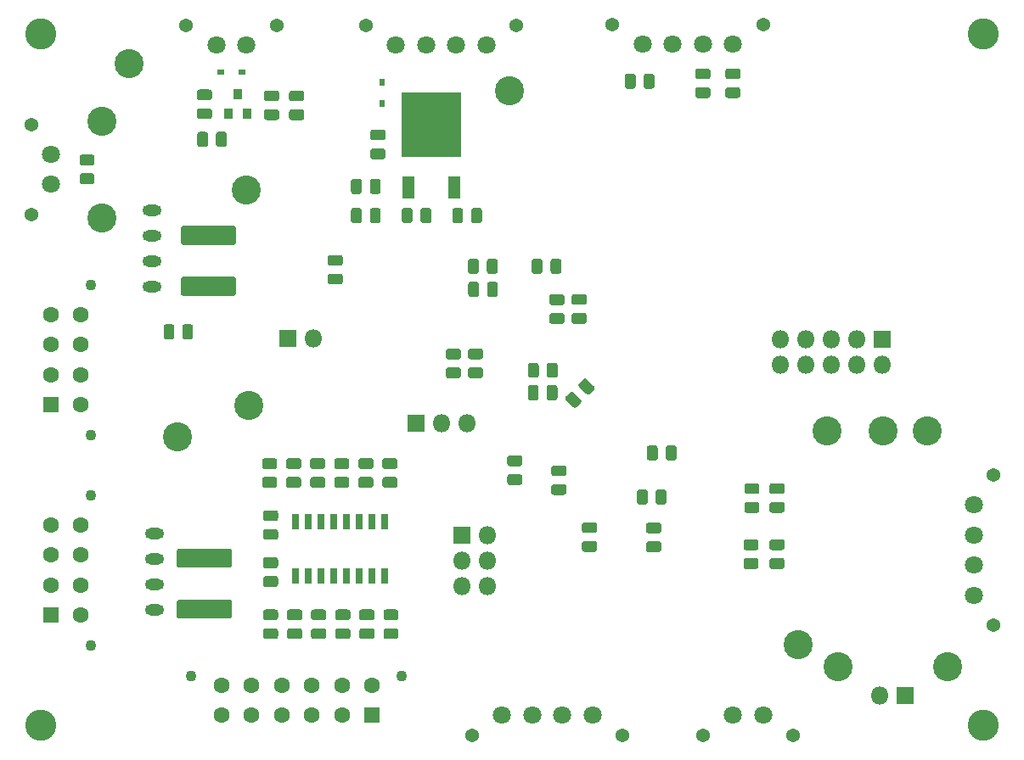
<source format=gbr>
%TF.GenerationSoftware,KiCad,Pcbnew,(5.0.0)*%
%TF.CreationDate,2019-02-02T21:10:16-06:00*%
%TF.ProjectId,BPSMaster,4250534D61737465722E6B696361645F,rev?*%
%TF.SameCoordinates,Original*%
%TF.FileFunction,Soldermask,Bot*%
%TF.FilePolarity,Negative*%
%FSLAX46Y46*%
G04 Gerber Fmt 4.6, Leading zero omitted, Abs format (unit mm)*
G04 Created by KiCad (PCBNEW (5.0.0)) date 02/02/19 21:10:16*
%MOMM*%
%LPD*%
G01*
G04 APERTURE LIST*
%ADD10R,1.801600X1.801600*%
%ADD11O,1.801600X1.801600*%
%ADD12C,0.100000*%
%ADD13C,1.076600*%
%ADD14C,2.901600*%
%ADD15C,1.901600*%
%ADD16R,0.551600X0.701600*%
%ADD17R,0.701600X0.551600*%
%ADD18C,1.371600*%
%ADD19C,1.801600*%
%ADD20C,1.601600*%
%ADD21R,1.601600X1.601600*%
%ADD22C,1.101600*%
%ADD23C,3.101600*%
%ADD24R,1.301600X2.301600*%
%ADD25R,5.901600X6.501600*%
%ADD26R,0.901600X1.001600*%
%ADD27O,1.901600X1.101600*%
%ADD28R,0.701600X1.601600*%
G04 APERTURE END LIST*
D10*
X186918600Y-108452920D03*
D11*
X186918600Y-110992920D03*
X184378600Y-108452920D03*
X184378600Y-110992920D03*
X181838600Y-108452920D03*
X181838600Y-110992920D03*
X179298600Y-108452920D03*
X179298600Y-110992920D03*
X176758600Y-108452920D03*
X176758600Y-110992920D03*
D10*
X127629920Y-108402120D03*
D11*
X130169920Y-108402120D03*
D12*
G36*
X169508031Y-83300496D02*
X169534159Y-83304372D01*
X169559780Y-83310790D01*
X169584649Y-83319688D01*
X169608526Y-83330981D01*
X169631182Y-83344560D01*
X169652397Y-83360294D01*
X169671968Y-83378032D01*
X169689706Y-83397603D01*
X169705440Y-83418818D01*
X169719019Y-83441474D01*
X169730312Y-83465351D01*
X169739210Y-83490220D01*
X169745628Y-83515841D01*
X169749504Y-83541969D01*
X169750800Y-83568350D01*
X169750800Y-84106650D01*
X169749504Y-84133031D01*
X169745628Y-84159159D01*
X169739210Y-84184780D01*
X169730312Y-84209649D01*
X169719019Y-84233526D01*
X169705440Y-84256182D01*
X169689706Y-84277397D01*
X169671968Y-84296968D01*
X169652397Y-84314706D01*
X169631182Y-84330440D01*
X169608526Y-84344019D01*
X169584649Y-84355312D01*
X169559780Y-84364210D01*
X169534159Y-84370628D01*
X169508031Y-84374504D01*
X169481650Y-84375800D01*
X168518350Y-84375800D01*
X168491969Y-84374504D01*
X168465841Y-84370628D01*
X168440220Y-84364210D01*
X168415351Y-84355312D01*
X168391474Y-84344019D01*
X168368818Y-84330440D01*
X168347603Y-84314706D01*
X168328032Y-84296968D01*
X168310294Y-84277397D01*
X168294560Y-84256182D01*
X168280981Y-84233526D01*
X168269688Y-84209649D01*
X168260790Y-84184780D01*
X168254372Y-84159159D01*
X168250496Y-84133031D01*
X168249200Y-84106650D01*
X168249200Y-83568350D01*
X168250496Y-83541969D01*
X168254372Y-83515841D01*
X168260790Y-83490220D01*
X168269688Y-83465351D01*
X168280981Y-83441474D01*
X168294560Y-83418818D01*
X168310294Y-83397603D01*
X168328032Y-83378032D01*
X168347603Y-83360294D01*
X168368818Y-83344560D01*
X168391474Y-83330981D01*
X168415351Y-83319688D01*
X168440220Y-83310790D01*
X168465841Y-83304372D01*
X168491969Y-83300496D01*
X168518350Y-83299200D01*
X169481650Y-83299200D01*
X169508031Y-83300496D01*
X169508031Y-83300496D01*
G37*
D13*
X169000000Y-83837500D03*
D12*
G36*
X169508031Y-81425496D02*
X169534159Y-81429372D01*
X169559780Y-81435790D01*
X169584649Y-81444688D01*
X169608526Y-81455981D01*
X169631182Y-81469560D01*
X169652397Y-81485294D01*
X169671968Y-81503032D01*
X169689706Y-81522603D01*
X169705440Y-81543818D01*
X169719019Y-81566474D01*
X169730312Y-81590351D01*
X169739210Y-81615220D01*
X169745628Y-81640841D01*
X169749504Y-81666969D01*
X169750800Y-81693350D01*
X169750800Y-82231650D01*
X169749504Y-82258031D01*
X169745628Y-82284159D01*
X169739210Y-82309780D01*
X169730312Y-82334649D01*
X169719019Y-82358526D01*
X169705440Y-82381182D01*
X169689706Y-82402397D01*
X169671968Y-82421968D01*
X169652397Y-82439706D01*
X169631182Y-82455440D01*
X169608526Y-82469019D01*
X169584649Y-82480312D01*
X169559780Y-82489210D01*
X169534159Y-82495628D01*
X169508031Y-82499504D01*
X169481650Y-82500800D01*
X168518350Y-82500800D01*
X168491969Y-82499504D01*
X168465841Y-82495628D01*
X168440220Y-82489210D01*
X168415351Y-82480312D01*
X168391474Y-82469019D01*
X168368818Y-82455440D01*
X168347603Y-82439706D01*
X168328032Y-82421968D01*
X168310294Y-82402397D01*
X168294560Y-82381182D01*
X168280981Y-82358526D01*
X168269688Y-82334649D01*
X168260790Y-82309780D01*
X168254372Y-82284159D01*
X168250496Y-82258031D01*
X168249200Y-82231650D01*
X168249200Y-81693350D01*
X168250496Y-81666969D01*
X168254372Y-81640841D01*
X168260790Y-81615220D01*
X168269688Y-81590351D01*
X168280981Y-81566474D01*
X168294560Y-81543818D01*
X168310294Y-81522603D01*
X168328032Y-81503032D01*
X168347603Y-81485294D01*
X168368818Y-81469560D01*
X168391474Y-81455981D01*
X168415351Y-81444688D01*
X168440220Y-81435790D01*
X168465841Y-81429372D01*
X168491969Y-81425496D01*
X168518350Y-81424200D01*
X169481650Y-81424200D01*
X169508031Y-81425496D01*
X169508031Y-81425496D01*
G37*
D13*
X169000000Y-81962500D03*
D12*
G36*
X172508031Y-81425496D02*
X172534159Y-81429372D01*
X172559780Y-81435790D01*
X172584649Y-81444688D01*
X172608526Y-81455981D01*
X172631182Y-81469560D01*
X172652397Y-81485294D01*
X172671968Y-81503032D01*
X172689706Y-81522603D01*
X172705440Y-81543818D01*
X172719019Y-81566474D01*
X172730312Y-81590351D01*
X172739210Y-81615220D01*
X172745628Y-81640841D01*
X172749504Y-81666969D01*
X172750800Y-81693350D01*
X172750800Y-82231650D01*
X172749504Y-82258031D01*
X172745628Y-82284159D01*
X172739210Y-82309780D01*
X172730312Y-82334649D01*
X172719019Y-82358526D01*
X172705440Y-82381182D01*
X172689706Y-82402397D01*
X172671968Y-82421968D01*
X172652397Y-82439706D01*
X172631182Y-82455440D01*
X172608526Y-82469019D01*
X172584649Y-82480312D01*
X172559780Y-82489210D01*
X172534159Y-82495628D01*
X172508031Y-82499504D01*
X172481650Y-82500800D01*
X171518350Y-82500800D01*
X171491969Y-82499504D01*
X171465841Y-82495628D01*
X171440220Y-82489210D01*
X171415351Y-82480312D01*
X171391474Y-82469019D01*
X171368818Y-82455440D01*
X171347603Y-82439706D01*
X171328032Y-82421968D01*
X171310294Y-82402397D01*
X171294560Y-82381182D01*
X171280981Y-82358526D01*
X171269688Y-82334649D01*
X171260790Y-82309780D01*
X171254372Y-82284159D01*
X171250496Y-82258031D01*
X171249200Y-82231650D01*
X171249200Y-81693350D01*
X171250496Y-81666969D01*
X171254372Y-81640841D01*
X171260790Y-81615220D01*
X171269688Y-81590351D01*
X171280981Y-81566474D01*
X171294560Y-81543818D01*
X171310294Y-81522603D01*
X171328032Y-81503032D01*
X171347603Y-81485294D01*
X171368818Y-81469560D01*
X171391474Y-81455981D01*
X171415351Y-81444688D01*
X171440220Y-81435790D01*
X171465841Y-81429372D01*
X171491969Y-81425496D01*
X171518350Y-81424200D01*
X172481650Y-81424200D01*
X172508031Y-81425496D01*
X172508031Y-81425496D01*
G37*
D13*
X172000000Y-81962500D03*
D12*
G36*
X172508031Y-83300496D02*
X172534159Y-83304372D01*
X172559780Y-83310790D01*
X172584649Y-83319688D01*
X172608526Y-83330981D01*
X172631182Y-83344560D01*
X172652397Y-83360294D01*
X172671968Y-83378032D01*
X172689706Y-83397603D01*
X172705440Y-83418818D01*
X172719019Y-83441474D01*
X172730312Y-83465351D01*
X172739210Y-83490220D01*
X172745628Y-83515841D01*
X172749504Y-83541969D01*
X172750800Y-83568350D01*
X172750800Y-84106650D01*
X172749504Y-84133031D01*
X172745628Y-84159159D01*
X172739210Y-84184780D01*
X172730312Y-84209649D01*
X172719019Y-84233526D01*
X172705440Y-84256182D01*
X172689706Y-84277397D01*
X172671968Y-84296968D01*
X172652397Y-84314706D01*
X172631182Y-84330440D01*
X172608526Y-84344019D01*
X172584649Y-84355312D01*
X172559780Y-84364210D01*
X172534159Y-84370628D01*
X172508031Y-84374504D01*
X172481650Y-84375800D01*
X171518350Y-84375800D01*
X171491969Y-84374504D01*
X171465841Y-84370628D01*
X171440220Y-84364210D01*
X171415351Y-84355312D01*
X171391474Y-84344019D01*
X171368818Y-84330440D01*
X171347603Y-84314706D01*
X171328032Y-84296968D01*
X171310294Y-84277397D01*
X171294560Y-84256182D01*
X171280981Y-84233526D01*
X171269688Y-84209649D01*
X171260790Y-84184780D01*
X171254372Y-84159159D01*
X171250496Y-84133031D01*
X171249200Y-84106650D01*
X171249200Y-83568350D01*
X171250496Y-83541969D01*
X171254372Y-83515841D01*
X171260790Y-83490220D01*
X171269688Y-83465351D01*
X171280981Y-83441474D01*
X171294560Y-83418818D01*
X171310294Y-83397603D01*
X171328032Y-83378032D01*
X171347603Y-83360294D01*
X171368818Y-83344560D01*
X171391474Y-83330981D01*
X171415351Y-83319688D01*
X171440220Y-83310790D01*
X171465841Y-83304372D01*
X171491969Y-83300496D01*
X171518350Y-83299200D01*
X172481650Y-83299200D01*
X172508031Y-83300496D01*
X172508031Y-83300496D01*
G37*
D13*
X172000000Y-83837500D03*
D14*
X149700000Y-83650000D03*
X111760000Y-80970000D03*
X109100000Y-86700000D03*
X109100000Y-96350000D03*
D12*
G36*
X144627716Y-109394933D02*
X144653844Y-109398809D01*
X144679465Y-109405227D01*
X144704334Y-109414125D01*
X144728211Y-109425418D01*
X144750867Y-109438997D01*
X144772082Y-109454731D01*
X144791653Y-109472469D01*
X144809391Y-109492040D01*
X144825125Y-109513255D01*
X144838704Y-109535911D01*
X144849997Y-109559788D01*
X144858895Y-109584657D01*
X144865313Y-109610278D01*
X144869189Y-109636406D01*
X144870485Y-109662787D01*
X144870485Y-110201087D01*
X144869189Y-110227468D01*
X144865313Y-110253596D01*
X144858895Y-110279217D01*
X144849997Y-110304086D01*
X144838704Y-110327963D01*
X144825125Y-110350619D01*
X144809391Y-110371834D01*
X144791653Y-110391405D01*
X144772082Y-110409143D01*
X144750867Y-110424877D01*
X144728211Y-110438456D01*
X144704334Y-110449749D01*
X144679465Y-110458647D01*
X144653844Y-110465065D01*
X144627716Y-110468941D01*
X144601335Y-110470237D01*
X143638035Y-110470237D01*
X143611654Y-110468941D01*
X143585526Y-110465065D01*
X143559905Y-110458647D01*
X143535036Y-110449749D01*
X143511159Y-110438456D01*
X143488503Y-110424877D01*
X143467288Y-110409143D01*
X143447717Y-110391405D01*
X143429979Y-110371834D01*
X143414245Y-110350619D01*
X143400666Y-110327963D01*
X143389373Y-110304086D01*
X143380475Y-110279217D01*
X143374057Y-110253596D01*
X143370181Y-110227468D01*
X143368885Y-110201087D01*
X143368885Y-109662787D01*
X143370181Y-109636406D01*
X143374057Y-109610278D01*
X143380475Y-109584657D01*
X143389373Y-109559788D01*
X143400666Y-109535911D01*
X143414245Y-109513255D01*
X143429979Y-109492040D01*
X143447717Y-109472469D01*
X143467288Y-109454731D01*
X143488503Y-109438997D01*
X143511159Y-109425418D01*
X143535036Y-109414125D01*
X143559905Y-109405227D01*
X143585526Y-109398809D01*
X143611654Y-109394933D01*
X143638035Y-109393637D01*
X144601335Y-109393637D01*
X144627716Y-109394933D01*
X144627716Y-109394933D01*
G37*
D13*
X144119685Y-109931937D03*
D12*
G36*
X144627716Y-111269935D02*
X144653844Y-111273811D01*
X144679465Y-111280229D01*
X144704334Y-111289127D01*
X144728211Y-111300420D01*
X144750867Y-111313999D01*
X144772082Y-111329733D01*
X144791653Y-111347471D01*
X144809391Y-111367042D01*
X144825125Y-111388257D01*
X144838704Y-111410913D01*
X144849997Y-111434790D01*
X144858895Y-111459659D01*
X144865313Y-111485280D01*
X144869189Y-111511408D01*
X144870485Y-111537789D01*
X144870485Y-112076089D01*
X144869189Y-112102470D01*
X144865313Y-112128598D01*
X144858895Y-112154219D01*
X144849997Y-112179088D01*
X144838704Y-112202965D01*
X144825125Y-112225621D01*
X144809391Y-112246836D01*
X144791653Y-112266407D01*
X144772082Y-112284145D01*
X144750867Y-112299879D01*
X144728211Y-112313458D01*
X144704334Y-112324751D01*
X144679465Y-112333649D01*
X144653844Y-112340067D01*
X144627716Y-112343943D01*
X144601335Y-112345239D01*
X143638035Y-112345239D01*
X143611654Y-112343943D01*
X143585526Y-112340067D01*
X143559905Y-112333649D01*
X143535036Y-112324751D01*
X143511159Y-112313458D01*
X143488503Y-112299879D01*
X143467288Y-112284145D01*
X143447717Y-112266407D01*
X143429979Y-112246836D01*
X143414245Y-112225621D01*
X143400666Y-112202965D01*
X143389373Y-112179088D01*
X143380475Y-112154219D01*
X143374057Y-112128598D01*
X143370181Y-112102470D01*
X143368885Y-112076089D01*
X143368885Y-111537789D01*
X143370181Y-111511408D01*
X143374057Y-111485280D01*
X143380475Y-111459659D01*
X143389373Y-111434790D01*
X143400666Y-111410913D01*
X143414245Y-111388257D01*
X143429979Y-111367042D01*
X143447717Y-111347471D01*
X143467288Y-111329733D01*
X143488503Y-111313999D01*
X143511159Y-111300420D01*
X143535036Y-111289127D01*
X143559905Y-111280229D01*
X143585526Y-111273811D01*
X143611654Y-111269935D01*
X143638035Y-111268639D01*
X144601335Y-111268639D01*
X144627716Y-111269935D01*
X144627716Y-111269935D01*
G37*
D13*
X144119685Y-111806939D03*
D12*
G36*
X157289034Y-112368337D02*
X157315162Y-112372213D01*
X157340783Y-112378631D01*
X157365652Y-112387529D01*
X157389529Y-112398822D01*
X157412185Y-112412401D01*
X157433400Y-112428135D01*
X157452971Y-112445873D01*
X158134127Y-113127029D01*
X158151865Y-113146600D01*
X158167599Y-113167815D01*
X158181178Y-113190471D01*
X158192471Y-113214348D01*
X158201369Y-113239217D01*
X158207787Y-113264838D01*
X158211663Y-113290966D01*
X158212959Y-113317347D01*
X158211663Y-113343728D01*
X158207787Y-113369856D01*
X158201369Y-113395477D01*
X158192471Y-113420346D01*
X158181178Y-113444223D01*
X158167599Y-113466879D01*
X158151865Y-113488094D01*
X158134127Y-113507665D01*
X157753491Y-113888301D01*
X157733920Y-113906039D01*
X157712705Y-113921773D01*
X157690049Y-113935352D01*
X157666172Y-113946645D01*
X157641303Y-113955543D01*
X157615682Y-113961961D01*
X157589554Y-113965837D01*
X157563173Y-113967133D01*
X157536792Y-113965837D01*
X157510664Y-113961961D01*
X157485043Y-113955543D01*
X157460174Y-113946645D01*
X157436297Y-113935352D01*
X157413641Y-113921773D01*
X157392426Y-113906039D01*
X157372855Y-113888301D01*
X156691699Y-113207145D01*
X156673961Y-113187574D01*
X156658227Y-113166359D01*
X156644648Y-113143703D01*
X156633355Y-113119826D01*
X156624457Y-113094957D01*
X156618039Y-113069336D01*
X156614163Y-113043208D01*
X156612867Y-113016827D01*
X156614163Y-112990446D01*
X156618039Y-112964318D01*
X156624457Y-112938697D01*
X156633355Y-112913828D01*
X156644648Y-112889951D01*
X156658227Y-112867295D01*
X156673961Y-112846080D01*
X156691699Y-112826509D01*
X157072335Y-112445873D01*
X157091906Y-112428135D01*
X157113121Y-112412401D01*
X157135777Y-112398822D01*
X157159654Y-112387529D01*
X157184523Y-112378631D01*
X157210144Y-112372213D01*
X157236272Y-112368337D01*
X157262653Y-112367041D01*
X157289034Y-112368337D01*
X157289034Y-112368337D01*
G37*
D13*
X157412913Y-113167087D03*
D12*
G36*
X155963208Y-113694163D02*
X155989336Y-113698039D01*
X156014957Y-113704457D01*
X156039826Y-113713355D01*
X156063703Y-113724648D01*
X156086359Y-113738227D01*
X156107574Y-113753961D01*
X156127145Y-113771699D01*
X156808301Y-114452855D01*
X156826039Y-114472426D01*
X156841773Y-114493641D01*
X156855352Y-114516297D01*
X156866645Y-114540174D01*
X156875543Y-114565043D01*
X156881961Y-114590664D01*
X156885837Y-114616792D01*
X156887133Y-114643173D01*
X156885837Y-114669554D01*
X156881961Y-114695682D01*
X156875543Y-114721303D01*
X156866645Y-114746172D01*
X156855352Y-114770049D01*
X156841773Y-114792705D01*
X156826039Y-114813920D01*
X156808301Y-114833491D01*
X156427665Y-115214127D01*
X156408094Y-115231865D01*
X156386879Y-115247599D01*
X156364223Y-115261178D01*
X156340346Y-115272471D01*
X156315477Y-115281369D01*
X156289856Y-115287787D01*
X156263728Y-115291663D01*
X156237347Y-115292959D01*
X156210966Y-115291663D01*
X156184838Y-115287787D01*
X156159217Y-115281369D01*
X156134348Y-115272471D01*
X156110471Y-115261178D01*
X156087815Y-115247599D01*
X156066600Y-115231865D01*
X156047029Y-115214127D01*
X155365873Y-114532971D01*
X155348135Y-114513400D01*
X155332401Y-114492185D01*
X155318822Y-114469529D01*
X155307529Y-114445652D01*
X155298631Y-114420783D01*
X155292213Y-114395162D01*
X155288337Y-114369034D01*
X155287041Y-114342653D01*
X155288337Y-114316272D01*
X155292213Y-114290144D01*
X155298631Y-114264523D01*
X155307529Y-114239654D01*
X155318822Y-114215777D01*
X155332401Y-114193121D01*
X155348135Y-114171906D01*
X155365873Y-114152335D01*
X155746509Y-113771699D01*
X155766080Y-113753961D01*
X155787295Y-113738227D01*
X155809951Y-113724648D01*
X155833828Y-113713355D01*
X155858697Y-113704457D01*
X155884318Y-113698039D01*
X155910446Y-113694163D01*
X155936827Y-113692867D01*
X155963208Y-113694163D01*
X155963208Y-113694163D01*
G37*
D13*
X156087087Y-114492913D03*
D12*
G36*
X154651171Y-100415478D02*
X154677299Y-100419354D01*
X154702920Y-100425772D01*
X154727789Y-100434670D01*
X154751666Y-100445963D01*
X154774322Y-100459542D01*
X154795537Y-100475276D01*
X154815108Y-100493014D01*
X154832846Y-100512585D01*
X154848580Y-100533800D01*
X154862159Y-100556456D01*
X154873452Y-100580333D01*
X154882350Y-100605202D01*
X154888768Y-100630823D01*
X154892644Y-100656951D01*
X154893940Y-100683332D01*
X154893940Y-101646632D01*
X154892644Y-101673013D01*
X154888768Y-101699141D01*
X154882350Y-101724762D01*
X154873452Y-101749631D01*
X154862159Y-101773508D01*
X154848580Y-101796164D01*
X154832846Y-101817379D01*
X154815108Y-101836950D01*
X154795537Y-101854688D01*
X154774322Y-101870422D01*
X154751666Y-101884001D01*
X154727789Y-101895294D01*
X154702920Y-101904192D01*
X154677299Y-101910610D01*
X154651171Y-101914486D01*
X154624790Y-101915782D01*
X154086490Y-101915782D01*
X154060109Y-101914486D01*
X154033981Y-101910610D01*
X154008360Y-101904192D01*
X153983491Y-101895294D01*
X153959614Y-101884001D01*
X153936958Y-101870422D01*
X153915743Y-101854688D01*
X153896172Y-101836950D01*
X153878434Y-101817379D01*
X153862700Y-101796164D01*
X153849121Y-101773508D01*
X153837828Y-101749631D01*
X153828930Y-101724762D01*
X153822512Y-101699141D01*
X153818636Y-101673013D01*
X153817340Y-101646632D01*
X153817340Y-100683332D01*
X153818636Y-100656951D01*
X153822512Y-100630823D01*
X153828930Y-100605202D01*
X153837828Y-100580333D01*
X153849121Y-100556456D01*
X153862700Y-100533800D01*
X153878434Y-100512585D01*
X153896172Y-100493014D01*
X153915743Y-100475276D01*
X153936958Y-100459542D01*
X153959614Y-100445963D01*
X153983491Y-100434670D01*
X154008360Y-100425772D01*
X154033981Y-100419354D01*
X154060109Y-100415478D01*
X154086490Y-100414182D01*
X154624790Y-100414182D01*
X154651171Y-100415478D01*
X154651171Y-100415478D01*
G37*
D13*
X154355640Y-101164982D03*
D12*
G36*
X152776169Y-100415478D02*
X152802297Y-100419354D01*
X152827918Y-100425772D01*
X152852787Y-100434670D01*
X152876664Y-100445963D01*
X152899320Y-100459542D01*
X152920535Y-100475276D01*
X152940106Y-100493014D01*
X152957844Y-100512585D01*
X152973578Y-100533800D01*
X152987157Y-100556456D01*
X152998450Y-100580333D01*
X153007348Y-100605202D01*
X153013766Y-100630823D01*
X153017642Y-100656951D01*
X153018938Y-100683332D01*
X153018938Y-101646632D01*
X153017642Y-101673013D01*
X153013766Y-101699141D01*
X153007348Y-101724762D01*
X152998450Y-101749631D01*
X152987157Y-101773508D01*
X152973578Y-101796164D01*
X152957844Y-101817379D01*
X152940106Y-101836950D01*
X152920535Y-101854688D01*
X152899320Y-101870422D01*
X152876664Y-101884001D01*
X152852787Y-101895294D01*
X152827918Y-101904192D01*
X152802297Y-101910610D01*
X152776169Y-101914486D01*
X152749788Y-101915782D01*
X152211488Y-101915782D01*
X152185107Y-101914486D01*
X152158979Y-101910610D01*
X152133358Y-101904192D01*
X152108489Y-101895294D01*
X152084612Y-101884001D01*
X152061956Y-101870422D01*
X152040741Y-101854688D01*
X152021170Y-101836950D01*
X152003432Y-101817379D01*
X151987698Y-101796164D01*
X151974119Y-101773508D01*
X151962826Y-101749631D01*
X151953928Y-101724762D01*
X151947510Y-101699141D01*
X151943634Y-101673013D01*
X151942338Y-101646632D01*
X151942338Y-100683332D01*
X151943634Y-100656951D01*
X151947510Y-100630823D01*
X151953928Y-100605202D01*
X151962826Y-100580333D01*
X151974119Y-100556456D01*
X151987698Y-100533800D01*
X152003432Y-100512585D01*
X152021170Y-100493014D01*
X152040741Y-100475276D01*
X152061956Y-100459542D01*
X152084612Y-100445963D01*
X152108489Y-100434670D01*
X152133358Y-100425772D01*
X152158979Y-100419354D01*
X152185107Y-100415478D01*
X152211488Y-100414182D01*
X152749788Y-100414182D01*
X152776169Y-100415478D01*
X152776169Y-100415478D01*
G37*
D13*
X152480638Y-101164982D03*
D12*
G36*
X146430470Y-100415478D02*
X146456598Y-100419354D01*
X146482219Y-100425772D01*
X146507088Y-100434670D01*
X146530965Y-100445963D01*
X146553621Y-100459542D01*
X146574836Y-100475276D01*
X146594407Y-100493014D01*
X146612145Y-100512585D01*
X146627879Y-100533800D01*
X146641458Y-100556456D01*
X146652751Y-100580333D01*
X146661649Y-100605202D01*
X146668067Y-100630823D01*
X146671943Y-100656951D01*
X146673239Y-100683332D01*
X146673239Y-101646632D01*
X146671943Y-101673013D01*
X146668067Y-101699141D01*
X146661649Y-101724762D01*
X146652751Y-101749631D01*
X146641458Y-101773508D01*
X146627879Y-101796164D01*
X146612145Y-101817379D01*
X146594407Y-101836950D01*
X146574836Y-101854688D01*
X146553621Y-101870422D01*
X146530965Y-101884001D01*
X146507088Y-101895294D01*
X146482219Y-101904192D01*
X146456598Y-101910610D01*
X146430470Y-101914486D01*
X146404089Y-101915782D01*
X145865789Y-101915782D01*
X145839408Y-101914486D01*
X145813280Y-101910610D01*
X145787659Y-101904192D01*
X145762790Y-101895294D01*
X145738913Y-101884001D01*
X145716257Y-101870422D01*
X145695042Y-101854688D01*
X145675471Y-101836950D01*
X145657733Y-101817379D01*
X145641999Y-101796164D01*
X145628420Y-101773508D01*
X145617127Y-101749631D01*
X145608229Y-101724762D01*
X145601811Y-101699141D01*
X145597935Y-101673013D01*
X145596639Y-101646632D01*
X145596639Y-100683332D01*
X145597935Y-100656951D01*
X145601811Y-100630823D01*
X145608229Y-100605202D01*
X145617127Y-100580333D01*
X145628420Y-100556456D01*
X145641999Y-100533800D01*
X145657733Y-100512585D01*
X145675471Y-100493014D01*
X145695042Y-100475276D01*
X145716257Y-100459542D01*
X145738913Y-100445963D01*
X145762790Y-100434670D01*
X145787659Y-100425772D01*
X145813280Y-100419354D01*
X145839408Y-100415478D01*
X145865789Y-100414182D01*
X146404089Y-100414182D01*
X146430470Y-100415478D01*
X146430470Y-100415478D01*
G37*
D13*
X146134939Y-101164982D03*
D12*
G36*
X148305472Y-100415478D02*
X148331600Y-100419354D01*
X148357221Y-100425772D01*
X148382090Y-100434670D01*
X148405967Y-100445963D01*
X148428623Y-100459542D01*
X148449838Y-100475276D01*
X148469409Y-100493014D01*
X148487147Y-100512585D01*
X148502881Y-100533800D01*
X148516460Y-100556456D01*
X148527753Y-100580333D01*
X148536651Y-100605202D01*
X148543069Y-100630823D01*
X148546945Y-100656951D01*
X148548241Y-100683332D01*
X148548241Y-101646632D01*
X148546945Y-101673013D01*
X148543069Y-101699141D01*
X148536651Y-101724762D01*
X148527753Y-101749631D01*
X148516460Y-101773508D01*
X148502881Y-101796164D01*
X148487147Y-101817379D01*
X148469409Y-101836950D01*
X148449838Y-101854688D01*
X148428623Y-101870422D01*
X148405967Y-101884001D01*
X148382090Y-101895294D01*
X148357221Y-101904192D01*
X148331600Y-101910610D01*
X148305472Y-101914486D01*
X148279091Y-101915782D01*
X147740791Y-101915782D01*
X147714410Y-101914486D01*
X147688282Y-101910610D01*
X147662661Y-101904192D01*
X147637792Y-101895294D01*
X147613915Y-101884001D01*
X147591259Y-101870422D01*
X147570044Y-101854688D01*
X147550473Y-101836950D01*
X147532735Y-101817379D01*
X147517001Y-101796164D01*
X147503422Y-101773508D01*
X147492129Y-101749631D01*
X147483231Y-101724762D01*
X147476813Y-101699141D01*
X147472937Y-101673013D01*
X147471641Y-101646632D01*
X147471641Y-100683332D01*
X147472937Y-100656951D01*
X147476813Y-100630823D01*
X147483231Y-100605202D01*
X147492129Y-100580333D01*
X147503422Y-100556456D01*
X147517001Y-100533800D01*
X147532735Y-100512585D01*
X147550473Y-100493014D01*
X147570044Y-100475276D01*
X147591259Y-100459542D01*
X147613915Y-100445963D01*
X147637792Y-100434670D01*
X147662661Y-100425772D01*
X147688282Y-100419354D01*
X147714410Y-100415478D01*
X147740791Y-100414182D01*
X148279091Y-100414182D01*
X148305472Y-100415478D01*
X148305472Y-100415478D01*
G37*
D13*
X148009941Y-101164982D03*
D12*
G36*
X152404354Y-110809948D02*
X152430482Y-110813824D01*
X152456103Y-110820242D01*
X152480972Y-110829140D01*
X152504849Y-110840433D01*
X152527505Y-110854012D01*
X152548720Y-110869746D01*
X152568291Y-110887484D01*
X152586029Y-110907055D01*
X152601763Y-110928270D01*
X152615342Y-110950926D01*
X152626635Y-110974803D01*
X152635533Y-110999672D01*
X152641951Y-111025293D01*
X152645827Y-111051421D01*
X152647123Y-111077802D01*
X152647123Y-112041102D01*
X152645827Y-112067483D01*
X152641951Y-112093611D01*
X152635533Y-112119232D01*
X152626635Y-112144101D01*
X152615342Y-112167978D01*
X152601763Y-112190634D01*
X152586029Y-112211849D01*
X152568291Y-112231420D01*
X152548720Y-112249158D01*
X152527505Y-112264892D01*
X152504849Y-112278471D01*
X152480972Y-112289764D01*
X152456103Y-112298662D01*
X152430482Y-112305080D01*
X152404354Y-112308956D01*
X152377973Y-112310252D01*
X151839673Y-112310252D01*
X151813292Y-112308956D01*
X151787164Y-112305080D01*
X151761543Y-112298662D01*
X151736674Y-112289764D01*
X151712797Y-112278471D01*
X151690141Y-112264892D01*
X151668926Y-112249158D01*
X151649355Y-112231420D01*
X151631617Y-112211849D01*
X151615883Y-112190634D01*
X151602304Y-112167978D01*
X151591011Y-112144101D01*
X151582113Y-112119232D01*
X151575695Y-112093611D01*
X151571819Y-112067483D01*
X151570523Y-112041102D01*
X151570523Y-111077802D01*
X151571819Y-111051421D01*
X151575695Y-111025293D01*
X151582113Y-110999672D01*
X151591011Y-110974803D01*
X151602304Y-110950926D01*
X151615883Y-110928270D01*
X151631617Y-110907055D01*
X151649355Y-110887484D01*
X151668926Y-110869746D01*
X151690141Y-110854012D01*
X151712797Y-110840433D01*
X151736674Y-110829140D01*
X151761543Y-110820242D01*
X151787164Y-110813824D01*
X151813292Y-110809948D01*
X151839673Y-110808652D01*
X152377973Y-110808652D01*
X152404354Y-110809948D01*
X152404354Y-110809948D01*
G37*
D13*
X152108823Y-111559452D03*
D12*
G36*
X154279356Y-110809948D02*
X154305484Y-110813824D01*
X154331105Y-110820242D01*
X154355974Y-110829140D01*
X154379851Y-110840433D01*
X154402507Y-110854012D01*
X154423722Y-110869746D01*
X154443293Y-110887484D01*
X154461031Y-110907055D01*
X154476765Y-110928270D01*
X154490344Y-110950926D01*
X154501637Y-110974803D01*
X154510535Y-110999672D01*
X154516953Y-111025293D01*
X154520829Y-111051421D01*
X154522125Y-111077802D01*
X154522125Y-112041102D01*
X154520829Y-112067483D01*
X154516953Y-112093611D01*
X154510535Y-112119232D01*
X154501637Y-112144101D01*
X154490344Y-112167978D01*
X154476765Y-112190634D01*
X154461031Y-112211849D01*
X154443293Y-112231420D01*
X154423722Y-112249158D01*
X154402507Y-112264892D01*
X154379851Y-112278471D01*
X154355974Y-112289764D01*
X154331105Y-112298662D01*
X154305484Y-112305080D01*
X154279356Y-112308956D01*
X154252975Y-112310252D01*
X153714675Y-112310252D01*
X153688294Y-112308956D01*
X153662166Y-112305080D01*
X153636545Y-112298662D01*
X153611676Y-112289764D01*
X153587799Y-112278471D01*
X153565143Y-112264892D01*
X153543928Y-112249158D01*
X153524357Y-112231420D01*
X153506619Y-112211849D01*
X153490885Y-112190634D01*
X153477306Y-112167978D01*
X153466013Y-112144101D01*
X153457115Y-112119232D01*
X153450697Y-112093611D01*
X153446821Y-112067483D01*
X153445525Y-112041102D01*
X153445525Y-111077802D01*
X153446821Y-111051421D01*
X153450697Y-111025293D01*
X153457115Y-110999672D01*
X153466013Y-110974803D01*
X153477306Y-110950926D01*
X153490885Y-110928270D01*
X153506619Y-110907055D01*
X153524357Y-110887484D01*
X153543928Y-110869746D01*
X153565143Y-110854012D01*
X153587799Y-110840433D01*
X153611676Y-110829140D01*
X153636545Y-110820242D01*
X153662166Y-110813824D01*
X153688294Y-110809948D01*
X153714675Y-110808652D01*
X154252975Y-110808652D01*
X154279356Y-110809948D01*
X154279356Y-110809948D01*
G37*
D13*
X153983825Y-111559452D03*
D12*
G36*
X146855103Y-111252842D02*
X146881231Y-111256718D01*
X146906852Y-111263136D01*
X146931721Y-111272034D01*
X146955598Y-111283327D01*
X146978254Y-111296906D01*
X146999469Y-111312640D01*
X147019040Y-111330378D01*
X147036778Y-111349949D01*
X147052512Y-111371164D01*
X147066091Y-111393820D01*
X147077384Y-111417697D01*
X147086282Y-111442566D01*
X147092700Y-111468187D01*
X147096576Y-111494315D01*
X147097872Y-111520696D01*
X147097872Y-112058996D01*
X147096576Y-112085377D01*
X147092700Y-112111505D01*
X147086282Y-112137126D01*
X147077384Y-112161995D01*
X147066091Y-112185872D01*
X147052512Y-112208528D01*
X147036778Y-112229743D01*
X147019040Y-112249314D01*
X146999469Y-112267052D01*
X146978254Y-112282786D01*
X146955598Y-112296365D01*
X146931721Y-112307658D01*
X146906852Y-112316556D01*
X146881231Y-112322974D01*
X146855103Y-112326850D01*
X146828722Y-112328146D01*
X145865422Y-112328146D01*
X145839041Y-112326850D01*
X145812913Y-112322974D01*
X145787292Y-112316556D01*
X145762423Y-112307658D01*
X145738546Y-112296365D01*
X145715890Y-112282786D01*
X145694675Y-112267052D01*
X145675104Y-112249314D01*
X145657366Y-112229743D01*
X145641632Y-112208528D01*
X145628053Y-112185872D01*
X145616760Y-112161995D01*
X145607862Y-112137126D01*
X145601444Y-112111505D01*
X145597568Y-112085377D01*
X145596272Y-112058996D01*
X145596272Y-111520696D01*
X145597568Y-111494315D01*
X145601444Y-111468187D01*
X145607862Y-111442566D01*
X145616760Y-111417697D01*
X145628053Y-111393820D01*
X145641632Y-111371164D01*
X145657366Y-111349949D01*
X145675104Y-111330378D01*
X145694675Y-111312640D01*
X145715890Y-111296906D01*
X145738546Y-111283327D01*
X145762423Y-111272034D01*
X145787292Y-111263136D01*
X145812913Y-111256718D01*
X145839041Y-111252842D01*
X145865422Y-111251546D01*
X146828722Y-111251546D01*
X146855103Y-111252842D01*
X146855103Y-111252842D01*
G37*
D13*
X146347072Y-111789846D03*
D12*
G36*
X146855103Y-109377840D02*
X146881231Y-109381716D01*
X146906852Y-109388134D01*
X146931721Y-109397032D01*
X146955598Y-109408325D01*
X146978254Y-109421904D01*
X146999469Y-109437638D01*
X147019040Y-109455376D01*
X147036778Y-109474947D01*
X147052512Y-109496162D01*
X147066091Y-109518818D01*
X147077384Y-109542695D01*
X147086282Y-109567564D01*
X147092700Y-109593185D01*
X147096576Y-109619313D01*
X147097872Y-109645694D01*
X147097872Y-110183994D01*
X147096576Y-110210375D01*
X147092700Y-110236503D01*
X147086282Y-110262124D01*
X147077384Y-110286993D01*
X147066091Y-110310870D01*
X147052512Y-110333526D01*
X147036778Y-110354741D01*
X147019040Y-110374312D01*
X146999469Y-110392050D01*
X146978254Y-110407784D01*
X146955598Y-110421363D01*
X146931721Y-110432656D01*
X146906852Y-110441554D01*
X146881231Y-110447972D01*
X146855103Y-110451848D01*
X146828722Y-110453144D01*
X145865422Y-110453144D01*
X145839041Y-110451848D01*
X145812913Y-110447972D01*
X145787292Y-110441554D01*
X145762423Y-110432656D01*
X145738546Y-110421363D01*
X145715890Y-110407784D01*
X145694675Y-110392050D01*
X145675104Y-110374312D01*
X145657366Y-110354741D01*
X145641632Y-110333526D01*
X145628053Y-110310870D01*
X145616760Y-110286993D01*
X145607862Y-110262124D01*
X145601444Y-110236503D01*
X145597568Y-110210375D01*
X145596272Y-110183994D01*
X145596272Y-109645694D01*
X145597568Y-109619313D01*
X145601444Y-109593185D01*
X145607862Y-109567564D01*
X145616760Y-109542695D01*
X145628053Y-109518818D01*
X145641632Y-109496162D01*
X145657366Y-109474947D01*
X145675104Y-109455376D01*
X145694675Y-109437638D01*
X145715890Y-109421904D01*
X145738546Y-109408325D01*
X145762423Y-109397032D01*
X145787292Y-109388134D01*
X145812913Y-109381716D01*
X145839041Y-109377840D01*
X145865422Y-109376544D01*
X146828722Y-109376544D01*
X146855103Y-109377840D01*
X146855103Y-109377840D01*
G37*
D13*
X146347072Y-109914844D03*
D12*
G36*
X152387261Y-113037334D02*
X152413389Y-113041210D01*
X152439010Y-113047628D01*
X152463879Y-113056526D01*
X152487756Y-113067819D01*
X152510412Y-113081398D01*
X152531627Y-113097132D01*
X152551198Y-113114870D01*
X152568936Y-113134441D01*
X152584670Y-113155656D01*
X152598249Y-113178312D01*
X152609542Y-113202189D01*
X152618440Y-113227058D01*
X152624858Y-113252679D01*
X152628734Y-113278807D01*
X152630030Y-113305188D01*
X152630030Y-114268488D01*
X152628734Y-114294869D01*
X152624858Y-114320997D01*
X152618440Y-114346618D01*
X152609542Y-114371487D01*
X152598249Y-114395364D01*
X152584670Y-114418020D01*
X152568936Y-114439235D01*
X152551198Y-114458806D01*
X152531627Y-114476544D01*
X152510412Y-114492278D01*
X152487756Y-114505857D01*
X152463879Y-114517150D01*
X152439010Y-114526048D01*
X152413389Y-114532466D01*
X152387261Y-114536342D01*
X152360880Y-114537638D01*
X151822580Y-114537638D01*
X151796199Y-114536342D01*
X151770071Y-114532466D01*
X151744450Y-114526048D01*
X151719581Y-114517150D01*
X151695704Y-114505857D01*
X151673048Y-114492278D01*
X151651833Y-114476544D01*
X151632262Y-114458806D01*
X151614524Y-114439235D01*
X151598790Y-114418020D01*
X151585211Y-114395364D01*
X151573918Y-114371487D01*
X151565020Y-114346618D01*
X151558602Y-114320997D01*
X151554726Y-114294869D01*
X151553430Y-114268488D01*
X151553430Y-113305188D01*
X151554726Y-113278807D01*
X151558602Y-113252679D01*
X151565020Y-113227058D01*
X151573918Y-113202189D01*
X151585211Y-113178312D01*
X151598790Y-113155656D01*
X151614524Y-113134441D01*
X151632262Y-113114870D01*
X151651833Y-113097132D01*
X151673048Y-113081398D01*
X151695704Y-113067819D01*
X151719581Y-113056526D01*
X151744450Y-113047628D01*
X151770071Y-113041210D01*
X151796199Y-113037334D01*
X151822580Y-113036038D01*
X152360880Y-113036038D01*
X152387261Y-113037334D01*
X152387261Y-113037334D01*
G37*
D13*
X152091730Y-113786838D03*
D12*
G36*
X154262263Y-113037334D02*
X154288391Y-113041210D01*
X154314012Y-113047628D01*
X154338881Y-113056526D01*
X154362758Y-113067819D01*
X154385414Y-113081398D01*
X154406629Y-113097132D01*
X154426200Y-113114870D01*
X154443938Y-113134441D01*
X154459672Y-113155656D01*
X154473251Y-113178312D01*
X154484544Y-113202189D01*
X154493442Y-113227058D01*
X154499860Y-113252679D01*
X154503736Y-113278807D01*
X154505032Y-113305188D01*
X154505032Y-114268488D01*
X154503736Y-114294869D01*
X154499860Y-114320997D01*
X154493442Y-114346618D01*
X154484544Y-114371487D01*
X154473251Y-114395364D01*
X154459672Y-114418020D01*
X154443938Y-114439235D01*
X154426200Y-114458806D01*
X154406629Y-114476544D01*
X154385414Y-114492278D01*
X154362758Y-114505857D01*
X154338881Y-114517150D01*
X154314012Y-114526048D01*
X154288391Y-114532466D01*
X154262263Y-114536342D01*
X154235882Y-114537638D01*
X153697582Y-114537638D01*
X153671201Y-114536342D01*
X153645073Y-114532466D01*
X153619452Y-114526048D01*
X153594583Y-114517150D01*
X153570706Y-114505857D01*
X153548050Y-114492278D01*
X153526835Y-114476544D01*
X153507264Y-114458806D01*
X153489526Y-114439235D01*
X153473792Y-114418020D01*
X153460213Y-114395364D01*
X153448920Y-114371487D01*
X153440022Y-114346618D01*
X153433604Y-114320997D01*
X153429728Y-114294869D01*
X153428432Y-114268488D01*
X153428432Y-113305188D01*
X153429728Y-113278807D01*
X153433604Y-113252679D01*
X153440022Y-113227058D01*
X153448920Y-113202189D01*
X153460213Y-113178312D01*
X153473792Y-113155656D01*
X153489526Y-113134441D01*
X153507264Y-113114870D01*
X153526835Y-113097132D01*
X153548050Y-113081398D01*
X153570706Y-113067819D01*
X153594583Y-113056526D01*
X153619452Y-113047628D01*
X153645073Y-113041210D01*
X153671201Y-113037334D01*
X153697582Y-113036038D01*
X154235882Y-113036038D01*
X154262263Y-113037334D01*
X154262263Y-113037334D01*
G37*
D13*
X153966732Y-113786838D03*
D12*
G36*
X148322566Y-102713575D02*
X148348694Y-102717451D01*
X148374315Y-102723869D01*
X148399184Y-102732767D01*
X148423061Y-102744060D01*
X148445717Y-102757639D01*
X148466932Y-102773373D01*
X148486503Y-102791111D01*
X148504241Y-102810682D01*
X148519975Y-102831897D01*
X148533554Y-102854553D01*
X148544847Y-102878430D01*
X148553745Y-102903299D01*
X148560163Y-102928920D01*
X148564039Y-102955048D01*
X148565335Y-102981429D01*
X148565335Y-103944729D01*
X148564039Y-103971110D01*
X148560163Y-103997238D01*
X148553745Y-104022859D01*
X148544847Y-104047728D01*
X148533554Y-104071605D01*
X148519975Y-104094261D01*
X148504241Y-104115476D01*
X148486503Y-104135047D01*
X148466932Y-104152785D01*
X148445717Y-104168519D01*
X148423061Y-104182098D01*
X148399184Y-104193391D01*
X148374315Y-104202289D01*
X148348694Y-104208707D01*
X148322566Y-104212583D01*
X148296185Y-104213879D01*
X147757885Y-104213879D01*
X147731504Y-104212583D01*
X147705376Y-104208707D01*
X147679755Y-104202289D01*
X147654886Y-104193391D01*
X147631009Y-104182098D01*
X147608353Y-104168519D01*
X147587138Y-104152785D01*
X147567567Y-104135047D01*
X147549829Y-104115476D01*
X147534095Y-104094261D01*
X147520516Y-104071605D01*
X147509223Y-104047728D01*
X147500325Y-104022859D01*
X147493907Y-103997238D01*
X147490031Y-103971110D01*
X147488735Y-103944729D01*
X147488735Y-102981429D01*
X147490031Y-102955048D01*
X147493907Y-102928920D01*
X147500325Y-102903299D01*
X147509223Y-102878430D01*
X147520516Y-102854553D01*
X147534095Y-102831897D01*
X147549829Y-102810682D01*
X147567567Y-102791111D01*
X147587138Y-102773373D01*
X147608353Y-102757639D01*
X147631009Y-102744060D01*
X147654886Y-102732767D01*
X147679755Y-102723869D01*
X147705376Y-102717451D01*
X147731504Y-102713575D01*
X147757885Y-102712279D01*
X148296185Y-102712279D01*
X148322566Y-102713575D01*
X148322566Y-102713575D01*
G37*
D13*
X148027035Y-103463079D03*
D12*
G36*
X146447564Y-102713575D02*
X146473692Y-102717451D01*
X146499313Y-102723869D01*
X146524182Y-102732767D01*
X146548059Y-102744060D01*
X146570715Y-102757639D01*
X146591930Y-102773373D01*
X146611501Y-102791111D01*
X146629239Y-102810682D01*
X146644973Y-102831897D01*
X146658552Y-102854553D01*
X146669845Y-102878430D01*
X146678743Y-102903299D01*
X146685161Y-102928920D01*
X146689037Y-102955048D01*
X146690333Y-102981429D01*
X146690333Y-103944729D01*
X146689037Y-103971110D01*
X146685161Y-103997238D01*
X146678743Y-104022859D01*
X146669845Y-104047728D01*
X146658552Y-104071605D01*
X146644973Y-104094261D01*
X146629239Y-104115476D01*
X146611501Y-104135047D01*
X146591930Y-104152785D01*
X146570715Y-104168519D01*
X146548059Y-104182098D01*
X146524182Y-104193391D01*
X146499313Y-104202289D01*
X146473692Y-104208707D01*
X146447564Y-104212583D01*
X146421183Y-104213879D01*
X145882883Y-104213879D01*
X145856502Y-104212583D01*
X145830374Y-104208707D01*
X145804753Y-104202289D01*
X145779884Y-104193391D01*
X145756007Y-104182098D01*
X145733351Y-104168519D01*
X145712136Y-104152785D01*
X145692565Y-104135047D01*
X145674827Y-104115476D01*
X145659093Y-104094261D01*
X145645514Y-104071605D01*
X145634221Y-104047728D01*
X145625323Y-104022859D01*
X145618905Y-103997238D01*
X145615029Y-103971110D01*
X145613733Y-103944729D01*
X145613733Y-102981429D01*
X145615029Y-102955048D01*
X145618905Y-102928920D01*
X145625323Y-102903299D01*
X145634221Y-102878430D01*
X145645514Y-102854553D01*
X145659093Y-102831897D01*
X145674827Y-102810682D01*
X145692565Y-102791111D01*
X145712136Y-102773373D01*
X145733351Y-102757639D01*
X145756007Y-102744060D01*
X145779884Y-102732767D01*
X145804753Y-102723869D01*
X145830374Y-102717451D01*
X145856502Y-102713575D01*
X145882883Y-102712279D01*
X146421183Y-102712279D01*
X146447564Y-102713575D01*
X146447564Y-102713575D01*
G37*
D13*
X146152033Y-103463079D03*
D12*
G36*
X154951475Y-103968473D02*
X154977603Y-103972349D01*
X155003224Y-103978767D01*
X155028093Y-103987665D01*
X155051970Y-103998958D01*
X155074626Y-104012537D01*
X155095841Y-104028271D01*
X155115412Y-104046009D01*
X155133150Y-104065580D01*
X155148884Y-104086795D01*
X155162463Y-104109451D01*
X155173756Y-104133328D01*
X155182654Y-104158197D01*
X155189072Y-104183818D01*
X155192948Y-104209946D01*
X155194244Y-104236327D01*
X155194244Y-104774627D01*
X155192948Y-104801008D01*
X155189072Y-104827136D01*
X155182654Y-104852757D01*
X155173756Y-104877626D01*
X155162463Y-104901503D01*
X155148884Y-104924159D01*
X155133150Y-104945374D01*
X155115412Y-104964945D01*
X155095841Y-104982683D01*
X155074626Y-104998417D01*
X155051970Y-105011996D01*
X155028093Y-105023289D01*
X155003224Y-105032187D01*
X154977603Y-105038605D01*
X154951475Y-105042481D01*
X154925094Y-105043777D01*
X153961794Y-105043777D01*
X153935413Y-105042481D01*
X153909285Y-105038605D01*
X153883664Y-105032187D01*
X153858795Y-105023289D01*
X153834918Y-105011996D01*
X153812262Y-104998417D01*
X153791047Y-104982683D01*
X153771476Y-104964945D01*
X153753738Y-104945374D01*
X153738004Y-104924159D01*
X153724425Y-104901503D01*
X153713132Y-104877626D01*
X153704234Y-104852757D01*
X153697816Y-104827136D01*
X153693940Y-104801008D01*
X153692644Y-104774627D01*
X153692644Y-104236327D01*
X153693940Y-104209946D01*
X153697816Y-104183818D01*
X153704234Y-104158197D01*
X153713132Y-104133328D01*
X153724425Y-104109451D01*
X153738004Y-104086795D01*
X153753738Y-104065580D01*
X153771476Y-104046009D01*
X153791047Y-104028271D01*
X153812262Y-104012537D01*
X153834918Y-103998958D01*
X153858795Y-103987665D01*
X153883664Y-103978767D01*
X153909285Y-103972349D01*
X153935413Y-103968473D01*
X153961794Y-103967177D01*
X154925094Y-103967177D01*
X154951475Y-103968473D01*
X154951475Y-103968473D01*
G37*
D13*
X154443444Y-104505477D03*
D12*
G36*
X154951475Y-105843475D02*
X154977603Y-105847351D01*
X155003224Y-105853769D01*
X155028093Y-105862667D01*
X155051970Y-105873960D01*
X155074626Y-105887539D01*
X155095841Y-105903273D01*
X155115412Y-105921011D01*
X155133150Y-105940582D01*
X155148884Y-105961797D01*
X155162463Y-105984453D01*
X155173756Y-106008330D01*
X155182654Y-106033199D01*
X155189072Y-106058820D01*
X155192948Y-106084948D01*
X155194244Y-106111329D01*
X155194244Y-106649629D01*
X155192948Y-106676010D01*
X155189072Y-106702138D01*
X155182654Y-106727759D01*
X155173756Y-106752628D01*
X155162463Y-106776505D01*
X155148884Y-106799161D01*
X155133150Y-106820376D01*
X155115412Y-106839947D01*
X155095841Y-106857685D01*
X155074626Y-106873419D01*
X155051970Y-106886998D01*
X155028093Y-106898291D01*
X155003224Y-106907189D01*
X154977603Y-106913607D01*
X154951475Y-106917483D01*
X154925094Y-106918779D01*
X153961794Y-106918779D01*
X153935413Y-106917483D01*
X153909285Y-106913607D01*
X153883664Y-106907189D01*
X153858795Y-106898291D01*
X153834918Y-106886998D01*
X153812262Y-106873419D01*
X153791047Y-106857685D01*
X153771476Y-106839947D01*
X153753738Y-106820376D01*
X153738004Y-106799161D01*
X153724425Y-106776505D01*
X153713132Y-106752628D01*
X153704234Y-106727759D01*
X153697816Y-106702138D01*
X153693940Y-106676010D01*
X153692644Y-106649629D01*
X153692644Y-106111329D01*
X153693940Y-106084948D01*
X153697816Y-106058820D01*
X153704234Y-106033199D01*
X153713132Y-106008330D01*
X153724425Y-105984453D01*
X153738004Y-105961797D01*
X153753738Y-105940582D01*
X153771476Y-105921011D01*
X153791047Y-105903273D01*
X153812262Y-105887539D01*
X153834918Y-105873960D01*
X153858795Y-105862667D01*
X153883664Y-105853769D01*
X153909285Y-105847351D01*
X153935413Y-105843475D01*
X153961794Y-105842179D01*
X154925094Y-105842179D01*
X154951475Y-105843475D01*
X154951475Y-105843475D01*
G37*
D13*
X154443444Y-106380479D03*
D12*
G36*
X157178862Y-105826381D02*
X157204990Y-105830257D01*
X157230611Y-105836675D01*
X157255480Y-105845573D01*
X157279357Y-105856866D01*
X157302013Y-105870445D01*
X157323228Y-105886179D01*
X157342799Y-105903917D01*
X157360537Y-105923488D01*
X157376271Y-105944703D01*
X157389850Y-105967359D01*
X157401143Y-105991236D01*
X157410041Y-106016105D01*
X157416459Y-106041726D01*
X157420335Y-106067854D01*
X157421631Y-106094235D01*
X157421631Y-106632535D01*
X157420335Y-106658916D01*
X157416459Y-106685044D01*
X157410041Y-106710665D01*
X157401143Y-106735534D01*
X157389850Y-106759411D01*
X157376271Y-106782067D01*
X157360537Y-106803282D01*
X157342799Y-106822853D01*
X157323228Y-106840591D01*
X157302013Y-106856325D01*
X157279357Y-106869904D01*
X157255480Y-106881197D01*
X157230611Y-106890095D01*
X157204990Y-106896513D01*
X157178862Y-106900389D01*
X157152481Y-106901685D01*
X156189181Y-106901685D01*
X156162800Y-106900389D01*
X156136672Y-106896513D01*
X156111051Y-106890095D01*
X156086182Y-106881197D01*
X156062305Y-106869904D01*
X156039649Y-106856325D01*
X156018434Y-106840591D01*
X155998863Y-106822853D01*
X155981125Y-106803282D01*
X155965391Y-106782067D01*
X155951812Y-106759411D01*
X155940519Y-106735534D01*
X155931621Y-106710665D01*
X155925203Y-106685044D01*
X155921327Y-106658916D01*
X155920031Y-106632535D01*
X155920031Y-106094235D01*
X155921327Y-106067854D01*
X155925203Y-106041726D01*
X155931621Y-106016105D01*
X155940519Y-105991236D01*
X155951812Y-105967359D01*
X155965391Y-105944703D01*
X155981125Y-105923488D01*
X155998863Y-105903917D01*
X156018434Y-105886179D01*
X156039649Y-105870445D01*
X156062305Y-105856866D01*
X156086182Y-105845573D01*
X156111051Y-105836675D01*
X156136672Y-105830257D01*
X156162800Y-105826381D01*
X156189181Y-105825085D01*
X157152481Y-105825085D01*
X157178862Y-105826381D01*
X157178862Y-105826381D01*
G37*
D13*
X156670831Y-106363385D03*
D12*
G36*
X157178862Y-103951379D02*
X157204990Y-103955255D01*
X157230611Y-103961673D01*
X157255480Y-103970571D01*
X157279357Y-103981864D01*
X157302013Y-103995443D01*
X157323228Y-104011177D01*
X157342799Y-104028915D01*
X157360537Y-104048486D01*
X157376271Y-104069701D01*
X157389850Y-104092357D01*
X157401143Y-104116234D01*
X157410041Y-104141103D01*
X157416459Y-104166724D01*
X157420335Y-104192852D01*
X157421631Y-104219233D01*
X157421631Y-104757533D01*
X157420335Y-104783914D01*
X157416459Y-104810042D01*
X157410041Y-104835663D01*
X157401143Y-104860532D01*
X157389850Y-104884409D01*
X157376271Y-104907065D01*
X157360537Y-104928280D01*
X157342799Y-104947851D01*
X157323228Y-104965589D01*
X157302013Y-104981323D01*
X157279357Y-104994902D01*
X157255480Y-105006195D01*
X157230611Y-105015093D01*
X157204990Y-105021511D01*
X157178862Y-105025387D01*
X157152481Y-105026683D01*
X156189181Y-105026683D01*
X156162800Y-105025387D01*
X156136672Y-105021511D01*
X156111051Y-105015093D01*
X156086182Y-105006195D01*
X156062305Y-104994902D01*
X156039649Y-104981323D01*
X156018434Y-104965589D01*
X155998863Y-104947851D01*
X155981125Y-104928280D01*
X155965391Y-104907065D01*
X155951812Y-104884409D01*
X155940519Y-104860532D01*
X155931621Y-104835663D01*
X155925203Y-104810042D01*
X155921327Y-104783914D01*
X155920031Y-104757533D01*
X155920031Y-104219233D01*
X155921327Y-104192852D01*
X155925203Y-104166724D01*
X155931621Y-104141103D01*
X155940519Y-104116234D01*
X155951812Y-104092357D01*
X155965391Y-104069701D01*
X155981125Y-104048486D01*
X155998863Y-104028915D01*
X156018434Y-104011177D01*
X156039649Y-103995443D01*
X156062305Y-103981864D01*
X156086182Y-103970571D01*
X156111051Y-103961673D01*
X156136672Y-103955255D01*
X156162800Y-103951379D01*
X156189181Y-103950083D01*
X157152481Y-103950083D01*
X157178862Y-103951379D01*
X157178862Y-103951379D01*
G37*
D13*
X156670831Y-104488383D03*
D12*
G36*
X163933031Y-81950496D02*
X163959159Y-81954372D01*
X163984780Y-81960790D01*
X164009649Y-81969688D01*
X164033526Y-81980981D01*
X164056182Y-81994560D01*
X164077397Y-82010294D01*
X164096968Y-82028032D01*
X164114706Y-82047603D01*
X164130440Y-82068818D01*
X164144019Y-82091474D01*
X164155312Y-82115351D01*
X164164210Y-82140220D01*
X164170628Y-82165841D01*
X164174504Y-82191969D01*
X164175800Y-82218350D01*
X164175800Y-83181650D01*
X164174504Y-83208031D01*
X164170628Y-83234159D01*
X164164210Y-83259780D01*
X164155312Y-83284649D01*
X164144019Y-83308526D01*
X164130440Y-83331182D01*
X164114706Y-83352397D01*
X164096968Y-83371968D01*
X164077397Y-83389706D01*
X164056182Y-83405440D01*
X164033526Y-83419019D01*
X164009649Y-83430312D01*
X163984780Y-83439210D01*
X163959159Y-83445628D01*
X163933031Y-83449504D01*
X163906650Y-83450800D01*
X163368350Y-83450800D01*
X163341969Y-83449504D01*
X163315841Y-83445628D01*
X163290220Y-83439210D01*
X163265351Y-83430312D01*
X163241474Y-83419019D01*
X163218818Y-83405440D01*
X163197603Y-83389706D01*
X163178032Y-83371968D01*
X163160294Y-83352397D01*
X163144560Y-83331182D01*
X163130981Y-83308526D01*
X163119688Y-83284649D01*
X163110790Y-83259780D01*
X163104372Y-83234159D01*
X163100496Y-83208031D01*
X163099200Y-83181650D01*
X163099200Y-82218350D01*
X163100496Y-82191969D01*
X163104372Y-82165841D01*
X163110790Y-82140220D01*
X163119688Y-82115351D01*
X163130981Y-82091474D01*
X163144560Y-82068818D01*
X163160294Y-82047603D01*
X163178032Y-82028032D01*
X163197603Y-82010294D01*
X163218818Y-81994560D01*
X163241474Y-81980981D01*
X163265351Y-81969688D01*
X163290220Y-81960790D01*
X163315841Y-81954372D01*
X163341969Y-81950496D01*
X163368350Y-81949200D01*
X163906650Y-81949200D01*
X163933031Y-81950496D01*
X163933031Y-81950496D01*
G37*
D13*
X163637500Y-82700000D03*
D12*
G36*
X162058031Y-81950496D02*
X162084159Y-81954372D01*
X162109780Y-81960790D01*
X162134649Y-81969688D01*
X162158526Y-81980981D01*
X162181182Y-81994560D01*
X162202397Y-82010294D01*
X162221968Y-82028032D01*
X162239706Y-82047603D01*
X162255440Y-82068818D01*
X162269019Y-82091474D01*
X162280312Y-82115351D01*
X162289210Y-82140220D01*
X162295628Y-82165841D01*
X162299504Y-82191969D01*
X162300800Y-82218350D01*
X162300800Y-83181650D01*
X162299504Y-83208031D01*
X162295628Y-83234159D01*
X162289210Y-83259780D01*
X162280312Y-83284649D01*
X162269019Y-83308526D01*
X162255440Y-83331182D01*
X162239706Y-83352397D01*
X162221968Y-83371968D01*
X162202397Y-83389706D01*
X162181182Y-83405440D01*
X162158526Y-83419019D01*
X162134649Y-83430312D01*
X162109780Y-83439210D01*
X162084159Y-83445628D01*
X162058031Y-83449504D01*
X162031650Y-83450800D01*
X161493350Y-83450800D01*
X161466969Y-83449504D01*
X161440841Y-83445628D01*
X161415220Y-83439210D01*
X161390351Y-83430312D01*
X161366474Y-83419019D01*
X161343818Y-83405440D01*
X161322603Y-83389706D01*
X161303032Y-83371968D01*
X161285294Y-83352397D01*
X161269560Y-83331182D01*
X161255981Y-83308526D01*
X161244688Y-83284649D01*
X161235790Y-83259780D01*
X161229372Y-83234159D01*
X161225496Y-83208031D01*
X161224200Y-83181650D01*
X161224200Y-82218350D01*
X161225496Y-82191969D01*
X161229372Y-82165841D01*
X161235790Y-82140220D01*
X161244688Y-82115351D01*
X161255981Y-82091474D01*
X161269560Y-82068818D01*
X161285294Y-82047603D01*
X161303032Y-82028032D01*
X161322603Y-82010294D01*
X161343818Y-81994560D01*
X161366474Y-81980981D01*
X161390351Y-81969688D01*
X161415220Y-81960790D01*
X161440841Y-81954372D01*
X161466969Y-81950496D01*
X161493350Y-81949200D01*
X162031650Y-81949200D01*
X162058031Y-81950496D01*
X162058031Y-81950496D01*
G37*
D13*
X161762500Y-82700000D03*
D12*
G36*
X122212576Y-102225472D02*
X122238215Y-102229275D01*
X122263356Y-102235573D01*
X122287760Y-102244304D01*
X122311190Y-102255386D01*
X122333421Y-102268711D01*
X122354239Y-102284150D01*
X122373444Y-102301556D01*
X122390850Y-102320761D01*
X122406289Y-102341579D01*
X122419614Y-102363810D01*
X122430696Y-102387240D01*
X122439427Y-102411644D01*
X122445725Y-102436785D01*
X122449528Y-102462424D01*
X122450800Y-102488311D01*
X122450800Y-103861689D01*
X122449528Y-103887576D01*
X122445725Y-103913215D01*
X122439427Y-103938356D01*
X122430696Y-103962760D01*
X122419614Y-103986190D01*
X122406289Y-104008421D01*
X122390850Y-104029239D01*
X122373444Y-104048444D01*
X122354239Y-104065850D01*
X122333421Y-104081289D01*
X122311190Y-104094614D01*
X122287760Y-104105696D01*
X122263356Y-104114427D01*
X122238215Y-104120725D01*
X122212576Y-104124528D01*
X122186689Y-104125800D01*
X117213311Y-104125800D01*
X117187424Y-104124528D01*
X117161785Y-104120725D01*
X117136644Y-104114427D01*
X117112240Y-104105696D01*
X117088810Y-104094614D01*
X117066579Y-104081289D01*
X117045761Y-104065850D01*
X117026556Y-104048444D01*
X117009150Y-104029239D01*
X116993711Y-104008421D01*
X116980386Y-103986190D01*
X116969304Y-103962760D01*
X116960573Y-103938356D01*
X116954275Y-103913215D01*
X116950472Y-103887576D01*
X116949200Y-103861689D01*
X116949200Y-102488311D01*
X116950472Y-102462424D01*
X116954275Y-102436785D01*
X116960573Y-102411644D01*
X116969304Y-102387240D01*
X116980386Y-102363810D01*
X116993711Y-102341579D01*
X117009150Y-102320761D01*
X117026556Y-102301556D01*
X117045761Y-102284150D01*
X117066579Y-102268711D01*
X117088810Y-102255386D01*
X117112240Y-102244304D01*
X117136644Y-102235573D01*
X117161785Y-102229275D01*
X117187424Y-102225472D01*
X117213311Y-102224200D01*
X122186689Y-102224200D01*
X122212576Y-102225472D01*
X122212576Y-102225472D01*
G37*
D15*
X119700000Y-103175000D03*
D12*
G36*
X122212576Y-97125472D02*
X122238215Y-97129275D01*
X122263356Y-97135573D01*
X122287760Y-97144304D01*
X122311190Y-97155386D01*
X122333421Y-97168711D01*
X122354239Y-97184150D01*
X122373444Y-97201556D01*
X122390850Y-97220761D01*
X122406289Y-97241579D01*
X122419614Y-97263810D01*
X122430696Y-97287240D01*
X122439427Y-97311644D01*
X122445725Y-97336785D01*
X122449528Y-97362424D01*
X122450800Y-97388311D01*
X122450800Y-98761689D01*
X122449528Y-98787576D01*
X122445725Y-98813215D01*
X122439427Y-98838356D01*
X122430696Y-98862760D01*
X122419614Y-98886190D01*
X122406289Y-98908421D01*
X122390850Y-98929239D01*
X122373444Y-98948444D01*
X122354239Y-98965850D01*
X122333421Y-98981289D01*
X122311190Y-98994614D01*
X122287760Y-99005696D01*
X122263356Y-99014427D01*
X122238215Y-99020725D01*
X122212576Y-99024528D01*
X122186689Y-99025800D01*
X117213311Y-99025800D01*
X117187424Y-99024528D01*
X117161785Y-99020725D01*
X117136644Y-99014427D01*
X117112240Y-99005696D01*
X117088810Y-98994614D01*
X117066579Y-98981289D01*
X117045761Y-98965850D01*
X117026556Y-98948444D01*
X117009150Y-98929239D01*
X116993711Y-98908421D01*
X116980386Y-98886190D01*
X116969304Y-98862760D01*
X116960573Y-98838356D01*
X116954275Y-98813215D01*
X116950472Y-98787576D01*
X116949200Y-98761689D01*
X116949200Y-97388311D01*
X116950472Y-97362424D01*
X116954275Y-97336785D01*
X116960573Y-97311644D01*
X116969304Y-97287240D01*
X116980386Y-97263810D01*
X116993711Y-97241579D01*
X117009150Y-97220761D01*
X117026556Y-97201556D01*
X117045761Y-97184150D01*
X117066579Y-97168711D01*
X117088810Y-97155386D01*
X117112240Y-97144304D01*
X117136644Y-97135573D01*
X117161785Y-97129275D01*
X117187424Y-97125472D01*
X117213311Y-97124200D01*
X122186689Y-97124200D01*
X122212576Y-97125472D01*
X122212576Y-97125472D01*
G37*
D15*
X119700000Y-98075000D03*
D12*
G36*
X108108031Y-90025496D02*
X108134159Y-90029372D01*
X108159780Y-90035790D01*
X108184649Y-90044688D01*
X108208526Y-90055981D01*
X108231182Y-90069560D01*
X108252397Y-90085294D01*
X108271968Y-90103032D01*
X108289706Y-90122603D01*
X108305440Y-90143818D01*
X108319019Y-90166474D01*
X108330312Y-90190351D01*
X108339210Y-90215220D01*
X108345628Y-90240841D01*
X108349504Y-90266969D01*
X108350800Y-90293350D01*
X108350800Y-90831650D01*
X108349504Y-90858031D01*
X108345628Y-90884159D01*
X108339210Y-90909780D01*
X108330312Y-90934649D01*
X108319019Y-90958526D01*
X108305440Y-90981182D01*
X108289706Y-91002397D01*
X108271968Y-91021968D01*
X108252397Y-91039706D01*
X108231182Y-91055440D01*
X108208526Y-91069019D01*
X108184649Y-91080312D01*
X108159780Y-91089210D01*
X108134159Y-91095628D01*
X108108031Y-91099504D01*
X108081650Y-91100800D01*
X107118350Y-91100800D01*
X107091969Y-91099504D01*
X107065841Y-91095628D01*
X107040220Y-91089210D01*
X107015351Y-91080312D01*
X106991474Y-91069019D01*
X106968818Y-91055440D01*
X106947603Y-91039706D01*
X106928032Y-91021968D01*
X106910294Y-91002397D01*
X106894560Y-90981182D01*
X106880981Y-90958526D01*
X106869688Y-90934649D01*
X106860790Y-90909780D01*
X106854372Y-90884159D01*
X106850496Y-90858031D01*
X106849200Y-90831650D01*
X106849200Y-90293350D01*
X106850496Y-90266969D01*
X106854372Y-90240841D01*
X106860790Y-90215220D01*
X106869688Y-90190351D01*
X106880981Y-90166474D01*
X106894560Y-90143818D01*
X106910294Y-90122603D01*
X106928032Y-90103032D01*
X106947603Y-90085294D01*
X106968818Y-90069560D01*
X106991474Y-90055981D01*
X107015351Y-90044688D01*
X107040220Y-90035790D01*
X107065841Y-90029372D01*
X107091969Y-90025496D01*
X107118350Y-90024200D01*
X108081650Y-90024200D01*
X108108031Y-90025496D01*
X108108031Y-90025496D01*
G37*
D13*
X107600000Y-90562500D03*
D12*
G36*
X108108031Y-91900496D02*
X108134159Y-91904372D01*
X108159780Y-91910790D01*
X108184649Y-91919688D01*
X108208526Y-91930981D01*
X108231182Y-91944560D01*
X108252397Y-91960294D01*
X108271968Y-91978032D01*
X108289706Y-91997603D01*
X108305440Y-92018818D01*
X108319019Y-92041474D01*
X108330312Y-92065351D01*
X108339210Y-92090220D01*
X108345628Y-92115841D01*
X108349504Y-92141969D01*
X108350800Y-92168350D01*
X108350800Y-92706650D01*
X108349504Y-92733031D01*
X108345628Y-92759159D01*
X108339210Y-92784780D01*
X108330312Y-92809649D01*
X108319019Y-92833526D01*
X108305440Y-92856182D01*
X108289706Y-92877397D01*
X108271968Y-92896968D01*
X108252397Y-92914706D01*
X108231182Y-92930440D01*
X108208526Y-92944019D01*
X108184649Y-92955312D01*
X108159780Y-92964210D01*
X108134159Y-92970628D01*
X108108031Y-92974504D01*
X108081650Y-92975800D01*
X107118350Y-92975800D01*
X107091969Y-92974504D01*
X107065841Y-92970628D01*
X107040220Y-92964210D01*
X107015351Y-92955312D01*
X106991474Y-92944019D01*
X106968818Y-92930440D01*
X106947603Y-92914706D01*
X106928032Y-92896968D01*
X106910294Y-92877397D01*
X106894560Y-92856182D01*
X106880981Y-92833526D01*
X106869688Y-92809649D01*
X106860790Y-92784780D01*
X106854372Y-92759159D01*
X106850496Y-92733031D01*
X106849200Y-92706650D01*
X106849200Y-92168350D01*
X106850496Y-92141969D01*
X106854372Y-92115841D01*
X106860790Y-92090220D01*
X106869688Y-92065351D01*
X106880981Y-92041474D01*
X106894560Y-92018818D01*
X106910294Y-91997603D01*
X106928032Y-91978032D01*
X106947603Y-91960294D01*
X106968818Y-91944560D01*
X106991474Y-91930981D01*
X107015351Y-91919688D01*
X107040220Y-91910790D01*
X107065841Y-91904372D01*
X107091969Y-91900496D01*
X107118350Y-91899200D01*
X108081650Y-91899200D01*
X108108031Y-91900496D01*
X108108031Y-91900496D01*
G37*
D13*
X107600000Y-92437500D03*
D12*
G36*
X116058031Y-106950496D02*
X116084159Y-106954372D01*
X116109780Y-106960790D01*
X116134649Y-106969688D01*
X116158526Y-106980981D01*
X116181182Y-106994560D01*
X116202397Y-107010294D01*
X116221968Y-107028032D01*
X116239706Y-107047603D01*
X116255440Y-107068818D01*
X116269019Y-107091474D01*
X116280312Y-107115351D01*
X116289210Y-107140220D01*
X116295628Y-107165841D01*
X116299504Y-107191969D01*
X116300800Y-107218350D01*
X116300800Y-108181650D01*
X116299504Y-108208031D01*
X116295628Y-108234159D01*
X116289210Y-108259780D01*
X116280312Y-108284649D01*
X116269019Y-108308526D01*
X116255440Y-108331182D01*
X116239706Y-108352397D01*
X116221968Y-108371968D01*
X116202397Y-108389706D01*
X116181182Y-108405440D01*
X116158526Y-108419019D01*
X116134649Y-108430312D01*
X116109780Y-108439210D01*
X116084159Y-108445628D01*
X116058031Y-108449504D01*
X116031650Y-108450800D01*
X115493350Y-108450800D01*
X115466969Y-108449504D01*
X115440841Y-108445628D01*
X115415220Y-108439210D01*
X115390351Y-108430312D01*
X115366474Y-108419019D01*
X115343818Y-108405440D01*
X115322603Y-108389706D01*
X115303032Y-108371968D01*
X115285294Y-108352397D01*
X115269560Y-108331182D01*
X115255981Y-108308526D01*
X115244688Y-108284649D01*
X115235790Y-108259780D01*
X115229372Y-108234159D01*
X115225496Y-108208031D01*
X115224200Y-108181650D01*
X115224200Y-107218350D01*
X115225496Y-107191969D01*
X115229372Y-107165841D01*
X115235790Y-107140220D01*
X115244688Y-107115351D01*
X115255981Y-107091474D01*
X115269560Y-107068818D01*
X115285294Y-107047603D01*
X115303032Y-107028032D01*
X115322603Y-107010294D01*
X115343818Y-106994560D01*
X115366474Y-106980981D01*
X115390351Y-106969688D01*
X115415220Y-106960790D01*
X115440841Y-106954372D01*
X115466969Y-106950496D01*
X115493350Y-106949200D01*
X116031650Y-106949200D01*
X116058031Y-106950496D01*
X116058031Y-106950496D01*
G37*
D13*
X115762500Y-107700000D03*
D12*
G36*
X117933031Y-106950496D02*
X117959159Y-106954372D01*
X117984780Y-106960790D01*
X118009649Y-106969688D01*
X118033526Y-106980981D01*
X118056182Y-106994560D01*
X118077397Y-107010294D01*
X118096968Y-107028032D01*
X118114706Y-107047603D01*
X118130440Y-107068818D01*
X118144019Y-107091474D01*
X118155312Y-107115351D01*
X118164210Y-107140220D01*
X118170628Y-107165841D01*
X118174504Y-107191969D01*
X118175800Y-107218350D01*
X118175800Y-108181650D01*
X118174504Y-108208031D01*
X118170628Y-108234159D01*
X118164210Y-108259780D01*
X118155312Y-108284649D01*
X118144019Y-108308526D01*
X118130440Y-108331182D01*
X118114706Y-108352397D01*
X118096968Y-108371968D01*
X118077397Y-108389706D01*
X118056182Y-108405440D01*
X118033526Y-108419019D01*
X118009649Y-108430312D01*
X117984780Y-108439210D01*
X117959159Y-108445628D01*
X117933031Y-108449504D01*
X117906650Y-108450800D01*
X117368350Y-108450800D01*
X117341969Y-108449504D01*
X117315841Y-108445628D01*
X117290220Y-108439210D01*
X117265351Y-108430312D01*
X117241474Y-108419019D01*
X117218818Y-108405440D01*
X117197603Y-108389706D01*
X117178032Y-108371968D01*
X117160294Y-108352397D01*
X117144560Y-108331182D01*
X117130981Y-108308526D01*
X117119688Y-108284649D01*
X117110790Y-108259780D01*
X117104372Y-108234159D01*
X117100496Y-108208031D01*
X117099200Y-108181650D01*
X117099200Y-107218350D01*
X117100496Y-107191969D01*
X117104372Y-107165841D01*
X117110790Y-107140220D01*
X117119688Y-107115351D01*
X117130981Y-107091474D01*
X117144560Y-107068818D01*
X117160294Y-107047603D01*
X117178032Y-107028032D01*
X117197603Y-107010294D01*
X117218818Y-106994560D01*
X117241474Y-106980981D01*
X117265351Y-106969688D01*
X117290220Y-106960790D01*
X117315841Y-106954372D01*
X117341969Y-106950496D01*
X117368350Y-106949200D01*
X117906650Y-106949200D01*
X117933031Y-106950496D01*
X117933031Y-106950496D01*
G37*
D13*
X117637500Y-107700000D03*
D12*
G36*
X174408031Y-124700496D02*
X174434159Y-124704372D01*
X174459780Y-124710790D01*
X174484649Y-124719688D01*
X174508526Y-124730981D01*
X174531182Y-124744560D01*
X174552397Y-124760294D01*
X174571968Y-124778032D01*
X174589706Y-124797603D01*
X174605440Y-124818818D01*
X174619019Y-124841474D01*
X174630312Y-124865351D01*
X174639210Y-124890220D01*
X174645628Y-124915841D01*
X174649504Y-124941969D01*
X174650800Y-124968350D01*
X174650800Y-125506650D01*
X174649504Y-125533031D01*
X174645628Y-125559159D01*
X174639210Y-125584780D01*
X174630312Y-125609649D01*
X174619019Y-125633526D01*
X174605440Y-125656182D01*
X174589706Y-125677397D01*
X174571968Y-125696968D01*
X174552397Y-125714706D01*
X174531182Y-125730440D01*
X174508526Y-125744019D01*
X174484649Y-125755312D01*
X174459780Y-125764210D01*
X174434159Y-125770628D01*
X174408031Y-125774504D01*
X174381650Y-125775800D01*
X173418350Y-125775800D01*
X173391969Y-125774504D01*
X173365841Y-125770628D01*
X173340220Y-125764210D01*
X173315351Y-125755312D01*
X173291474Y-125744019D01*
X173268818Y-125730440D01*
X173247603Y-125714706D01*
X173228032Y-125696968D01*
X173210294Y-125677397D01*
X173194560Y-125656182D01*
X173180981Y-125633526D01*
X173169688Y-125609649D01*
X173160790Y-125584780D01*
X173154372Y-125559159D01*
X173150496Y-125533031D01*
X173149200Y-125506650D01*
X173149200Y-124968350D01*
X173150496Y-124941969D01*
X173154372Y-124915841D01*
X173160790Y-124890220D01*
X173169688Y-124865351D01*
X173180981Y-124841474D01*
X173194560Y-124818818D01*
X173210294Y-124797603D01*
X173228032Y-124778032D01*
X173247603Y-124760294D01*
X173268818Y-124744560D01*
X173291474Y-124730981D01*
X173315351Y-124719688D01*
X173340220Y-124710790D01*
X173365841Y-124704372D01*
X173391969Y-124700496D01*
X173418350Y-124699200D01*
X174381650Y-124699200D01*
X174408031Y-124700496D01*
X174408031Y-124700496D01*
G37*
D13*
X173900000Y-125237500D03*
D12*
G36*
X174408031Y-122825496D02*
X174434159Y-122829372D01*
X174459780Y-122835790D01*
X174484649Y-122844688D01*
X174508526Y-122855981D01*
X174531182Y-122869560D01*
X174552397Y-122885294D01*
X174571968Y-122903032D01*
X174589706Y-122922603D01*
X174605440Y-122943818D01*
X174619019Y-122966474D01*
X174630312Y-122990351D01*
X174639210Y-123015220D01*
X174645628Y-123040841D01*
X174649504Y-123066969D01*
X174650800Y-123093350D01*
X174650800Y-123631650D01*
X174649504Y-123658031D01*
X174645628Y-123684159D01*
X174639210Y-123709780D01*
X174630312Y-123734649D01*
X174619019Y-123758526D01*
X174605440Y-123781182D01*
X174589706Y-123802397D01*
X174571968Y-123821968D01*
X174552397Y-123839706D01*
X174531182Y-123855440D01*
X174508526Y-123869019D01*
X174484649Y-123880312D01*
X174459780Y-123889210D01*
X174434159Y-123895628D01*
X174408031Y-123899504D01*
X174381650Y-123900800D01*
X173418350Y-123900800D01*
X173391969Y-123899504D01*
X173365841Y-123895628D01*
X173340220Y-123889210D01*
X173315351Y-123880312D01*
X173291474Y-123869019D01*
X173268818Y-123855440D01*
X173247603Y-123839706D01*
X173228032Y-123821968D01*
X173210294Y-123802397D01*
X173194560Y-123781182D01*
X173180981Y-123758526D01*
X173169688Y-123734649D01*
X173160790Y-123709780D01*
X173154372Y-123684159D01*
X173150496Y-123658031D01*
X173149200Y-123631650D01*
X173149200Y-123093350D01*
X173150496Y-123066969D01*
X173154372Y-123040841D01*
X173160790Y-123015220D01*
X173169688Y-122990351D01*
X173180981Y-122966474D01*
X173194560Y-122943818D01*
X173210294Y-122922603D01*
X173228032Y-122903032D01*
X173247603Y-122885294D01*
X173268818Y-122869560D01*
X173291474Y-122855981D01*
X173315351Y-122844688D01*
X173340220Y-122835790D01*
X173365841Y-122829372D01*
X173391969Y-122825496D01*
X173418350Y-122824200D01*
X174381650Y-122824200D01*
X174408031Y-122825496D01*
X174408031Y-122825496D01*
G37*
D13*
X173900000Y-123362500D03*
D12*
G36*
X176908031Y-122825496D02*
X176934159Y-122829372D01*
X176959780Y-122835790D01*
X176984649Y-122844688D01*
X177008526Y-122855981D01*
X177031182Y-122869560D01*
X177052397Y-122885294D01*
X177071968Y-122903032D01*
X177089706Y-122922603D01*
X177105440Y-122943818D01*
X177119019Y-122966474D01*
X177130312Y-122990351D01*
X177139210Y-123015220D01*
X177145628Y-123040841D01*
X177149504Y-123066969D01*
X177150800Y-123093350D01*
X177150800Y-123631650D01*
X177149504Y-123658031D01*
X177145628Y-123684159D01*
X177139210Y-123709780D01*
X177130312Y-123734649D01*
X177119019Y-123758526D01*
X177105440Y-123781182D01*
X177089706Y-123802397D01*
X177071968Y-123821968D01*
X177052397Y-123839706D01*
X177031182Y-123855440D01*
X177008526Y-123869019D01*
X176984649Y-123880312D01*
X176959780Y-123889210D01*
X176934159Y-123895628D01*
X176908031Y-123899504D01*
X176881650Y-123900800D01*
X175918350Y-123900800D01*
X175891969Y-123899504D01*
X175865841Y-123895628D01*
X175840220Y-123889210D01*
X175815351Y-123880312D01*
X175791474Y-123869019D01*
X175768818Y-123855440D01*
X175747603Y-123839706D01*
X175728032Y-123821968D01*
X175710294Y-123802397D01*
X175694560Y-123781182D01*
X175680981Y-123758526D01*
X175669688Y-123734649D01*
X175660790Y-123709780D01*
X175654372Y-123684159D01*
X175650496Y-123658031D01*
X175649200Y-123631650D01*
X175649200Y-123093350D01*
X175650496Y-123066969D01*
X175654372Y-123040841D01*
X175660790Y-123015220D01*
X175669688Y-122990351D01*
X175680981Y-122966474D01*
X175694560Y-122943818D01*
X175710294Y-122922603D01*
X175728032Y-122903032D01*
X175747603Y-122885294D01*
X175768818Y-122869560D01*
X175791474Y-122855981D01*
X175815351Y-122844688D01*
X175840220Y-122835790D01*
X175865841Y-122829372D01*
X175891969Y-122825496D01*
X175918350Y-122824200D01*
X176881650Y-122824200D01*
X176908031Y-122825496D01*
X176908031Y-122825496D01*
G37*
D13*
X176400000Y-123362500D03*
D12*
G36*
X176908031Y-124700496D02*
X176934159Y-124704372D01*
X176959780Y-124710790D01*
X176984649Y-124719688D01*
X177008526Y-124730981D01*
X177031182Y-124744560D01*
X177052397Y-124760294D01*
X177071968Y-124778032D01*
X177089706Y-124797603D01*
X177105440Y-124818818D01*
X177119019Y-124841474D01*
X177130312Y-124865351D01*
X177139210Y-124890220D01*
X177145628Y-124915841D01*
X177149504Y-124941969D01*
X177150800Y-124968350D01*
X177150800Y-125506650D01*
X177149504Y-125533031D01*
X177145628Y-125559159D01*
X177139210Y-125584780D01*
X177130312Y-125609649D01*
X177119019Y-125633526D01*
X177105440Y-125656182D01*
X177089706Y-125677397D01*
X177071968Y-125696968D01*
X177052397Y-125714706D01*
X177031182Y-125730440D01*
X177008526Y-125744019D01*
X176984649Y-125755312D01*
X176959780Y-125764210D01*
X176934159Y-125770628D01*
X176908031Y-125774504D01*
X176881650Y-125775800D01*
X175918350Y-125775800D01*
X175891969Y-125774504D01*
X175865841Y-125770628D01*
X175840220Y-125764210D01*
X175815351Y-125755312D01*
X175791474Y-125744019D01*
X175768818Y-125730440D01*
X175747603Y-125714706D01*
X175728032Y-125696968D01*
X175710294Y-125677397D01*
X175694560Y-125656182D01*
X175680981Y-125633526D01*
X175669688Y-125609649D01*
X175660790Y-125584780D01*
X175654372Y-125559159D01*
X175650496Y-125533031D01*
X175649200Y-125506650D01*
X175649200Y-124968350D01*
X175650496Y-124941969D01*
X175654372Y-124915841D01*
X175660790Y-124890220D01*
X175669688Y-124865351D01*
X175680981Y-124841474D01*
X175694560Y-124818818D01*
X175710294Y-124797603D01*
X175728032Y-124778032D01*
X175747603Y-124760294D01*
X175768818Y-124744560D01*
X175791474Y-124730981D01*
X175815351Y-124719688D01*
X175840220Y-124710790D01*
X175865841Y-124704372D01*
X175891969Y-124700496D01*
X175918350Y-124699200D01*
X176881650Y-124699200D01*
X176908031Y-124700496D01*
X176908031Y-124700496D01*
G37*
D13*
X176400000Y-125237500D03*
D12*
G36*
X176908031Y-128425496D02*
X176934159Y-128429372D01*
X176959780Y-128435790D01*
X176984649Y-128444688D01*
X177008526Y-128455981D01*
X177031182Y-128469560D01*
X177052397Y-128485294D01*
X177071968Y-128503032D01*
X177089706Y-128522603D01*
X177105440Y-128543818D01*
X177119019Y-128566474D01*
X177130312Y-128590351D01*
X177139210Y-128615220D01*
X177145628Y-128640841D01*
X177149504Y-128666969D01*
X177150800Y-128693350D01*
X177150800Y-129231650D01*
X177149504Y-129258031D01*
X177145628Y-129284159D01*
X177139210Y-129309780D01*
X177130312Y-129334649D01*
X177119019Y-129358526D01*
X177105440Y-129381182D01*
X177089706Y-129402397D01*
X177071968Y-129421968D01*
X177052397Y-129439706D01*
X177031182Y-129455440D01*
X177008526Y-129469019D01*
X176984649Y-129480312D01*
X176959780Y-129489210D01*
X176934159Y-129495628D01*
X176908031Y-129499504D01*
X176881650Y-129500800D01*
X175918350Y-129500800D01*
X175891969Y-129499504D01*
X175865841Y-129495628D01*
X175840220Y-129489210D01*
X175815351Y-129480312D01*
X175791474Y-129469019D01*
X175768818Y-129455440D01*
X175747603Y-129439706D01*
X175728032Y-129421968D01*
X175710294Y-129402397D01*
X175694560Y-129381182D01*
X175680981Y-129358526D01*
X175669688Y-129334649D01*
X175660790Y-129309780D01*
X175654372Y-129284159D01*
X175650496Y-129258031D01*
X175649200Y-129231650D01*
X175649200Y-128693350D01*
X175650496Y-128666969D01*
X175654372Y-128640841D01*
X175660790Y-128615220D01*
X175669688Y-128590351D01*
X175680981Y-128566474D01*
X175694560Y-128543818D01*
X175710294Y-128522603D01*
X175728032Y-128503032D01*
X175747603Y-128485294D01*
X175768818Y-128469560D01*
X175791474Y-128455981D01*
X175815351Y-128444688D01*
X175840220Y-128435790D01*
X175865841Y-128429372D01*
X175891969Y-128425496D01*
X175918350Y-128424200D01*
X176881650Y-128424200D01*
X176908031Y-128425496D01*
X176908031Y-128425496D01*
G37*
D13*
X176400000Y-128962500D03*
D12*
G36*
X176908031Y-130300496D02*
X176934159Y-130304372D01*
X176959780Y-130310790D01*
X176984649Y-130319688D01*
X177008526Y-130330981D01*
X177031182Y-130344560D01*
X177052397Y-130360294D01*
X177071968Y-130378032D01*
X177089706Y-130397603D01*
X177105440Y-130418818D01*
X177119019Y-130441474D01*
X177130312Y-130465351D01*
X177139210Y-130490220D01*
X177145628Y-130515841D01*
X177149504Y-130541969D01*
X177150800Y-130568350D01*
X177150800Y-131106650D01*
X177149504Y-131133031D01*
X177145628Y-131159159D01*
X177139210Y-131184780D01*
X177130312Y-131209649D01*
X177119019Y-131233526D01*
X177105440Y-131256182D01*
X177089706Y-131277397D01*
X177071968Y-131296968D01*
X177052397Y-131314706D01*
X177031182Y-131330440D01*
X177008526Y-131344019D01*
X176984649Y-131355312D01*
X176959780Y-131364210D01*
X176934159Y-131370628D01*
X176908031Y-131374504D01*
X176881650Y-131375800D01*
X175918350Y-131375800D01*
X175891969Y-131374504D01*
X175865841Y-131370628D01*
X175840220Y-131364210D01*
X175815351Y-131355312D01*
X175791474Y-131344019D01*
X175768818Y-131330440D01*
X175747603Y-131314706D01*
X175728032Y-131296968D01*
X175710294Y-131277397D01*
X175694560Y-131256182D01*
X175680981Y-131233526D01*
X175669688Y-131209649D01*
X175660790Y-131184780D01*
X175654372Y-131159159D01*
X175650496Y-131133031D01*
X175649200Y-131106650D01*
X175649200Y-130568350D01*
X175650496Y-130541969D01*
X175654372Y-130515841D01*
X175660790Y-130490220D01*
X175669688Y-130465351D01*
X175680981Y-130441474D01*
X175694560Y-130418818D01*
X175710294Y-130397603D01*
X175728032Y-130378032D01*
X175747603Y-130360294D01*
X175768818Y-130344560D01*
X175791474Y-130330981D01*
X175815351Y-130319688D01*
X175840220Y-130310790D01*
X175865841Y-130304372D01*
X175891969Y-130300496D01*
X175918350Y-130299200D01*
X176881650Y-130299200D01*
X176908031Y-130300496D01*
X176908031Y-130300496D01*
G37*
D13*
X176400000Y-130837500D03*
D12*
G36*
X174308031Y-130300496D02*
X174334159Y-130304372D01*
X174359780Y-130310790D01*
X174384649Y-130319688D01*
X174408526Y-130330981D01*
X174431182Y-130344560D01*
X174452397Y-130360294D01*
X174471968Y-130378032D01*
X174489706Y-130397603D01*
X174505440Y-130418818D01*
X174519019Y-130441474D01*
X174530312Y-130465351D01*
X174539210Y-130490220D01*
X174545628Y-130515841D01*
X174549504Y-130541969D01*
X174550800Y-130568350D01*
X174550800Y-131106650D01*
X174549504Y-131133031D01*
X174545628Y-131159159D01*
X174539210Y-131184780D01*
X174530312Y-131209649D01*
X174519019Y-131233526D01*
X174505440Y-131256182D01*
X174489706Y-131277397D01*
X174471968Y-131296968D01*
X174452397Y-131314706D01*
X174431182Y-131330440D01*
X174408526Y-131344019D01*
X174384649Y-131355312D01*
X174359780Y-131364210D01*
X174334159Y-131370628D01*
X174308031Y-131374504D01*
X174281650Y-131375800D01*
X173318350Y-131375800D01*
X173291969Y-131374504D01*
X173265841Y-131370628D01*
X173240220Y-131364210D01*
X173215351Y-131355312D01*
X173191474Y-131344019D01*
X173168818Y-131330440D01*
X173147603Y-131314706D01*
X173128032Y-131296968D01*
X173110294Y-131277397D01*
X173094560Y-131256182D01*
X173080981Y-131233526D01*
X173069688Y-131209649D01*
X173060790Y-131184780D01*
X173054372Y-131159159D01*
X173050496Y-131133031D01*
X173049200Y-131106650D01*
X173049200Y-130568350D01*
X173050496Y-130541969D01*
X173054372Y-130515841D01*
X173060790Y-130490220D01*
X173069688Y-130465351D01*
X173080981Y-130441474D01*
X173094560Y-130418818D01*
X173110294Y-130397603D01*
X173128032Y-130378032D01*
X173147603Y-130360294D01*
X173168818Y-130344560D01*
X173191474Y-130330981D01*
X173215351Y-130319688D01*
X173240220Y-130310790D01*
X173265841Y-130304372D01*
X173291969Y-130300496D01*
X173318350Y-130299200D01*
X174281650Y-130299200D01*
X174308031Y-130300496D01*
X174308031Y-130300496D01*
G37*
D13*
X173800000Y-130837500D03*
D12*
G36*
X174308031Y-128425496D02*
X174334159Y-128429372D01*
X174359780Y-128435790D01*
X174384649Y-128444688D01*
X174408526Y-128455981D01*
X174431182Y-128469560D01*
X174452397Y-128485294D01*
X174471968Y-128503032D01*
X174489706Y-128522603D01*
X174505440Y-128543818D01*
X174519019Y-128566474D01*
X174530312Y-128590351D01*
X174539210Y-128615220D01*
X174545628Y-128640841D01*
X174549504Y-128666969D01*
X174550800Y-128693350D01*
X174550800Y-129231650D01*
X174549504Y-129258031D01*
X174545628Y-129284159D01*
X174539210Y-129309780D01*
X174530312Y-129334649D01*
X174519019Y-129358526D01*
X174505440Y-129381182D01*
X174489706Y-129402397D01*
X174471968Y-129421968D01*
X174452397Y-129439706D01*
X174431182Y-129455440D01*
X174408526Y-129469019D01*
X174384649Y-129480312D01*
X174359780Y-129489210D01*
X174334159Y-129495628D01*
X174308031Y-129499504D01*
X174281650Y-129500800D01*
X173318350Y-129500800D01*
X173291969Y-129499504D01*
X173265841Y-129495628D01*
X173240220Y-129489210D01*
X173215351Y-129480312D01*
X173191474Y-129469019D01*
X173168818Y-129455440D01*
X173147603Y-129439706D01*
X173128032Y-129421968D01*
X173110294Y-129402397D01*
X173094560Y-129381182D01*
X173080981Y-129358526D01*
X173069688Y-129334649D01*
X173060790Y-129309780D01*
X173054372Y-129284159D01*
X173050496Y-129258031D01*
X173049200Y-129231650D01*
X173049200Y-128693350D01*
X173050496Y-128666969D01*
X173054372Y-128640841D01*
X173060790Y-128615220D01*
X173069688Y-128590351D01*
X173080981Y-128566474D01*
X173094560Y-128543818D01*
X173110294Y-128522603D01*
X173128032Y-128503032D01*
X173147603Y-128485294D01*
X173168818Y-128469560D01*
X173191474Y-128455981D01*
X173215351Y-128444688D01*
X173240220Y-128435790D01*
X173265841Y-128429372D01*
X173291969Y-128425496D01*
X173318350Y-128424200D01*
X174281650Y-128424200D01*
X174308031Y-128425496D01*
X174308031Y-128425496D01*
G37*
D13*
X173800000Y-128962500D03*
D12*
G36*
X137108031Y-87525496D02*
X137134159Y-87529372D01*
X137159780Y-87535790D01*
X137184649Y-87544688D01*
X137208526Y-87555981D01*
X137231182Y-87569560D01*
X137252397Y-87585294D01*
X137271968Y-87603032D01*
X137289706Y-87622603D01*
X137305440Y-87643818D01*
X137319019Y-87666474D01*
X137330312Y-87690351D01*
X137339210Y-87715220D01*
X137345628Y-87740841D01*
X137349504Y-87766969D01*
X137350800Y-87793350D01*
X137350800Y-88331650D01*
X137349504Y-88358031D01*
X137345628Y-88384159D01*
X137339210Y-88409780D01*
X137330312Y-88434649D01*
X137319019Y-88458526D01*
X137305440Y-88481182D01*
X137289706Y-88502397D01*
X137271968Y-88521968D01*
X137252397Y-88539706D01*
X137231182Y-88555440D01*
X137208526Y-88569019D01*
X137184649Y-88580312D01*
X137159780Y-88589210D01*
X137134159Y-88595628D01*
X137108031Y-88599504D01*
X137081650Y-88600800D01*
X136118350Y-88600800D01*
X136091969Y-88599504D01*
X136065841Y-88595628D01*
X136040220Y-88589210D01*
X136015351Y-88580312D01*
X135991474Y-88569019D01*
X135968818Y-88555440D01*
X135947603Y-88539706D01*
X135928032Y-88521968D01*
X135910294Y-88502397D01*
X135894560Y-88481182D01*
X135880981Y-88458526D01*
X135869688Y-88434649D01*
X135860790Y-88409780D01*
X135854372Y-88384159D01*
X135850496Y-88358031D01*
X135849200Y-88331650D01*
X135849200Y-87793350D01*
X135850496Y-87766969D01*
X135854372Y-87740841D01*
X135860790Y-87715220D01*
X135869688Y-87690351D01*
X135880981Y-87666474D01*
X135894560Y-87643818D01*
X135910294Y-87622603D01*
X135928032Y-87603032D01*
X135947603Y-87585294D01*
X135968818Y-87569560D01*
X135991474Y-87555981D01*
X136015351Y-87544688D01*
X136040220Y-87535790D01*
X136065841Y-87529372D01*
X136091969Y-87525496D01*
X136118350Y-87524200D01*
X137081650Y-87524200D01*
X137108031Y-87525496D01*
X137108031Y-87525496D01*
G37*
D13*
X136600000Y-88062500D03*
D12*
G36*
X137108031Y-89400496D02*
X137134159Y-89404372D01*
X137159780Y-89410790D01*
X137184649Y-89419688D01*
X137208526Y-89430981D01*
X137231182Y-89444560D01*
X137252397Y-89460294D01*
X137271968Y-89478032D01*
X137289706Y-89497603D01*
X137305440Y-89518818D01*
X137319019Y-89541474D01*
X137330312Y-89565351D01*
X137339210Y-89590220D01*
X137345628Y-89615841D01*
X137349504Y-89641969D01*
X137350800Y-89668350D01*
X137350800Y-90206650D01*
X137349504Y-90233031D01*
X137345628Y-90259159D01*
X137339210Y-90284780D01*
X137330312Y-90309649D01*
X137319019Y-90333526D01*
X137305440Y-90356182D01*
X137289706Y-90377397D01*
X137271968Y-90396968D01*
X137252397Y-90414706D01*
X137231182Y-90430440D01*
X137208526Y-90444019D01*
X137184649Y-90455312D01*
X137159780Y-90464210D01*
X137134159Y-90470628D01*
X137108031Y-90474504D01*
X137081650Y-90475800D01*
X136118350Y-90475800D01*
X136091969Y-90474504D01*
X136065841Y-90470628D01*
X136040220Y-90464210D01*
X136015351Y-90455312D01*
X135991474Y-90444019D01*
X135968818Y-90430440D01*
X135947603Y-90414706D01*
X135928032Y-90396968D01*
X135910294Y-90377397D01*
X135894560Y-90356182D01*
X135880981Y-90333526D01*
X135869688Y-90309649D01*
X135860790Y-90284780D01*
X135854372Y-90259159D01*
X135850496Y-90233031D01*
X135849200Y-90206650D01*
X135849200Y-89668350D01*
X135850496Y-89641969D01*
X135854372Y-89615841D01*
X135860790Y-89590220D01*
X135869688Y-89565351D01*
X135880981Y-89541474D01*
X135894560Y-89518818D01*
X135910294Y-89497603D01*
X135928032Y-89478032D01*
X135947603Y-89460294D01*
X135968818Y-89444560D01*
X135991474Y-89430981D01*
X136015351Y-89419688D01*
X136040220Y-89410790D01*
X136065841Y-89404372D01*
X136091969Y-89400496D01*
X136118350Y-89399200D01*
X137081650Y-89399200D01*
X137108031Y-89400496D01*
X137108031Y-89400496D01*
G37*
D13*
X136600000Y-89937500D03*
D12*
G36*
X136633031Y-92450496D02*
X136659159Y-92454372D01*
X136684780Y-92460790D01*
X136709649Y-92469688D01*
X136733526Y-92480981D01*
X136756182Y-92494560D01*
X136777397Y-92510294D01*
X136796968Y-92528032D01*
X136814706Y-92547603D01*
X136830440Y-92568818D01*
X136844019Y-92591474D01*
X136855312Y-92615351D01*
X136864210Y-92640220D01*
X136870628Y-92665841D01*
X136874504Y-92691969D01*
X136875800Y-92718350D01*
X136875800Y-93681650D01*
X136874504Y-93708031D01*
X136870628Y-93734159D01*
X136864210Y-93759780D01*
X136855312Y-93784649D01*
X136844019Y-93808526D01*
X136830440Y-93831182D01*
X136814706Y-93852397D01*
X136796968Y-93871968D01*
X136777397Y-93889706D01*
X136756182Y-93905440D01*
X136733526Y-93919019D01*
X136709649Y-93930312D01*
X136684780Y-93939210D01*
X136659159Y-93945628D01*
X136633031Y-93949504D01*
X136606650Y-93950800D01*
X136068350Y-93950800D01*
X136041969Y-93949504D01*
X136015841Y-93945628D01*
X135990220Y-93939210D01*
X135965351Y-93930312D01*
X135941474Y-93919019D01*
X135918818Y-93905440D01*
X135897603Y-93889706D01*
X135878032Y-93871968D01*
X135860294Y-93852397D01*
X135844560Y-93831182D01*
X135830981Y-93808526D01*
X135819688Y-93784649D01*
X135810790Y-93759780D01*
X135804372Y-93734159D01*
X135800496Y-93708031D01*
X135799200Y-93681650D01*
X135799200Y-92718350D01*
X135800496Y-92691969D01*
X135804372Y-92665841D01*
X135810790Y-92640220D01*
X135819688Y-92615351D01*
X135830981Y-92591474D01*
X135844560Y-92568818D01*
X135860294Y-92547603D01*
X135878032Y-92528032D01*
X135897603Y-92510294D01*
X135918818Y-92494560D01*
X135941474Y-92480981D01*
X135965351Y-92469688D01*
X135990220Y-92460790D01*
X136015841Y-92454372D01*
X136041969Y-92450496D01*
X136068350Y-92449200D01*
X136606650Y-92449200D01*
X136633031Y-92450496D01*
X136633031Y-92450496D01*
G37*
D13*
X136337500Y-93200000D03*
D12*
G36*
X134758031Y-92450496D02*
X134784159Y-92454372D01*
X134809780Y-92460790D01*
X134834649Y-92469688D01*
X134858526Y-92480981D01*
X134881182Y-92494560D01*
X134902397Y-92510294D01*
X134921968Y-92528032D01*
X134939706Y-92547603D01*
X134955440Y-92568818D01*
X134969019Y-92591474D01*
X134980312Y-92615351D01*
X134989210Y-92640220D01*
X134995628Y-92665841D01*
X134999504Y-92691969D01*
X135000800Y-92718350D01*
X135000800Y-93681650D01*
X134999504Y-93708031D01*
X134995628Y-93734159D01*
X134989210Y-93759780D01*
X134980312Y-93784649D01*
X134969019Y-93808526D01*
X134955440Y-93831182D01*
X134939706Y-93852397D01*
X134921968Y-93871968D01*
X134902397Y-93889706D01*
X134881182Y-93905440D01*
X134858526Y-93919019D01*
X134834649Y-93930312D01*
X134809780Y-93939210D01*
X134784159Y-93945628D01*
X134758031Y-93949504D01*
X134731650Y-93950800D01*
X134193350Y-93950800D01*
X134166969Y-93949504D01*
X134140841Y-93945628D01*
X134115220Y-93939210D01*
X134090351Y-93930312D01*
X134066474Y-93919019D01*
X134043818Y-93905440D01*
X134022603Y-93889706D01*
X134003032Y-93871968D01*
X133985294Y-93852397D01*
X133969560Y-93831182D01*
X133955981Y-93808526D01*
X133944688Y-93784649D01*
X133935790Y-93759780D01*
X133929372Y-93734159D01*
X133925496Y-93708031D01*
X133924200Y-93681650D01*
X133924200Y-92718350D01*
X133925496Y-92691969D01*
X133929372Y-92665841D01*
X133935790Y-92640220D01*
X133944688Y-92615351D01*
X133955981Y-92591474D01*
X133969560Y-92568818D01*
X133985294Y-92547603D01*
X134003032Y-92528032D01*
X134022603Y-92510294D01*
X134043818Y-92494560D01*
X134066474Y-92480981D01*
X134090351Y-92469688D01*
X134115220Y-92460790D01*
X134140841Y-92454372D01*
X134166969Y-92450496D01*
X134193350Y-92449200D01*
X134731650Y-92449200D01*
X134758031Y-92450496D01*
X134758031Y-92450496D01*
G37*
D13*
X134462500Y-93200000D03*
D12*
G36*
X134758031Y-95350496D02*
X134784159Y-95354372D01*
X134809780Y-95360790D01*
X134834649Y-95369688D01*
X134858526Y-95380981D01*
X134881182Y-95394560D01*
X134902397Y-95410294D01*
X134921968Y-95428032D01*
X134939706Y-95447603D01*
X134955440Y-95468818D01*
X134969019Y-95491474D01*
X134980312Y-95515351D01*
X134989210Y-95540220D01*
X134995628Y-95565841D01*
X134999504Y-95591969D01*
X135000800Y-95618350D01*
X135000800Y-96581650D01*
X134999504Y-96608031D01*
X134995628Y-96634159D01*
X134989210Y-96659780D01*
X134980312Y-96684649D01*
X134969019Y-96708526D01*
X134955440Y-96731182D01*
X134939706Y-96752397D01*
X134921968Y-96771968D01*
X134902397Y-96789706D01*
X134881182Y-96805440D01*
X134858526Y-96819019D01*
X134834649Y-96830312D01*
X134809780Y-96839210D01*
X134784159Y-96845628D01*
X134758031Y-96849504D01*
X134731650Y-96850800D01*
X134193350Y-96850800D01*
X134166969Y-96849504D01*
X134140841Y-96845628D01*
X134115220Y-96839210D01*
X134090351Y-96830312D01*
X134066474Y-96819019D01*
X134043818Y-96805440D01*
X134022603Y-96789706D01*
X134003032Y-96771968D01*
X133985294Y-96752397D01*
X133969560Y-96731182D01*
X133955981Y-96708526D01*
X133944688Y-96684649D01*
X133935790Y-96659780D01*
X133929372Y-96634159D01*
X133925496Y-96608031D01*
X133924200Y-96581650D01*
X133924200Y-95618350D01*
X133925496Y-95591969D01*
X133929372Y-95565841D01*
X133935790Y-95540220D01*
X133944688Y-95515351D01*
X133955981Y-95491474D01*
X133969560Y-95468818D01*
X133985294Y-95447603D01*
X134003032Y-95428032D01*
X134022603Y-95410294D01*
X134043818Y-95394560D01*
X134066474Y-95380981D01*
X134090351Y-95369688D01*
X134115220Y-95360790D01*
X134140841Y-95354372D01*
X134166969Y-95350496D01*
X134193350Y-95349200D01*
X134731650Y-95349200D01*
X134758031Y-95350496D01*
X134758031Y-95350496D01*
G37*
D13*
X134462500Y-96100000D03*
D12*
G36*
X136633031Y-95350496D02*
X136659159Y-95354372D01*
X136684780Y-95360790D01*
X136709649Y-95369688D01*
X136733526Y-95380981D01*
X136756182Y-95394560D01*
X136777397Y-95410294D01*
X136796968Y-95428032D01*
X136814706Y-95447603D01*
X136830440Y-95468818D01*
X136844019Y-95491474D01*
X136855312Y-95515351D01*
X136864210Y-95540220D01*
X136870628Y-95565841D01*
X136874504Y-95591969D01*
X136875800Y-95618350D01*
X136875800Y-96581650D01*
X136874504Y-96608031D01*
X136870628Y-96634159D01*
X136864210Y-96659780D01*
X136855312Y-96684649D01*
X136844019Y-96708526D01*
X136830440Y-96731182D01*
X136814706Y-96752397D01*
X136796968Y-96771968D01*
X136777397Y-96789706D01*
X136756182Y-96805440D01*
X136733526Y-96819019D01*
X136709649Y-96830312D01*
X136684780Y-96839210D01*
X136659159Y-96845628D01*
X136633031Y-96849504D01*
X136606650Y-96850800D01*
X136068350Y-96850800D01*
X136041969Y-96849504D01*
X136015841Y-96845628D01*
X135990220Y-96839210D01*
X135965351Y-96830312D01*
X135941474Y-96819019D01*
X135918818Y-96805440D01*
X135897603Y-96789706D01*
X135878032Y-96771968D01*
X135860294Y-96752397D01*
X135844560Y-96731182D01*
X135830981Y-96708526D01*
X135819688Y-96684649D01*
X135810790Y-96659780D01*
X135804372Y-96634159D01*
X135800496Y-96608031D01*
X135799200Y-96581650D01*
X135799200Y-95618350D01*
X135800496Y-95591969D01*
X135804372Y-95565841D01*
X135810790Y-95540220D01*
X135819688Y-95515351D01*
X135830981Y-95491474D01*
X135844560Y-95468818D01*
X135860294Y-95447603D01*
X135878032Y-95428032D01*
X135897603Y-95410294D01*
X135918818Y-95394560D01*
X135941474Y-95380981D01*
X135965351Y-95369688D01*
X135990220Y-95360790D01*
X136015841Y-95354372D01*
X136041969Y-95350496D01*
X136068350Y-95349200D01*
X136606650Y-95349200D01*
X136633031Y-95350496D01*
X136633031Y-95350496D01*
G37*
D13*
X136337500Y-96100000D03*
D12*
G36*
X132858031Y-100037996D02*
X132884159Y-100041872D01*
X132909780Y-100048290D01*
X132934649Y-100057188D01*
X132958526Y-100068481D01*
X132981182Y-100082060D01*
X133002397Y-100097794D01*
X133021968Y-100115532D01*
X133039706Y-100135103D01*
X133055440Y-100156318D01*
X133069019Y-100178974D01*
X133080312Y-100202851D01*
X133089210Y-100227720D01*
X133095628Y-100253341D01*
X133099504Y-100279469D01*
X133100800Y-100305850D01*
X133100800Y-100844150D01*
X133099504Y-100870531D01*
X133095628Y-100896659D01*
X133089210Y-100922280D01*
X133080312Y-100947149D01*
X133069019Y-100971026D01*
X133055440Y-100993682D01*
X133039706Y-101014897D01*
X133021968Y-101034468D01*
X133002397Y-101052206D01*
X132981182Y-101067940D01*
X132958526Y-101081519D01*
X132934649Y-101092812D01*
X132909780Y-101101710D01*
X132884159Y-101108128D01*
X132858031Y-101112004D01*
X132831650Y-101113300D01*
X131868350Y-101113300D01*
X131841969Y-101112004D01*
X131815841Y-101108128D01*
X131790220Y-101101710D01*
X131765351Y-101092812D01*
X131741474Y-101081519D01*
X131718818Y-101067940D01*
X131697603Y-101052206D01*
X131678032Y-101034468D01*
X131660294Y-101014897D01*
X131644560Y-100993682D01*
X131630981Y-100971026D01*
X131619688Y-100947149D01*
X131610790Y-100922280D01*
X131604372Y-100896659D01*
X131600496Y-100870531D01*
X131599200Y-100844150D01*
X131599200Y-100305850D01*
X131600496Y-100279469D01*
X131604372Y-100253341D01*
X131610790Y-100227720D01*
X131619688Y-100202851D01*
X131630981Y-100178974D01*
X131644560Y-100156318D01*
X131660294Y-100135103D01*
X131678032Y-100115532D01*
X131697603Y-100097794D01*
X131718818Y-100082060D01*
X131741474Y-100068481D01*
X131765351Y-100057188D01*
X131790220Y-100048290D01*
X131815841Y-100041872D01*
X131841969Y-100037996D01*
X131868350Y-100036700D01*
X132831650Y-100036700D01*
X132858031Y-100037996D01*
X132858031Y-100037996D01*
G37*
D13*
X132350000Y-100575000D03*
D12*
G36*
X132858031Y-101912996D02*
X132884159Y-101916872D01*
X132909780Y-101923290D01*
X132934649Y-101932188D01*
X132958526Y-101943481D01*
X132981182Y-101957060D01*
X133002397Y-101972794D01*
X133021968Y-101990532D01*
X133039706Y-102010103D01*
X133055440Y-102031318D01*
X133069019Y-102053974D01*
X133080312Y-102077851D01*
X133089210Y-102102720D01*
X133095628Y-102128341D01*
X133099504Y-102154469D01*
X133100800Y-102180850D01*
X133100800Y-102719150D01*
X133099504Y-102745531D01*
X133095628Y-102771659D01*
X133089210Y-102797280D01*
X133080312Y-102822149D01*
X133069019Y-102846026D01*
X133055440Y-102868682D01*
X133039706Y-102889897D01*
X133021968Y-102909468D01*
X133002397Y-102927206D01*
X132981182Y-102942940D01*
X132958526Y-102956519D01*
X132934649Y-102967812D01*
X132909780Y-102976710D01*
X132884159Y-102983128D01*
X132858031Y-102987004D01*
X132831650Y-102988300D01*
X131868350Y-102988300D01*
X131841969Y-102987004D01*
X131815841Y-102983128D01*
X131790220Y-102976710D01*
X131765351Y-102967812D01*
X131741474Y-102956519D01*
X131718818Y-102942940D01*
X131697603Y-102927206D01*
X131678032Y-102909468D01*
X131660294Y-102889897D01*
X131644560Y-102868682D01*
X131630981Y-102846026D01*
X131619688Y-102822149D01*
X131610790Y-102797280D01*
X131604372Y-102771659D01*
X131600496Y-102745531D01*
X131599200Y-102719150D01*
X131599200Y-102180850D01*
X131600496Y-102154469D01*
X131604372Y-102128341D01*
X131610790Y-102102720D01*
X131619688Y-102077851D01*
X131630981Y-102053974D01*
X131644560Y-102031318D01*
X131660294Y-102010103D01*
X131678032Y-101990532D01*
X131697603Y-101972794D01*
X131718818Y-101957060D01*
X131741474Y-101943481D01*
X131765351Y-101932188D01*
X131790220Y-101923290D01*
X131815841Y-101916872D01*
X131841969Y-101912996D01*
X131868350Y-101911700D01*
X132831650Y-101911700D01*
X132858031Y-101912996D01*
X132858031Y-101912996D01*
G37*
D13*
X132350000Y-102450000D03*
D12*
G36*
X158208031Y-126725496D02*
X158234159Y-126729372D01*
X158259780Y-126735790D01*
X158284649Y-126744688D01*
X158308526Y-126755981D01*
X158331182Y-126769560D01*
X158352397Y-126785294D01*
X158371968Y-126803032D01*
X158389706Y-126822603D01*
X158405440Y-126843818D01*
X158419019Y-126866474D01*
X158430312Y-126890351D01*
X158439210Y-126915220D01*
X158445628Y-126940841D01*
X158449504Y-126966969D01*
X158450800Y-126993350D01*
X158450800Y-127531650D01*
X158449504Y-127558031D01*
X158445628Y-127584159D01*
X158439210Y-127609780D01*
X158430312Y-127634649D01*
X158419019Y-127658526D01*
X158405440Y-127681182D01*
X158389706Y-127702397D01*
X158371968Y-127721968D01*
X158352397Y-127739706D01*
X158331182Y-127755440D01*
X158308526Y-127769019D01*
X158284649Y-127780312D01*
X158259780Y-127789210D01*
X158234159Y-127795628D01*
X158208031Y-127799504D01*
X158181650Y-127800800D01*
X157218350Y-127800800D01*
X157191969Y-127799504D01*
X157165841Y-127795628D01*
X157140220Y-127789210D01*
X157115351Y-127780312D01*
X157091474Y-127769019D01*
X157068818Y-127755440D01*
X157047603Y-127739706D01*
X157028032Y-127721968D01*
X157010294Y-127702397D01*
X156994560Y-127681182D01*
X156980981Y-127658526D01*
X156969688Y-127634649D01*
X156960790Y-127609780D01*
X156954372Y-127584159D01*
X156950496Y-127558031D01*
X156949200Y-127531650D01*
X156949200Y-126993350D01*
X156950496Y-126966969D01*
X156954372Y-126940841D01*
X156960790Y-126915220D01*
X156969688Y-126890351D01*
X156980981Y-126866474D01*
X156994560Y-126843818D01*
X157010294Y-126822603D01*
X157028032Y-126803032D01*
X157047603Y-126785294D01*
X157068818Y-126769560D01*
X157091474Y-126755981D01*
X157115351Y-126744688D01*
X157140220Y-126735790D01*
X157165841Y-126729372D01*
X157191969Y-126725496D01*
X157218350Y-126724200D01*
X158181650Y-126724200D01*
X158208031Y-126725496D01*
X158208031Y-126725496D01*
G37*
D13*
X157700000Y-127262500D03*
D12*
G36*
X158208031Y-128600496D02*
X158234159Y-128604372D01*
X158259780Y-128610790D01*
X158284649Y-128619688D01*
X158308526Y-128630981D01*
X158331182Y-128644560D01*
X158352397Y-128660294D01*
X158371968Y-128678032D01*
X158389706Y-128697603D01*
X158405440Y-128718818D01*
X158419019Y-128741474D01*
X158430312Y-128765351D01*
X158439210Y-128790220D01*
X158445628Y-128815841D01*
X158449504Y-128841969D01*
X158450800Y-128868350D01*
X158450800Y-129406650D01*
X158449504Y-129433031D01*
X158445628Y-129459159D01*
X158439210Y-129484780D01*
X158430312Y-129509649D01*
X158419019Y-129533526D01*
X158405440Y-129556182D01*
X158389706Y-129577397D01*
X158371968Y-129596968D01*
X158352397Y-129614706D01*
X158331182Y-129630440D01*
X158308526Y-129644019D01*
X158284649Y-129655312D01*
X158259780Y-129664210D01*
X158234159Y-129670628D01*
X158208031Y-129674504D01*
X158181650Y-129675800D01*
X157218350Y-129675800D01*
X157191969Y-129674504D01*
X157165841Y-129670628D01*
X157140220Y-129664210D01*
X157115351Y-129655312D01*
X157091474Y-129644019D01*
X157068818Y-129630440D01*
X157047603Y-129614706D01*
X157028032Y-129596968D01*
X157010294Y-129577397D01*
X156994560Y-129556182D01*
X156980981Y-129533526D01*
X156969688Y-129509649D01*
X156960790Y-129484780D01*
X156954372Y-129459159D01*
X156950496Y-129433031D01*
X156949200Y-129406650D01*
X156949200Y-128868350D01*
X156950496Y-128841969D01*
X156954372Y-128815841D01*
X156960790Y-128790220D01*
X156969688Y-128765351D01*
X156980981Y-128741474D01*
X156994560Y-128718818D01*
X157010294Y-128697603D01*
X157028032Y-128678032D01*
X157047603Y-128660294D01*
X157068818Y-128644560D01*
X157091474Y-128630981D01*
X157115351Y-128619688D01*
X157140220Y-128610790D01*
X157165841Y-128604372D01*
X157191969Y-128600496D01*
X157218350Y-128599200D01*
X158181650Y-128599200D01*
X158208031Y-128600496D01*
X158208031Y-128600496D01*
G37*
D13*
X157700000Y-129137500D03*
D12*
G36*
X166133031Y-119050496D02*
X166159159Y-119054372D01*
X166184780Y-119060790D01*
X166209649Y-119069688D01*
X166233526Y-119080981D01*
X166256182Y-119094560D01*
X166277397Y-119110294D01*
X166296968Y-119128032D01*
X166314706Y-119147603D01*
X166330440Y-119168818D01*
X166344019Y-119191474D01*
X166355312Y-119215351D01*
X166364210Y-119240220D01*
X166370628Y-119265841D01*
X166374504Y-119291969D01*
X166375800Y-119318350D01*
X166375800Y-120281650D01*
X166374504Y-120308031D01*
X166370628Y-120334159D01*
X166364210Y-120359780D01*
X166355312Y-120384649D01*
X166344019Y-120408526D01*
X166330440Y-120431182D01*
X166314706Y-120452397D01*
X166296968Y-120471968D01*
X166277397Y-120489706D01*
X166256182Y-120505440D01*
X166233526Y-120519019D01*
X166209649Y-120530312D01*
X166184780Y-120539210D01*
X166159159Y-120545628D01*
X166133031Y-120549504D01*
X166106650Y-120550800D01*
X165568350Y-120550800D01*
X165541969Y-120549504D01*
X165515841Y-120545628D01*
X165490220Y-120539210D01*
X165465351Y-120530312D01*
X165441474Y-120519019D01*
X165418818Y-120505440D01*
X165397603Y-120489706D01*
X165378032Y-120471968D01*
X165360294Y-120452397D01*
X165344560Y-120431182D01*
X165330981Y-120408526D01*
X165319688Y-120384649D01*
X165310790Y-120359780D01*
X165304372Y-120334159D01*
X165300496Y-120308031D01*
X165299200Y-120281650D01*
X165299200Y-119318350D01*
X165300496Y-119291969D01*
X165304372Y-119265841D01*
X165310790Y-119240220D01*
X165319688Y-119215351D01*
X165330981Y-119191474D01*
X165344560Y-119168818D01*
X165360294Y-119147603D01*
X165378032Y-119128032D01*
X165397603Y-119110294D01*
X165418818Y-119094560D01*
X165441474Y-119080981D01*
X165465351Y-119069688D01*
X165490220Y-119060790D01*
X165515841Y-119054372D01*
X165541969Y-119050496D01*
X165568350Y-119049200D01*
X166106650Y-119049200D01*
X166133031Y-119050496D01*
X166133031Y-119050496D01*
G37*
D13*
X165837500Y-119800000D03*
D12*
G36*
X164258031Y-119050496D02*
X164284159Y-119054372D01*
X164309780Y-119060790D01*
X164334649Y-119069688D01*
X164358526Y-119080981D01*
X164381182Y-119094560D01*
X164402397Y-119110294D01*
X164421968Y-119128032D01*
X164439706Y-119147603D01*
X164455440Y-119168818D01*
X164469019Y-119191474D01*
X164480312Y-119215351D01*
X164489210Y-119240220D01*
X164495628Y-119265841D01*
X164499504Y-119291969D01*
X164500800Y-119318350D01*
X164500800Y-120281650D01*
X164499504Y-120308031D01*
X164495628Y-120334159D01*
X164489210Y-120359780D01*
X164480312Y-120384649D01*
X164469019Y-120408526D01*
X164455440Y-120431182D01*
X164439706Y-120452397D01*
X164421968Y-120471968D01*
X164402397Y-120489706D01*
X164381182Y-120505440D01*
X164358526Y-120519019D01*
X164334649Y-120530312D01*
X164309780Y-120539210D01*
X164284159Y-120545628D01*
X164258031Y-120549504D01*
X164231650Y-120550800D01*
X163693350Y-120550800D01*
X163666969Y-120549504D01*
X163640841Y-120545628D01*
X163615220Y-120539210D01*
X163590351Y-120530312D01*
X163566474Y-120519019D01*
X163543818Y-120505440D01*
X163522603Y-120489706D01*
X163503032Y-120471968D01*
X163485294Y-120452397D01*
X163469560Y-120431182D01*
X163455981Y-120408526D01*
X163444688Y-120384649D01*
X163435790Y-120359780D01*
X163429372Y-120334159D01*
X163425496Y-120308031D01*
X163424200Y-120281650D01*
X163424200Y-119318350D01*
X163425496Y-119291969D01*
X163429372Y-119265841D01*
X163435790Y-119240220D01*
X163444688Y-119215351D01*
X163455981Y-119191474D01*
X163469560Y-119168818D01*
X163485294Y-119147603D01*
X163503032Y-119128032D01*
X163522603Y-119110294D01*
X163543818Y-119094560D01*
X163566474Y-119080981D01*
X163590351Y-119069688D01*
X163615220Y-119060790D01*
X163640841Y-119054372D01*
X163666969Y-119050496D01*
X163693350Y-119049200D01*
X164231650Y-119049200D01*
X164258031Y-119050496D01*
X164258031Y-119050496D01*
G37*
D13*
X163962500Y-119800000D03*
D12*
G36*
X164608031Y-126750496D02*
X164634159Y-126754372D01*
X164659780Y-126760790D01*
X164684649Y-126769688D01*
X164708526Y-126780981D01*
X164731182Y-126794560D01*
X164752397Y-126810294D01*
X164771968Y-126828032D01*
X164789706Y-126847603D01*
X164805440Y-126868818D01*
X164819019Y-126891474D01*
X164830312Y-126915351D01*
X164839210Y-126940220D01*
X164845628Y-126965841D01*
X164849504Y-126991969D01*
X164850800Y-127018350D01*
X164850800Y-127556650D01*
X164849504Y-127583031D01*
X164845628Y-127609159D01*
X164839210Y-127634780D01*
X164830312Y-127659649D01*
X164819019Y-127683526D01*
X164805440Y-127706182D01*
X164789706Y-127727397D01*
X164771968Y-127746968D01*
X164752397Y-127764706D01*
X164731182Y-127780440D01*
X164708526Y-127794019D01*
X164684649Y-127805312D01*
X164659780Y-127814210D01*
X164634159Y-127820628D01*
X164608031Y-127824504D01*
X164581650Y-127825800D01*
X163618350Y-127825800D01*
X163591969Y-127824504D01*
X163565841Y-127820628D01*
X163540220Y-127814210D01*
X163515351Y-127805312D01*
X163491474Y-127794019D01*
X163468818Y-127780440D01*
X163447603Y-127764706D01*
X163428032Y-127746968D01*
X163410294Y-127727397D01*
X163394560Y-127706182D01*
X163380981Y-127683526D01*
X163369688Y-127659649D01*
X163360790Y-127634780D01*
X163354372Y-127609159D01*
X163350496Y-127583031D01*
X163349200Y-127556650D01*
X163349200Y-127018350D01*
X163350496Y-126991969D01*
X163354372Y-126965841D01*
X163360790Y-126940220D01*
X163369688Y-126915351D01*
X163380981Y-126891474D01*
X163394560Y-126868818D01*
X163410294Y-126847603D01*
X163428032Y-126828032D01*
X163447603Y-126810294D01*
X163468818Y-126794560D01*
X163491474Y-126780981D01*
X163515351Y-126769688D01*
X163540220Y-126760790D01*
X163565841Y-126754372D01*
X163591969Y-126750496D01*
X163618350Y-126749200D01*
X164581650Y-126749200D01*
X164608031Y-126750496D01*
X164608031Y-126750496D01*
G37*
D13*
X164100000Y-127287500D03*
D12*
G36*
X164608031Y-128625496D02*
X164634159Y-128629372D01*
X164659780Y-128635790D01*
X164684649Y-128644688D01*
X164708526Y-128655981D01*
X164731182Y-128669560D01*
X164752397Y-128685294D01*
X164771968Y-128703032D01*
X164789706Y-128722603D01*
X164805440Y-128743818D01*
X164819019Y-128766474D01*
X164830312Y-128790351D01*
X164839210Y-128815220D01*
X164845628Y-128840841D01*
X164849504Y-128866969D01*
X164850800Y-128893350D01*
X164850800Y-129431650D01*
X164849504Y-129458031D01*
X164845628Y-129484159D01*
X164839210Y-129509780D01*
X164830312Y-129534649D01*
X164819019Y-129558526D01*
X164805440Y-129581182D01*
X164789706Y-129602397D01*
X164771968Y-129621968D01*
X164752397Y-129639706D01*
X164731182Y-129655440D01*
X164708526Y-129669019D01*
X164684649Y-129680312D01*
X164659780Y-129689210D01*
X164634159Y-129695628D01*
X164608031Y-129699504D01*
X164581650Y-129700800D01*
X163618350Y-129700800D01*
X163591969Y-129699504D01*
X163565841Y-129695628D01*
X163540220Y-129689210D01*
X163515351Y-129680312D01*
X163491474Y-129669019D01*
X163468818Y-129655440D01*
X163447603Y-129639706D01*
X163428032Y-129621968D01*
X163410294Y-129602397D01*
X163394560Y-129581182D01*
X163380981Y-129558526D01*
X163369688Y-129534649D01*
X163360790Y-129509780D01*
X163354372Y-129484159D01*
X163350496Y-129458031D01*
X163349200Y-129431650D01*
X163349200Y-128893350D01*
X163350496Y-128866969D01*
X163354372Y-128840841D01*
X163360790Y-128815220D01*
X163369688Y-128790351D01*
X163380981Y-128766474D01*
X163394560Y-128743818D01*
X163410294Y-128722603D01*
X163428032Y-128703032D01*
X163447603Y-128685294D01*
X163468818Y-128669560D01*
X163491474Y-128655981D01*
X163515351Y-128644688D01*
X163540220Y-128635790D01*
X163565841Y-128629372D01*
X163591969Y-128625496D01*
X163618350Y-128624200D01*
X164581650Y-128624200D01*
X164608031Y-128625496D01*
X164608031Y-128625496D01*
G37*
D13*
X164100000Y-129162500D03*
D12*
G36*
X155158031Y-122920496D02*
X155184159Y-122924372D01*
X155209780Y-122930790D01*
X155234649Y-122939688D01*
X155258526Y-122950981D01*
X155281182Y-122964560D01*
X155302397Y-122980294D01*
X155321968Y-122998032D01*
X155339706Y-123017603D01*
X155355440Y-123038818D01*
X155369019Y-123061474D01*
X155380312Y-123085351D01*
X155389210Y-123110220D01*
X155395628Y-123135841D01*
X155399504Y-123161969D01*
X155400800Y-123188350D01*
X155400800Y-123726650D01*
X155399504Y-123753031D01*
X155395628Y-123779159D01*
X155389210Y-123804780D01*
X155380312Y-123829649D01*
X155369019Y-123853526D01*
X155355440Y-123876182D01*
X155339706Y-123897397D01*
X155321968Y-123916968D01*
X155302397Y-123934706D01*
X155281182Y-123950440D01*
X155258526Y-123964019D01*
X155234649Y-123975312D01*
X155209780Y-123984210D01*
X155184159Y-123990628D01*
X155158031Y-123994504D01*
X155131650Y-123995800D01*
X154168350Y-123995800D01*
X154141969Y-123994504D01*
X154115841Y-123990628D01*
X154090220Y-123984210D01*
X154065351Y-123975312D01*
X154041474Y-123964019D01*
X154018818Y-123950440D01*
X153997603Y-123934706D01*
X153978032Y-123916968D01*
X153960294Y-123897397D01*
X153944560Y-123876182D01*
X153930981Y-123853526D01*
X153919688Y-123829649D01*
X153910790Y-123804780D01*
X153904372Y-123779159D01*
X153900496Y-123753031D01*
X153899200Y-123726650D01*
X153899200Y-123188350D01*
X153900496Y-123161969D01*
X153904372Y-123135841D01*
X153910790Y-123110220D01*
X153919688Y-123085351D01*
X153930981Y-123061474D01*
X153944560Y-123038818D01*
X153960294Y-123017603D01*
X153978032Y-122998032D01*
X153997603Y-122980294D01*
X154018818Y-122964560D01*
X154041474Y-122950981D01*
X154065351Y-122939688D01*
X154090220Y-122930790D01*
X154115841Y-122924372D01*
X154141969Y-122920496D01*
X154168350Y-122919200D01*
X155131650Y-122919200D01*
X155158031Y-122920496D01*
X155158031Y-122920496D01*
G37*
D13*
X154650000Y-123457500D03*
D12*
G36*
X155158031Y-121045496D02*
X155184159Y-121049372D01*
X155209780Y-121055790D01*
X155234649Y-121064688D01*
X155258526Y-121075981D01*
X155281182Y-121089560D01*
X155302397Y-121105294D01*
X155321968Y-121123032D01*
X155339706Y-121142603D01*
X155355440Y-121163818D01*
X155369019Y-121186474D01*
X155380312Y-121210351D01*
X155389210Y-121235220D01*
X155395628Y-121260841D01*
X155399504Y-121286969D01*
X155400800Y-121313350D01*
X155400800Y-121851650D01*
X155399504Y-121878031D01*
X155395628Y-121904159D01*
X155389210Y-121929780D01*
X155380312Y-121954649D01*
X155369019Y-121978526D01*
X155355440Y-122001182D01*
X155339706Y-122022397D01*
X155321968Y-122041968D01*
X155302397Y-122059706D01*
X155281182Y-122075440D01*
X155258526Y-122089019D01*
X155234649Y-122100312D01*
X155209780Y-122109210D01*
X155184159Y-122115628D01*
X155158031Y-122119504D01*
X155131650Y-122120800D01*
X154168350Y-122120800D01*
X154141969Y-122119504D01*
X154115841Y-122115628D01*
X154090220Y-122109210D01*
X154065351Y-122100312D01*
X154041474Y-122089019D01*
X154018818Y-122075440D01*
X153997603Y-122059706D01*
X153978032Y-122041968D01*
X153960294Y-122022397D01*
X153944560Y-122001182D01*
X153930981Y-121978526D01*
X153919688Y-121954649D01*
X153910790Y-121929780D01*
X153904372Y-121904159D01*
X153900496Y-121878031D01*
X153899200Y-121851650D01*
X153899200Y-121313350D01*
X153900496Y-121286969D01*
X153904372Y-121260841D01*
X153910790Y-121235220D01*
X153919688Y-121210351D01*
X153930981Y-121186474D01*
X153944560Y-121163818D01*
X153960294Y-121142603D01*
X153978032Y-121123032D01*
X153997603Y-121105294D01*
X154018818Y-121089560D01*
X154041474Y-121075981D01*
X154065351Y-121064688D01*
X154090220Y-121055790D01*
X154115841Y-121049372D01*
X154141969Y-121045496D01*
X154168350Y-121044200D01*
X155131650Y-121044200D01*
X155158031Y-121045496D01*
X155158031Y-121045496D01*
G37*
D13*
X154650000Y-121582500D03*
D12*
G36*
X150758031Y-121920496D02*
X150784159Y-121924372D01*
X150809780Y-121930790D01*
X150834649Y-121939688D01*
X150858526Y-121950981D01*
X150881182Y-121964560D01*
X150902397Y-121980294D01*
X150921968Y-121998032D01*
X150939706Y-122017603D01*
X150955440Y-122038818D01*
X150969019Y-122061474D01*
X150980312Y-122085351D01*
X150989210Y-122110220D01*
X150995628Y-122135841D01*
X150999504Y-122161969D01*
X151000800Y-122188350D01*
X151000800Y-122726650D01*
X150999504Y-122753031D01*
X150995628Y-122779159D01*
X150989210Y-122804780D01*
X150980312Y-122829649D01*
X150969019Y-122853526D01*
X150955440Y-122876182D01*
X150939706Y-122897397D01*
X150921968Y-122916968D01*
X150902397Y-122934706D01*
X150881182Y-122950440D01*
X150858526Y-122964019D01*
X150834649Y-122975312D01*
X150809780Y-122984210D01*
X150784159Y-122990628D01*
X150758031Y-122994504D01*
X150731650Y-122995800D01*
X149768350Y-122995800D01*
X149741969Y-122994504D01*
X149715841Y-122990628D01*
X149690220Y-122984210D01*
X149665351Y-122975312D01*
X149641474Y-122964019D01*
X149618818Y-122950440D01*
X149597603Y-122934706D01*
X149578032Y-122916968D01*
X149560294Y-122897397D01*
X149544560Y-122876182D01*
X149530981Y-122853526D01*
X149519688Y-122829649D01*
X149510790Y-122804780D01*
X149504372Y-122779159D01*
X149500496Y-122753031D01*
X149499200Y-122726650D01*
X149499200Y-122188350D01*
X149500496Y-122161969D01*
X149504372Y-122135841D01*
X149510790Y-122110220D01*
X149519688Y-122085351D01*
X149530981Y-122061474D01*
X149544560Y-122038818D01*
X149560294Y-122017603D01*
X149578032Y-121998032D01*
X149597603Y-121980294D01*
X149618818Y-121964560D01*
X149641474Y-121950981D01*
X149665351Y-121939688D01*
X149690220Y-121930790D01*
X149715841Y-121924372D01*
X149741969Y-121920496D01*
X149768350Y-121919200D01*
X150731650Y-121919200D01*
X150758031Y-121920496D01*
X150758031Y-121920496D01*
G37*
D13*
X150250000Y-122457500D03*
D12*
G36*
X150758031Y-120045496D02*
X150784159Y-120049372D01*
X150809780Y-120055790D01*
X150834649Y-120064688D01*
X150858526Y-120075981D01*
X150881182Y-120089560D01*
X150902397Y-120105294D01*
X150921968Y-120123032D01*
X150939706Y-120142603D01*
X150955440Y-120163818D01*
X150969019Y-120186474D01*
X150980312Y-120210351D01*
X150989210Y-120235220D01*
X150995628Y-120260841D01*
X150999504Y-120286969D01*
X151000800Y-120313350D01*
X151000800Y-120851650D01*
X150999504Y-120878031D01*
X150995628Y-120904159D01*
X150989210Y-120929780D01*
X150980312Y-120954649D01*
X150969019Y-120978526D01*
X150955440Y-121001182D01*
X150939706Y-121022397D01*
X150921968Y-121041968D01*
X150902397Y-121059706D01*
X150881182Y-121075440D01*
X150858526Y-121089019D01*
X150834649Y-121100312D01*
X150809780Y-121109210D01*
X150784159Y-121115628D01*
X150758031Y-121119504D01*
X150731650Y-121120800D01*
X149768350Y-121120800D01*
X149741969Y-121119504D01*
X149715841Y-121115628D01*
X149690220Y-121109210D01*
X149665351Y-121100312D01*
X149641474Y-121089019D01*
X149618818Y-121075440D01*
X149597603Y-121059706D01*
X149578032Y-121041968D01*
X149560294Y-121022397D01*
X149544560Y-121001182D01*
X149530981Y-120978526D01*
X149519688Y-120954649D01*
X149510790Y-120929780D01*
X149504372Y-120904159D01*
X149500496Y-120878031D01*
X149499200Y-120851650D01*
X149499200Y-120313350D01*
X149500496Y-120286969D01*
X149504372Y-120260841D01*
X149510790Y-120235220D01*
X149519688Y-120210351D01*
X149530981Y-120186474D01*
X149544560Y-120163818D01*
X149560294Y-120142603D01*
X149578032Y-120123032D01*
X149597603Y-120105294D01*
X149618818Y-120089560D01*
X149641474Y-120075981D01*
X149665351Y-120064688D01*
X149690220Y-120055790D01*
X149715841Y-120049372D01*
X149741969Y-120045496D01*
X149768350Y-120044200D01*
X150731650Y-120044200D01*
X150758031Y-120045496D01*
X150758031Y-120045496D01*
G37*
D13*
X150250000Y-120582500D03*
D12*
G36*
X165133031Y-123450496D02*
X165159159Y-123454372D01*
X165184780Y-123460790D01*
X165209649Y-123469688D01*
X165233526Y-123480981D01*
X165256182Y-123494560D01*
X165277397Y-123510294D01*
X165296968Y-123528032D01*
X165314706Y-123547603D01*
X165330440Y-123568818D01*
X165344019Y-123591474D01*
X165355312Y-123615351D01*
X165364210Y-123640220D01*
X165370628Y-123665841D01*
X165374504Y-123691969D01*
X165375800Y-123718350D01*
X165375800Y-124681650D01*
X165374504Y-124708031D01*
X165370628Y-124734159D01*
X165364210Y-124759780D01*
X165355312Y-124784649D01*
X165344019Y-124808526D01*
X165330440Y-124831182D01*
X165314706Y-124852397D01*
X165296968Y-124871968D01*
X165277397Y-124889706D01*
X165256182Y-124905440D01*
X165233526Y-124919019D01*
X165209649Y-124930312D01*
X165184780Y-124939210D01*
X165159159Y-124945628D01*
X165133031Y-124949504D01*
X165106650Y-124950800D01*
X164568350Y-124950800D01*
X164541969Y-124949504D01*
X164515841Y-124945628D01*
X164490220Y-124939210D01*
X164465351Y-124930312D01*
X164441474Y-124919019D01*
X164418818Y-124905440D01*
X164397603Y-124889706D01*
X164378032Y-124871968D01*
X164360294Y-124852397D01*
X164344560Y-124831182D01*
X164330981Y-124808526D01*
X164319688Y-124784649D01*
X164310790Y-124759780D01*
X164304372Y-124734159D01*
X164300496Y-124708031D01*
X164299200Y-124681650D01*
X164299200Y-123718350D01*
X164300496Y-123691969D01*
X164304372Y-123665841D01*
X164310790Y-123640220D01*
X164319688Y-123615351D01*
X164330981Y-123591474D01*
X164344560Y-123568818D01*
X164360294Y-123547603D01*
X164378032Y-123528032D01*
X164397603Y-123510294D01*
X164418818Y-123494560D01*
X164441474Y-123480981D01*
X164465351Y-123469688D01*
X164490220Y-123460790D01*
X164515841Y-123454372D01*
X164541969Y-123450496D01*
X164568350Y-123449200D01*
X165106650Y-123449200D01*
X165133031Y-123450496D01*
X165133031Y-123450496D01*
G37*
D13*
X164837500Y-124200000D03*
D12*
G36*
X163258031Y-123450496D02*
X163284159Y-123454372D01*
X163309780Y-123460790D01*
X163334649Y-123469688D01*
X163358526Y-123480981D01*
X163381182Y-123494560D01*
X163402397Y-123510294D01*
X163421968Y-123528032D01*
X163439706Y-123547603D01*
X163455440Y-123568818D01*
X163469019Y-123591474D01*
X163480312Y-123615351D01*
X163489210Y-123640220D01*
X163495628Y-123665841D01*
X163499504Y-123691969D01*
X163500800Y-123718350D01*
X163500800Y-124681650D01*
X163499504Y-124708031D01*
X163495628Y-124734159D01*
X163489210Y-124759780D01*
X163480312Y-124784649D01*
X163469019Y-124808526D01*
X163455440Y-124831182D01*
X163439706Y-124852397D01*
X163421968Y-124871968D01*
X163402397Y-124889706D01*
X163381182Y-124905440D01*
X163358526Y-124919019D01*
X163334649Y-124930312D01*
X163309780Y-124939210D01*
X163284159Y-124945628D01*
X163258031Y-124949504D01*
X163231650Y-124950800D01*
X162693350Y-124950800D01*
X162666969Y-124949504D01*
X162640841Y-124945628D01*
X162615220Y-124939210D01*
X162590351Y-124930312D01*
X162566474Y-124919019D01*
X162543818Y-124905440D01*
X162522603Y-124889706D01*
X162503032Y-124871968D01*
X162485294Y-124852397D01*
X162469560Y-124831182D01*
X162455981Y-124808526D01*
X162444688Y-124784649D01*
X162435790Y-124759780D01*
X162429372Y-124734159D01*
X162425496Y-124708031D01*
X162424200Y-124681650D01*
X162424200Y-123718350D01*
X162425496Y-123691969D01*
X162429372Y-123665841D01*
X162435790Y-123640220D01*
X162444688Y-123615351D01*
X162455981Y-123591474D01*
X162469560Y-123568818D01*
X162485294Y-123547603D01*
X162503032Y-123528032D01*
X162522603Y-123510294D01*
X162543818Y-123494560D01*
X162566474Y-123480981D01*
X162590351Y-123469688D01*
X162615220Y-123460790D01*
X162640841Y-123454372D01*
X162666969Y-123450496D01*
X162693350Y-123449200D01*
X163231650Y-123449200D01*
X163258031Y-123450496D01*
X163258031Y-123450496D01*
G37*
D13*
X162962500Y-124200000D03*
D12*
G36*
X126408031Y-125525496D02*
X126434159Y-125529372D01*
X126459780Y-125535790D01*
X126484649Y-125544688D01*
X126508526Y-125555981D01*
X126531182Y-125569560D01*
X126552397Y-125585294D01*
X126571968Y-125603032D01*
X126589706Y-125622603D01*
X126605440Y-125643818D01*
X126619019Y-125666474D01*
X126630312Y-125690351D01*
X126639210Y-125715220D01*
X126645628Y-125740841D01*
X126649504Y-125766969D01*
X126650800Y-125793350D01*
X126650800Y-126331650D01*
X126649504Y-126358031D01*
X126645628Y-126384159D01*
X126639210Y-126409780D01*
X126630312Y-126434649D01*
X126619019Y-126458526D01*
X126605440Y-126481182D01*
X126589706Y-126502397D01*
X126571968Y-126521968D01*
X126552397Y-126539706D01*
X126531182Y-126555440D01*
X126508526Y-126569019D01*
X126484649Y-126580312D01*
X126459780Y-126589210D01*
X126434159Y-126595628D01*
X126408031Y-126599504D01*
X126381650Y-126600800D01*
X125418350Y-126600800D01*
X125391969Y-126599504D01*
X125365841Y-126595628D01*
X125340220Y-126589210D01*
X125315351Y-126580312D01*
X125291474Y-126569019D01*
X125268818Y-126555440D01*
X125247603Y-126539706D01*
X125228032Y-126521968D01*
X125210294Y-126502397D01*
X125194560Y-126481182D01*
X125180981Y-126458526D01*
X125169688Y-126434649D01*
X125160790Y-126409780D01*
X125154372Y-126384159D01*
X125150496Y-126358031D01*
X125149200Y-126331650D01*
X125149200Y-125793350D01*
X125150496Y-125766969D01*
X125154372Y-125740841D01*
X125160790Y-125715220D01*
X125169688Y-125690351D01*
X125180981Y-125666474D01*
X125194560Y-125643818D01*
X125210294Y-125622603D01*
X125228032Y-125603032D01*
X125247603Y-125585294D01*
X125268818Y-125569560D01*
X125291474Y-125555981D01*
X125315351Y-125544688D01*
X125340220Y-125535790D01*
X125365841Y-125529372D01*
X125391969Y-125525496D01*
X125418350Y-125524200D01*
X126381650Y-125524200D01*
X126408031Y-125525496D01*
X126408031Y-125525496D01*
G37*
D13*
X125900000Y-126062500D03*
D12*
G36*
X126408031Y-127400496D02*
X126434159Y-127404372D01*
X126459780Y-127410790D01*
X126484649Y-127419688D01*
X126508526Y-127430981D01*
X126531182Y-127444560D01*
X126552397Y-127460294D01*
X126571968Y-127478032D01*
X126589706Y-127497603D01*
X126605440Y-127518818D01*
X126619019Y-127541474D01*
X126630312Y-127565351D01*
X126639210Y-127590220D01*
X126645628Y-127615841D01*
X126649504Y-127641969D01*
X126650800Y-127668350D01*
X126650800Y-128206650D01*
X126649504Y-128233031D01*
X126645628Y-128259159D01*
X126639210Y-128284780D01*
X126630312Y-128309649D01*
X126619019Y-128333526D01*
X126605440Y-128356182D01*
X126589706Y-128377397D01*
X126571968Y-128396968D01*
X126552397Y-128414706D01*
X126531182Y-128430440D01*
X126508526Y-128444019D01*
X126484649Y-128455312D01*
X126459780Y-128464210D01*
X126434159Y-128470628D01*
X126408031Y-128474504D01*
X126381650Y-128475800D01*
X125418350Y-128475800D01*
X125391969Y-128474504D01*
X125365841Y-128470628D01*
X125340220Y-128464210D01*
X125315351Y-128455312D01*
X125291474Y-128444019D01*
X125268818Y-128430440D01*
X125247603Y-128414706D01*
X125228032Y-128396968D01*
X125210294Y-128377397D01*
X125194560Y-128356182D01*
X125180981Y-128333526D01*
X125169688Y-128309649D01*
X125160790Y-128284780D01*
X125154372Y-128259159D01*
X125150496Y-128233031D01*
X125149200Y-128206650D01*
X125149200Y-127668350D01*
X125150496Y-127641969D01*
X125154372Y-127615841D01*
X125160790Y-127590220D01*
X125169688Y-127565351D01*
X125180981Y-127541474D01*
X125194560Y-127518818D01*
X125210294Y-127497603D01*
X125228032Y-127478032D01*
X125247603Y-127460294D01*
X125268818Y-127444560D01*
X125291474Y-127430981D01*
X125315351Y-127419688D01*
X125340220Y-127410790D01*
X125365841Y-127404372D01*
X125391969Y-127400496D01*
X125418350Y-127399200D01*
X126381650Y-127399200D01*
X126408031Y-127400496D01*
X126408031Y-127400496D01*
G37*
D13*
X125900000Y-127937500D03*
D12*
G36*
X126408031Y-130225496D02*
X126434159Y-130229372D01*
X126459780Y-130235790D01*
X126484649Y-130244688D01*
X126508526Y-130255981D01*
X126531182Y-130269560D01*
X126552397Y-130285294D01*
X126571968Y-130303032D01*
X126589706Y-130322603D01*
X126605440Y-130343818D01*
X126619019Y-130366474D01*
X126630312Y-130390351D01*
X126639210Y-130415220D01*
X126645628Y-130440841D01*
X126649504Y-130466969D01*
X126650800Y-130493350D01*
X126650800Y-131031650D01*
X126649504Y-131058031D01*
X126645628Y-131084159D01*
X126639210Y-131109780D01*
X126630312Y-131134649D01*
X126619019Y-131158526D01*
X126605440Y-131181182D01*
X126589706Y-131202397D01*
X126571968Y-131221968D01*
X126552397Y-131239706D01*
X126531182Y-131255440D01*
X126508526Y-131269019D01*
X126484649Y-131280312D01*
X126459780Y-131289210D01*
X126434159Y-131295628D01*
X126408031Y-131299504D01*
X126381650Y-131300800D01*
X125418350Y-131300800D01*
X125391969Y-131299504D01*
X125365841Y-131295628D01*
X125340220Y-131289210D01*
X125315351Y-131280312D01*
X125291474Y-131269019D01*
X125268818Y-131255440D01*
X125247603Y-131239706D01*
X125228032Y-131221968D01*
X125210294Y-131202397D01*
X125194560Y-131181182D01*
X125180981Y-131158526D01*
X125169688Y-131134649D01*
X125160790Y-131109780D01*
X125154372Y-131084159D01*
X125150496Y-131058031D01*
X125149200Y-131031650D01*
X125149200Y-130493350D01*
X125150496Y-130466969D01*
X125154372Y-130440841D01*
X125160790Y-130415220D01*
X125169688Y-130390351D01*
X125180981Y-130366474D01*
X125194560Y-130343818D01*
X125210294Y-130322603D01*
X125228032Y-130303032D01*
X125247603Y-130285294D01*
X125268818Y-130269560D01*
X125291474Y-130255981D01*
X125315351Y-130244688D01*
X125340220Y-130235790D01*
X125365841Y-130229372D01*
X125391969Y-130225496D01*
X125418350Y-130224200D01*
X126381650Y-130224200D01*
X126408031Y-130225496D01*
X126408031Y-130225496D01*
G37*
D13*
X125900000Y-130762500D03*
D12*
G36*
X126408031Y-132100496D02*
X126434159Y-132104372D01*
X126459780Y-132110790D01*
X126484649Y-132119688D01*
X126508526Y-132130981D01*
X126531182Y-132144560D01*
X126552397Y-132160294D01*
X126571968Y-132178032D01*
X126589706Y-132197603D01*
X126605440Y-132218818D01*
X126619019Y-132241474D01*
X126630312Y-132265351D01*
X126639210Y-132290220D01*
X126645628Y-132315841D01*
X126649504Y-132341969D01*
X126650800Y-132368350D01*
X126650800Y-132906650D01*
X126649504Y-132933031D01*
X126645628Y-132959159D01*
X126639210Y-132984780D01*
X126630312Y-133009649D01*
X126619019Y-133033526D01*
X126605440Y-133056182D01*
X126589706Y-133077397D01*
X126571968Y-133096968D01*
X126552397Y-133114706D01*
X126531182Y-133130440D01*
X126508526Y-133144019D01*
X126484649Y-133155312D01*
X126459780Y-133164210D01*
X126434159Y-133170628D01*
X126408031Y-133174504D01*
X126381650Y-133175800D01*
X125418350Y-133175800D01*
X125391969Y-133174504D01*
X125365841Y-133170628D01*
X125340220Y-133164210D01*
X125315351Y-133155312D01*
X125291474Y-133144019D01*
X125268818Y-133130440D01*
X125247603Y-133114706D01*
X125228032Y-133096968D01*
X125210294Y-133077397D01*
X125194560Y-133056182D01*
X125180981Y-133033526D01*
X125169688Y-133009649D01*
X125160790Y-132984780D01*
X125154372Y-132959159D01*
X125150496Y-132933031D01*
X125149200Y-132906650D01*
X125149200Y-132368350D01*
X125150496Y-132341969D01*
X125154372Y-132315841D01*
X125160790Y-132290220D01*
X125169688Y-132265351D01*
X125180981Y-132241474D01*
X125194560Y-132218818D01*
X125210294Y-132197603D01*
X125228032Y-132178032D01*
X125247603Y-132160294D01*
X125268818Y-132144560D01*
X125291474Y-132130981D01*
X125315351Y-132119688D01*
X125340220Y-132110790D01*
X125365841Y-132104372D01*
X125391969Y-132100496D01*
X125418350Y-132099200D01*
X126381650Y-132099200D01*
X126408031Y-132100496D01*
X126408031Y-132100496D01*
G37*
D13*
X125900000Y-132637500D03*
D12*
G36*
X121812576Y-129350472D02*
X121838215Y-129354275D01*
X121863356Y-129360573D01*
X121887760Y-129369304D01*
X121911190Y-129380386D01*
X121933421Y-129393711D01*
X121954239Y-129409150D01*
X121973444Y-129426556D01*
X121990850Y-129445761D01*
X122006289Y-129466579D01*
X122019614Y-129488810D01*
X122030696Y-129512240D01*
X122039427Y-129536644D01*
X122045725Y-129561785D01*
X122049528Y-129587424D01*
X122050800Y-129613311D01*
X122050800Y-130986689D01*
X122049528Y-131012576D01*
X122045725Y-131038215D01*
X122039427Y-131063356D01*
X122030696Y-131087760D01*
X122019614Y-131111190D01*
X122006289Y-131133421D01*
X121990850Y-131154239D01*
X121973444Y-131173444D01*
X121954239Y-131190850D01*
X121933421Y-131206289D01*
X121911190Y-131219614D01*
X121887760Y-131230696D01*
X121863356Y-131239427D01*
X121838215Y-131245725D01*
X121812576Y-131249528D01*
X121786689Y-131250800D01*
X116813311Y-131250800D01*
X116787424Y-131249528D01*
X116761785Y-131245725D01*
X116736644Y-131239427D01*
X116712240Y-131230696D01*
X116688810Y-131219614D01*
X116666579Y-131206289D01*
X116645761Y-131190850D01*
X116626556Y-131173444D01*
X116609150Y-131154239D01*
X116593711Y-131133421D01*
X116580386Y-131111190D01*
X116569304Y-131087760D01*
X116560573Y-131063356D01*
X116554275Y-131038215D01*
X116550472Y-131012576D01*
X116549200Y-130986689D01*
X116549200Y-129613311D01*
X116550472Y-129587424D01*
X116554275Y-129561785D01*
X116560573Y-129536644D01*
X116569304Y-129512240D01*
X116580386Y-129488810D01*
X116593711Y-129466579D01*
X116609150Y-129445761D01*
X116626556Y-129426556D01*
X116645761Y-129409150D01*
X116666579Y-129393711D01*
X116688810Y-129380386D01*
X116712240Y-129369304D01*
X116736644Y-129360573D01*
X116761785Y-129354275D01*
X116787424Y-129350472D01*
X116813311Y-129349200D01*
X121786689Y-129349200D01*
X121812576Y-129350472D01*
X121812576Y-129350472D01*
G37*
D15*
X119300000Y-130300000D03*
D12*
G36*
X121812576Y-134450472D02*
X121838215Y-134454275D01*
X121863356Y-134460573D01*
X121887760Y-134469304D01*
X121911190Y-134480386D01*
X121933421Y-134493711D01*
X121954239Y-134509150D01*
X121973444Y-134526556D01*
X121990850Y-134545761D01*
X122006289Y-134566579D01*
X122019614Y-134588810D01*
X122030696Y-134612240D01*
X122039427Y-134636644D01*
X122045725Y-134661785D01*
X122049528Y-134687424D01*
X122050800Y-134713311D01*
X122050800Y-136086689D01*
X122049528Y-136112576D01*
X122045725Y-136138215D01*
X122039427Y-136163356D01*
X122030696Y-136187760D01*
X122019614Y-136211190D01*
X122006289Y-136233421D01*
X121990850Y-136254239D01*
X121973444Y-136273444D01*
X121954239Y-136290850D01*
X121933421Y-136306289D01*
X121911190Y-136319614D01*
X121887760Y-136330696D01*
X121863356Y-136339427D01*
X121838215Y-136345725D01*
X121812576Y-136349528D01*
X121786689Y-136350800D01*
X116813311Y-136350800D01*
X116787424Y-136349528D01*
X116761785Y-136345725D01*
X116736644Y-136339427D01*
X116712240Y-136330696D01*
X116688810Y-136319614D01*
X116666579Y-136306289D01*
X116645761Y-136290850D01*
X116626556Y-136273444D01*
X116609150Y-136254239D01*
X116593711Y-136233421D01*
X116580386Y-136211190D01*
X116569304Y-136187760D01*
X116560573Y-136163356D01*
X116554275Y-136138215D01*
X116550472Y-136112576D01*
X116549200Y-136086689D01*
X116549200Y-134713311D01*
X116550472Y-134687424D01*
X116554275Y-134661785D01*
X116560573Y-134636644D01*
X116569304Y-134612240D01*
X116580386Y-134588810D01*
X116593711Y-134566579D01*
X116609150Y-134545761D01*
X116626556Y-134526556D01*
X116645761Y-134509150D01*
X116666579Y-134493711D01*
X116688810Y-134480386D01*
X116712240Y-134469304D01*
X116736644Y-134460573D01*
X116761785Y-134454275D01*
X116787424Y-134450472D01*
X116813311Y-134449200D01*
X121786689Y-134449200D01*
X121812576Y-134450472D01*
X121812576Y-134450472D01*
G37*
D15*
X119300000Y-135400000D03*
D12*
G36*
X119808031Y-85400496D02*
X119834159Y-85404372D01*
X119859780Y-85410790D01*
X119884649Y-85419688D01*
X119908526Y-85430981D01*
X119931182Y-85444560D01*
X119952397Y-85460294D01*
X119971968Y-85478032D01*
X119989706Y-85497603D01*
X120005440Y-85518818D01*
X120019019Y-85541474D01*
X120030312Y-85565351D01*
X120039210Y-85590220D01*
X120045628Y-85615841D01*
X120049504Y-85641969D01*
X120050800Y-85668350D01*
X120050800Y-86206650D01*
X120049504Y-86233031D01*
X120045628Y-86259159D01*
X120039210Y-86284780D01*
X120030312Y-86309649D01*
X120019019Y-86333526D01*
X120005440Y-86356182D01*
X119989706Y-86377397D01*
X119971968Y-86396968D01*
X119952397Y-86414706D01*
X119931182Y-86430440D01*
X119908526Y-86444019D01*
X119884649Y-86455312D01*
X119859780Y-86464210D01*
X119834159Y-86470628D01*
X119808031Y-86474504D01*
X119781650Y-86475800D01*
X118818350Y-86475800D01*
X118791969Y-86474504D01*
X118765841Y-86470628D01*
X118740220Y-86464210D01*
X118715351Y-86455312D01*
X118691474Y-86444019D01*
X118668818Y-86430440D01*
X118647603Y-86414706D01*
X118628032Y-86396968D01*
X118610294Y-86377397D01*
X118594560Y-86356182D01*
X118580981Y-86333526D01*
X118569688Y-86309649D01*
X118560790Y-86284780D01*
X118554372Y-86259159D01*
X118550496Y-86233031D01*
X118549200Y-86206650D01*
X118549200Y-85668350D01*
X118550496Y-85641969D01*
X118554372Y-85615841D01*
X118560790Y-85590220D01*
X118569688Y-85565351D01*
X118580981Y-85541474D01*
X118594560Y-85518818D01*
X118610294Y-85497603D01*
X118628032Y-85478032D01*
X118647603Y-85460294D01*
X118668818Y-85444560D01*
X118691474Y-85430981D01*
X118715351Y-85419688D01*
X118740220Y-85410790D01*
X118765841Y-85404372D01*
X118791969Y-85400496D01*
X118818350Y-85399200D01*
X119781650Y-85399200D01*
X119808031Y-85400496D01*
X119808031Y-85400496D01*
G37*
D13*
X119300000Y-85937500D03*
D12*
G36*
X119808031Y-83525496D02*
X119834159Y-83529372D01*
X119859780Y-83535790D01*
X119884649Y-83544688D01*
X119908526Y-83555981D01*
X119931182Y-83569560D01*
X119952397Y-83585294D01*
X119971968Y-83603032D01*
X119989706Y-83622603D01*
X120005440Y-83643818D01*
X120019019Y-83666474D01*
X120030312Y-83690351D01*
X120039210Y-83715220D01*
X120045628Y-83740841D01*
X120049504Y-83766969D01*
X120050800Y-83793350D01*
X120050800Y-84331650D01*
X120049504Y-84358031D01*
X120045628Y-84384159D01*
X120039210Y-84409780D01*
X120030312Y-84434649D01*
X120019019Y-84458526D01*
X120005440Y-84481182D01*
X119989706Y-84502397D01*
X119971968Y-84521968D01*
X119952397Y-84539706D01*
X119931182Y-84555440D01*
X119908526Y-84569019D01*
X119884649Y-84580312D01*
X119859780Y-84589210D01*
X119834159Y-84595628D01*
X119808031Y-84599504D01*
X119781650Y-84600800D01*
X118818350Y-84600800D01*
X118791969Y-84599504D01*
X118765841Y-84595628D01*
X118740220Y-84589210D01*
X118715351Y-84580312D01*
X118691474Y-84569019D01*
X118668818Y-84555440D01*
X118647603Y-84539706D01*
X118628032Y-84521968D01*
X118610294Y-84502397D01*
X118594560Y-84481182D01*
X118580981Y-84458526D01*
X118569688Y-84434649D01*
X118560790Y-84409780D01*
X118554372Y-84384159D01*
X118550496Y-84358031D01*
X118549200Y-84331650D01*
X118549200Y-83793350D01*
X118550496Y-83766969D01*
X118554372Y-83740841D01*
X118560790Y-83715220D01*
X118569688Y-83690351D01*
X118580981Y-83666474D01*
X118594560Y-83643818D01*
X118610294Y-83622603D01*
X118628032Y-83603032D01*
X118647603Y-83585294D01*
X118668818Y-83569560D01*
X118691474Y-83555981D01*
X118715351Y-83544688D01*
X118740220Y-83535790D01*
X118765841Y-83529372D01*
X118791969Y-83525496D01*
X118818350Y-83524200D01*
X119781650Y-83524200D01*
X119808031Y-83525496D01*
X119808031Y-83525496D01*
G37*
D13*
X119300000Y-84062500D03*
D12*
G36*
X126508031Y-85500496D02*
X126534159Y-85504372D01*
X126559780Y-85510790D01*
X126584649Y-85519688D01*
X126608526Y-85530981D01*
X126631182Y-85544560D01*
X126652397Y-85560294D01*
X126671968Y-85578032D01*
X126689706Y-85597603D01*
X126705440Y-85618818D01*
X126719019Y-85641474D01*
X126730312Y-85665351D01*
X126739210Y-85690220D01*
X126745628Y-85715841D01*
X126749504Y-85741969D01*
X126750800Y-85768350D01*
X126750800Y-86306650D01*
X126749504Y-86333031D01*
X126745628Y-86359159D01*
X126739210Y-86384780D01*
X126730312Y-86409649D01*
X126719019Y-86433526D01*
X126705440Y-86456182D01*
X126689706Y-86477397D01*
X126671968Y-86496968D01*
X126652397Y-86514706D01*
X126631182Y-86530440D01*
X126608526Y-86544019D01*
X126584649Y-86555312D01*
X126559780Y-86564210D01*
X126534159Y-86570628D01*
X126508031Y-86574504D01*
X126481650Y-86575800D01*
X125518350Y-86575800D01*
X125491969Y-86574504D01*
X125465841Y-86570628D01*
X125440220Y-86564210D01*
X125415351Y-86555312D01*
X125391474Y-86544019D01*
X125368818Y-86530440D01*
X125347603Y-86514706D01*
X125328032Y-86496968D01*
X125310294Y-86477397D01*
X125294560Y-86456182D01*
X125280981Y-86433526D01*
X125269688Y-86409649D01*
X125260790Y-86384780D01*
X125254372Y-86359159D01*
X125250496Y-86333031D01*
X125249200Y-86306650D01*
X125249200Y-85768350D01*
X125250496Y-85741969D01*
X125254372Y-85715841D01*
X125260790Y-85690220D01*
X125269688Y-85665351D01*
X125280981Y-85641474D01*
X125294560Y-85618818D01*
X125310294Y-85597603D01*
X125328032Y-85578032D01*
X125347603Y-85560294D01*
X125368818Y-85544560D01*
X125391474Y-85530981D01*
X125415351Y-85519688D01*
X125440220Y-85510790D01*
X125465841Y-85504372D01*
X125491969Y-85500496D01*
X125518350Y-85499200D01*
X126481650Y-85499200D01*
X126508031Y-85500496D01*
X126508031Y-85500496D01*
G37*
D13*
X126000000Y-86037500D03*
D12*
G36*
X126508031Y-83625496D02*
X126534159Y-83629372D01*
X126559780Y-83635790D01*
X126584649Y-83644688D01*
X126608526Y-83655981D01*
X126631182Y-83669560D01*
X126652397Y-83685294D01*
X126671968Y-83703032D01*
X126689706Y-83722603D01*
X126705440Y-83743818D01*
X126719019Y-83766474D01*
X126730312Y-83790351D01*
X126739210Y-83815220D01*
X126745628Y-83840841D01*
X126749504Y-83866969D01*
X126750800Y-83893350D01*
X126750800Y-84431650D01*
X126749504Y-84458031D01*
X126745628Y-84484159D01*
X126739210Y-84509780D01*
X126730312Y-84534649D01*
X126719019Y-84558526D01*
X126705440Y-84581182D01*
X126689706Y-84602397D01*
X126671968Y-84621968D01*
X126652397Y-84639706D01*
X126631182Y-84655440D01*
X126608526Y-84669019D01*
X126584649Y-84680312D01*
X126559780Y-84689210D01*
X126534159Y-84695628D01*
X126508031Y-84699504D01*
X126481650Y-84700800D01*
X125518350Y-84700800D01*
X125491969Y-84699504D01*
X125465841Y-84695628D01*
X125440220Y-84689210D01*
X125415351Y-84680312D01*
X125391474Y-84669019D01*
X125368818Y-84655440D01*
X125347603Y-84639706D01*
X125328032Y-84621968D01*
X125310294Y-84602397D01*
X125294560Y-84581182D01*
X125280981Y-84558526D01*
X125269688Y-84534649D01*
X125260790Y-84509780D01*
X125254372Y-84484159D01*
X125250496Y-84458031D01*
X125249200Y-84431650D01*
X125249200Y-83893350D01*
X125250496Y-83866969D01*
X125254372Y-83840841D01*
X125260790Y-83815220D01*
X125269688Y-83790351D01*
X125280981Y-83766474D01*
X125294560Y-83743818D01*
X125310294Y-83722603D01*
X125328032Y-83703032D01*
X125347603Y-83685294D01*
X125368818Y-83669560D01*
X125391474Y-83655981D01*
X125415351Y-83644688D01*
X125440220Y-83635790D01*
X125465841Y-83629372D01*
X125491969Y-83625496D01*
X125518350Y-83624200D01*
X126481650Y-83624200D01*
X126508031Y-83625496D01*
X126508031Y-83625496D01*
G37*
D13*
X126000000Y-84162500D03*
D12*
G36*
X129008031Y-85500496D02*
X129034159Y-85504372D01*
X129059780Y-85510790D01*
X129084649Y-85519688D01*
X129108526Y-85530981D01*
X129131182Y-85544560D01*
X129152397Y-85560294D01*
X129171968Y-85578032D01*
X129189706Y-85597603D01*
X129205440Y-85618818D01*
X129219019Y-85641474D01*
X129230312Y-85665351D01*
X129239210Y-85690220D01*
X129245628Y-85715841D01*
X129249504Y-85741969D01*
X129250800Y-85768350D01*
X129250800Y-86306650D01*
X129249504Y-86333031D01*
X129245628Y-86359159D01*
X129239210Y-86384780D01*
X129230312Y-86409649D01*
X129219019Y-86433526D01*
X129205440Y-86456182D01*
X129189706Y-86477397D01*
X129171968Y-86496968D01*
X129152397Y-86514706D01*
X129131182Y-86530440D01*
X129108526Y-86544019D01*
X129084649Y-86555312D01*
X129059780Y-86564210D01*
X129034159Y-86570628D01*
X129008031Y-86574504D01*
X128981650Y-86575800D01*
X128018350Y-86575800D01*
X127991969Y-86574504D01*
X127965841Y-86570628D01*
X127940220Y-86564210D01*
X127915351Y-86555312D01*
X127891474Y-86544019D01*
X127868818Y-86530440D01*
X127847603Y-86514706D01*
X127828032Y-86496968D01*
X127810294Y-86477397D01*
X127794560Y-86456182D01*
X127780981Y-86433526D01*
X127769688Y-86409649D01*
X127760790Y-86384780D01*
X127754372Y-86359159D01*
X127750496Y-86333031D01*
X127749200Y-86306650D01*
X127749200Y-85768350D01*
X127750496Y-85741969D01*
X127754372Y-85715841D01*
X127760790Y-85690220D01*
X127769688Y-85665351D01*
X127780981Y-85641474D01*
X127794560Y-85618818D01*
X127810294Y-85597603D01*
X127828032Y-85578032D01*
X127847603Y-85560294D01*
X127868818Y-85544560D01*
X127891474Y-85530981D01*
X127915351Y-85519688D01*
X127940220Y-85510790D01*
X127965841Y-85504372D01*
X127991969Y-85500496D01*
X128018350Y-85499200D01*
X128981650Y-85499200D01*
X129008031Y-85500496D01*
X129008031Y-85500496D01*
G37*
D13*
X128500000Y-86037500D03*
D12*
G36*
X129008031Y-83625496D02*
X129034159Y-83629372D01*
X129059780Y-83635790D01*
X129084649Y-83644688D01*
X129108526Y-83655981D01*
X129131182Y-83669560D01*
X129152397Y-83685294D01*
X129171968Y-83703032D01*
X129189706Y-83722603D01*
X129205440Y-83743818D01*
X129219019Y-83766474D01*
X129230312Y-83790351D01*
X129239210Y-83815220D01*
X129245628Y-83840841D01*
X129249504Y-83866969D01*
X129250800Y-83893350D01*
X129250800Y-84431650D01*
X129249504Y-84458031D01*
X129245628Y-84484159D01*
X129239210Y-84509780D01*
X129230312Y-84534649D01*
X129219019Y-84558526D01*
X129205440Y-84581182D01*
X129189706Y-84602397D01*
X129171968Y-84621968D01*
X129152397Y-84639706D01*
X129131182Y-84655440D01*
X129108526Y-84669019D01*
X129084649Y-84680312D01*
X129059780Y-84689210D01*
X129034159Y-84695628D01*
X129008031Y-84699504D01*
X128981650Y-84700800D01*
X128018350Y-84700800D01*
X127991969Y-84699504D01*
X127965841Y-84695628D01*
X127940220Y-84689210D01*
X127915351Y-84680312D01*
X127891474Y-84669019D01*
X127868818Y-84655440D01*
X127847603Y-84639706D01*
X127828032Y-84621968D01*
X127810294Y-84602397D01*
X127794560Y-84581182D01*
X127780981Y-84558526D01*
X127769688Y-84534649D01*
X127760790Y-84509780D01*
X127754372Y-84484159D01*
X127750496Y-84458031D01*
X127749200Y-84431650D01*
X127749200Y-83893350D01*
X127750496Y-83866969D01*
X127754372Y-83840841D01*
X127760790Y-83815220D01*
X127769688Y-83790351D01*
X127780981Y-83766474D01*
X127794560Y-83743818D01*
X127810294Y-83722603D01*
X127828032Y-83703032D01*
X127847603Y-83685294D01*
X127868818Y-83669560D01*
X127891474Y-83655981D01*
X127915351Y-83644688D01*
X127940220Y-83635790D01*
X127965841Y-83629372D01*
X127991969Y-83625496D01*
X128018350Y-83624200D01*
X128981650Y-83624200D01*
X129008031Y-83625496D01*
X129008031Y-83625496D01*
G37*
D13*
X128500000Y-84162500D03*
D16*
X136990000Y-82830000D03*
X136990000Y-84930000D03*
D17*
X123050000Y-81800000D03*
X120950000Y-81800000D03*
D10*
X140410000Y-116850000D03*
D11*
X142950000Y-116850000D03*
X145490000Y-116850000D03*
D18*
X160000000Y-77040000D03*
D19*
X169000000Y-79000000D03*
X166000000Y-79000000D03*
X163000000Y-79000000D03*
D18*
X175000000Y-77040000D03*
D19*
X172000000Y-79000000D03*
D18*
X102040000Y-87000000D03*
D19*
X104000000Y-93000000D03*
X104000000Y-90000000D03*
D18*
X102040000Y-96000000D03*
D19*
X196000000Y-134000000D03*
D18*
X197960000Y-137000000D03*
D19*
X196000000Y-125000000D03*
X196000000Y-128000000D03*
X196000000Y-131000000D03*
D18*
X197960000Y-122000000D03*
X135400000Y-77140000D03*
D19*
X144400000Y-79100000D03*
X141400000Y-79100000D03*
X138400000Y-79100000D03*
D18*
X150400000Y-77140000D03*
D19*
X147400000Y-79100000D03*
D18*
X169000000Y-147960000D03*
D19*
X175000000Y-146000000D03*
X172000000Y-146000000D03*
D18*
X178000000Y-147960000D03*
D19*
X149000000Y-146000000D03*
D18*
X146000000Y-147960000D03*
D19*
X158000000Y-146000000D03*
X155000000Y-146000000D03*
X152000000Y-146000000D03*
D18*
X161000000Y-147960000D03*
D20*
X121000000Y-143000000D03*
X124000000Y-143000000D03*
X127000000Y-143000000D03*
X130000000Y-143000000D03*
X133000000Y-143000000D03*
X136000000Y-143000000D03*
X121000000Y-146000000D03*
X124000000Y-146000000D03*
X127000000Y-146000000D03*
X130000000Y-146000000D03*
X133000000Y-146000000D03*
D21*
X136000000Y-146000000D03*
D22*
X118000000Y-142060000D03*
X139000000Y-142060000D03*
D10*
X144975000Y-128040000D03*
D11*
X147515000Y-128040000D03*
X144975000Y-130580000D03*
X147515000Y-130580000D03*
X144975000Y-133120000D03*
X147515000Y-133120000D03*
D18*
X117500000Y-77140000D03*
D19*
X123500000Y-79100000D03*
X120500000Y-79100000D03*
D18*
X126500000Y-77140000D03*
D23*
X103000000Y-78000000D03*
X197000000Y-78000000D03*
X197000000Y-147000000D03*
X103000000Y-147000000D03*
D24*
X144230000Y-93300000D03*
X139670000Y-93300000D03*
D25*
X141950000Y-87000000D03*
D26*
X123600000Y-85950000D03*
X121700000Y-85950000D03*
X122650000Y-83950000D03*
D12*
G36*
X144858031Y-95350496D02*
X144884159Y-95354372D01*
X144909780Y-95360790D01*
X144934649Y-95369688D01*
X144958526Y-95380981D01*
X144981182Y-95394560D01*
X145002397Y-95410294D01*
X145021968Y-95428032D01*
X145039706Y-95447603D01*
X145055440Y-95468818D01*
X145069019Y-95491474D01*
X145080312Y-95515351D01*
X145089210Y-95540220D01*
X145095628Y-95565841D01*
X145099504Y-95591969D01*
X145100800Y-95618350D01*
X145100800Y-96581650D01*
X145099504Y-96608031D01*
X145095628Y-96634159D01*
X145089210Y-96659780D01*
X145080312Y-96684649D01*
X145069019Y-96708526D01*
X145055440Y-96731182D01*
X145039706Y-96752397D01*
X145021968Y-96771968D01*
X145002397Y-96789706D01*
X144981182Y-96805440D01*
X144958526Y-96819019D01*
X144934649Y-96830312D01*
X144909780Y-96839210D01*
X144884159Y-96845628D01*
X144858031Y-96849504D01*
X144831650Y-96850800D01*
X144293350Y-96850800D01*
X144266969Y-96849504D01*
X144240841Y-96845628D01*
X144215220Y-96839210D01*
X144190351Y-96830312D01*
X144166474Y-96819019D01*
X144143818Y-96805440D01*
X144122603Y-96789706D01*
X144103032Y-96771968D01*
X144085294Y-96752397D01*
X144069560Y-96731182D01*
X144055981Y-96708526D01*
X144044688Y-96684649D01*
X144035790Y-96659780D01*
X144029372Y-96634159D01*
X144025496Y-96608031D01*
X144024200Y-96581650D01*
X144024200Y-95618350D01*
X144025496Y-95591969D01*
X144029372Y-95565841D01*
X144035790Y-95540220D01*
X144044688Y-95515351D01*
X144055981Y-95491474D01*
X144069560Y-95468818D01*
X144085294Y-95447603D01*
X144103032Y-95428032D01*
X144122603Y-95410294D01*
X144143818Y-95394560D01*
X144166474Y-95380981D01*
X144190351Y-95369688D01*
X144215220Y-95360790D01*
X144240841Y-95354372D01*
X144266969Y-95350496D01*
X144293350Y-95349200D01*
X144831650Y-95349200D01*
X144858031Y-95350496D01*
X144858031Y-95350496D01*
G37*
D13*
X144562500Y-96100000D03*
D12*
G36*
X146733031Y-95350496D02*
X146759159Y-95354372D01*
X146784780Y-95360790D01*
X146809649Y-95369688D01*
X146833526Y-95380981D01*
X146856182Y-95394560D01*
X146877397Y-95410294D01*
X146896968Y-95428032D01*
X146914706Y-95447603D01*
X146930440Y-95468818D01*
X146944019Y-95491474D01*
X146955312Y-95515351D01*
X146964210Y-95540220D01*
X146970628Y-95565841D01*
X146974504Y-95591969D01*
X146975800Y-95618350D01*
X146975800Y-96581650D01*
X146974504Y-96608031D01*
X146970628Y-96634159D01*
X146964210Y-96659780D01*
X146955312Y-96684649D01*
X146944019Y-96708526D01*
X146930440Y-96731182D01*
X146914706Y-96752397D01*
X146896968Y-96771968D01*
X146877397Y-96789706D01*
X146856182Y-96805440D01*
X146833526Y-96819019D01*
X146809649Y-96830312D01*
X146784780Y-96839210D01*
X146759159Y-96845628D01*
X146733031Y-96849504D01*
X146706650Y-96850800D01*
X146168350Y-96850800D01*
X146141969Y-96849504D01*
X146115841Y-96845628D01*
X146090220Y-96839210D01*
X146065351Y-96830312D01*
X146041474Y-96819019D01*
X146018818Y-96805440D01*
X145997603Y-96789706D01*
X145978032Y-96771968D01*
X145960294Y-96752397D01*
X145944560Y-96731182D01*
X145930981Y-96708526D01*
X145919688Y-96684649D01*
X145910790Y-96659780D01*
X145904372Y-96634159D01*
X145900496Y-96608031D01*
X145899200Y-96581650D01*
X145899200Y-95618350D01*
X145900496Y-95591969D01*
X145904372Y-95565841D01*
X145910790Y-95540220D01*
X145919688Y-95515351D01*
X145930981Y-95491474D01*
X145944560Y-95468818D01*
X145960294Y-95447603D01*
X145978032Y-95428032D01*
X145997603Y-95410294D01*
X146018818Y-95394560D01*
X146041474Y-95380981D01*
X146065351Y-95369688D01*
X146090220Y-95360790D01*
X146115841Y-95354372D01*
X146141969Y-95350496D01*
X146168350Y-95349200D01*
X146706650Y-95349200D01*
X146733031Y-95350496D01*
X146733031Y-95350496D01*
G37*
D13*
X146437500Y-96100000D03*
D12*
G36*
X139818031Y-95350496D02*
X139844159Y-95354372D01*
X139869780Y-95360790D01*
X139894649Y-95369688D01*
X139918526Y-95380981D01*
X139941182Y-95394560D01*
X139962397Y-95410294D01*
X139981968Y-95428032D01*
X139999706Y-95447603D01*
X140015440Y-95468818D01*
X140029019Y-95491474D01*
X140040312Y-95515351D01*
X140049210Y-95540220D01*
X140055628Y-95565841D01*
X140059504Y-95591969D01*
X140060800Y-95618350D01*
X140060800Y-96581650D01*
X140059504Y-96608031D01*
X140055628Y-96634159D01*
X140049210Y-96659780D01*
X140040312Y-96684649D01*
X140029019Y-96708526D01*
X140015440Y-96731182D01*
X139999706Y-96752397D01*
X139981968Y-96771968D01*
X139962397Y-96789706D01*
X139941182Y-96805440D01*
X139918526Y-96819019D01*
X139894649Y-96830312D01*
X139869780Y-96839210D01*
X139844159Y-96845628D01*
X139818031Y-96849504D01*
X139791650Y-96850800D01*
X139253350Y-96850800D01*
X139226969Y-96849504D01*
X139200841Y-96845628D01*
X139175220Y-96839210D01*
X139150351Y-96830312D01*
X139126474Y-96819019D01*
X139103818Y-96805440D01*
X139082603Y-96789706D01*
X139063032Y-96771968D01*
X139045294Y-96752397D01*
X139029560Y-96731182D01*
X139015981Y-96708526D01*
X139004688Y-96684649D01*
X138995790Y-96659780D01*
X138989372Y-96634159D01*
X138985496Y-96608031D01*
X138984200Y-96581650D01*
X138984200Y-95618350D01*
X138985496Y-95591969D01*
X138989372Y-95565841D01*
X138995790Y-95540220D01*
X139004688Y-95515351D01*
X139015981Y-95491474D01*
X139029560Y-95468818D01*
X139045294Y-95447603D01*
X139063032Y-95428032D01*
X139082603Y-95410294D01*
X139103818Y-95394560D01*
X139126474Y-95380981D01*
X139150351Y-95369688D01*
X139175220Y-95360790D01*
X139200841Y-95354372D01*
X139226969Y-95350496D01*
X139253350Y-95349200D01*
X139791650Y-95349200D01*
X139818031Y-95350496D01*
X139818031Y-95350496D01*
G37*
D13*
X139522500Y-96100000D03*
D12*
G36*
X141693031Y-95350496D02*
X141719159Y-95354372D01*
X141744780Y-95360790D01*
X141769649Y-95369688D01*
X141793526Y-95380981D01*
X141816182Y-95394560D01*
X141837397Y-95410294D01*
X141856968Y-95428032D01*
X141874706Y-95447603D01*
X141890440Y-95468818D01*
X141904019Y-95491474D01*
X141915312Y-95515351D01*
X141924210Y-95540220D01*
X141930628Y-95565841D01*
X141934504Y-95591969D01*
X141935800Y-95618350D01*
X141935800Y-96581650D01*
X141934504Y-96608031D01*
X141930628Y-96634159D01*
X141924210Y-96659780D01*
X141915312Y-96684649D01*
X141904019Y-96708526D01*
X141890440Y-96731182D01*
X141874706Y-96752397D01*
X141856968Y-96771968D01*
X141837397Y-96789706D01*
X141816182Y-96805440D01*
X141793526Y-96819019D01*
X141769649Y-96830312D01*
X141744780Y-96839210D01*
X141719159Y-96845628D01*
X141693031Y-96849504D01*
X141666650Y-96850800D01*
X141128350Y-96850800D01*
X141101969Y-96849504D01*
X141075841Y-96845628D01*
X141050220Y-96839210D01*
X141025351Y-96830312D01*
X141001474Y-96819019D01*
X140978818Y-96805440D01*
X140957603Y-96789706D01*
X140938032Y-96771968D01*
X140920294Y-96752397D01*
X140904560Y-96731182D01*
X140890981Y-96708526D01*
X140879688Y-96684649D01*
X140870790Y-96659780D01*
X140864372Y-96634159D01*
X140860496Y-96608031D01*
X140859200Y-96581650D01*
X140859200Y-95618350D01*
X140860496Y-95591969D01*
X140864372Y-95565841D01*
X140870790Y-95540220D01*
X140879688Y-95515351D01*
X140890981Y-95491474D01*
X140904560Y-95468818D01*
X140920294Y-95447603D01*
X140938032Y-95428032D01*
X140957603Y-95410294D01*
X140978818Y-95394560D01*
X141001474Y-95380981D01*
X141025351Y-95369688D01*
X141050220Y-95360790D01*
X141075841Y-95354372D01*
X141101969Y-95350496D01*
X141128350Y-95349200D01*
X141666650Y-95349200D01*
X141693031Y-95350496D01*
X141693031Y-95350496D01*
G37*
D13*
X141397500Y-96100000D03*
D12*
G36*
X126308031Y-120325496D02*
X126334159Y-120329372D01*
X126359780Y-120335790D01*
X126384649Y-120344688D01*
X126408526Y-120355981D01*
X126431182Y-120369560D01*
X126452397Y-120385294D01*
X126471968Y-120403032D01*
X126489706Y-120422603D01*
X126505440Y-120443818D01*
X126519019Y-120466474D01*
X126530312Y-120490351D01*
X126539210Y-120515220D01*
X126545628Y-120540841D01*
X126549504Y-120566969D01*
X126550800Y-120593350D01*
X126550800Y-121131650D01*
X126549504Y-121158031D01*
X126545628Y-121184159D01*
X126539210Y-121209780D01*
X126530312Y-121234649D01*
X126519019Y-121258526D01*
X126505440Y-121281182D01*
X126489706Y-121302397D01*
X126471968Y-121321968D01*
X126452397Y-121339706D01*
X126431182Y-121355440D01*
X126408526Y-121369019D01*
X126384649Y-121380312D01*
X126359780Y-121389210D01*
X126334159Y-121395628D01*
X126308031Y-121399504D01*
X126281650Y-121400800D01*
X125318350Y-121400800D01*
X125291969Y-121399504D01*
X125265841Y-121395628D01*
X125240220Y-121389210D01*
X125215351Y-121380312D01*
X125191474Y-121369019D01*
X125168818Y-121355440D01*
X125147603Y-121339706D01*
X125128032Y-121321968D01*
X125110294Y-121302397D01*
X125094560Y-121281182D01*
X125080981Y-121258526D01*
X125069688Y-121234649D01*
X125060790Y-121209780D01*
X125054372Y-121184159D01*
X125050496Y-121158031D01*
X125049200Y-121131650D01*
X125049200Y-120593350D01*
X125050496Y-120566969D01*
X125054372Y-120540841D01*
X125060790Y-120515220D01*
X125069688Y-120490351D01*
X125080981Y-120466474D01*
X125094560Y-120443818D01*
X125110294Y-120422603D01*
X125128032Y-120403032D01*
X125147603Y-120385294D01*
X125168818Y-120369560D01*
X125191474Y-120355981D01*
X125215351Y-120344688D01*
X125240220Y-120335790D01*
X125265841Y-120329372D01*
X125291969Y-120325496D01*
X125318350Y-120324200D01*
X126281650Y-120324200D01*
X126308031Y-120325496D01*
X126308031Y-120325496D01*
G37*
D13*
X125800000Y-120862500D03*
D12*
G36*
X126308031Y-122200496D02*
X126334159Y-122204372D01*
X126359780Y-122210790D01*
X126384649Y-122219688D01*
X126408526Y-122230981D01*
X126431182Y-122244560D01*
X126452397Y-122260294D01*
X126471968Y-122278032D01*
X126489706Y-122297603D01*
X126505440Y-122318818D01*
X126519019Y-122341474D01*
X126530312Y-122365351D01*
X126539210Y-122390220D01*
X126545628Y-122415841D01*
X126549504Y-122441969D01*
X126550800Y-122468350D01*
X126550800Y-123006650D01*
X126549504Y-123033031D01*
X126545628Y-123059159D01*
X126539210Y-123084780D01*
X126530312Y-123109649D01*
X126519019Y-123133526D01*
X126505440Y-123156182D01*
X126489706Y-123177397D01*
X126471968Y-123196968D01*
X126452397Y-123214706D01*
X126431182Y-123230440D01*
X126408526Y-123244019D01*
X126384649Y-123255312D01*
X126359780Y-123264210D01*
X126334159Y-123270628D01*
X126308031Y-123274504D01*
X126281650Y-123275800D01*
X125318350Y-123275800D01*
X125291969Y-123274504D01*
X125265841Y-123270628D01*
X125240220Y-123264210D01*
X125215351Y-123255312D01*
X125191474Y-123244019D01*
X125168818Y-123230440D01*
X125147603Y-123214706D01*
X125128032Y-123196968D01*
X125110294Y-123177397D01*
X125094560Y-123156182D01*
X125080981Y-123133526D01*
X125069688Y-123109649D01*
X125060790Y-123084780D01*
X125054372Y-123059159D01*
X125050496Y-123033031D01*
X125049200Y-123006650D01*
X125049200Y-122468350D01*
X125050496Y-122441969D01*
X125054372Y-122415841D01*
X125060790Y-122390220D01*
X125069688Y-122365351D01*
X125080981Y-122341474D01*
X125094560Y-122318818D01*
X125110294Y-122297603D01*
X125128032Y-122278032D01*
X125147603Y-122260294D01*
X125168818Y-122244560D01*
X125191474Y-122230981D01*
X125215351Y-122219688D01*
X125240220Y-122210790D01*
X125265841Y-122204372D01*
X125291969Y-122200496D01*
X125318350Y-122199200D01*
X126281650Y-122199200D01*
X126308031Y-122200496D01*
X126308031Y-122200496D01*
G37*
D13*
X125800000Y-122737500D03*
D12*
G36*
X126408031Y-135425496D02*
X126434159Y-135429372D01*
X126459780Y-135435790D01*
X126484649Y-135444688D01*
X126508526Y-135455981D01*
X126531182Y-135469560D01*
X126552397Y-135485294D01*
X126571968Y-135503032D01*
X126589706Y-135522603D01*
X126605440Y-135543818D01*
X126619019Y-135566474D01*
X126630312Y-135590351D01*
X126639210Y-135615220D01*
X126645628Y-135640841D01*
X126649504Y-135666969D01*
X126650800Y-135693350D01*
X126650800Y-136231650D01*
X126649504Y-136258031D01*
X126645628Y-136284159D01*
X126639210Y-136309780D01*
X126630312Y-136334649D01*
X126619019Y-136358526D01*
X126605440Y-136381182D01*
X126589706Y-136402397D01*
X126571968Y-136421968D01*
X126552397Y-136439706D01*
X126531182Y-136455440D01*
X126508526Y-136469019D01*
X126484649Y-136480312D01*
X126459780Y-136489210D01*
X126434159Y-136495628D01*
X126408031Y-136499504D01*
X126381650Y-136500800D01*
X125418350Y-136500800D01*
X125391969Y-136499504D01*
X125365841Y-136495628D01*
X125340220Y-136489210D01*
X125315351Y-136480312D01*
X125291474Y-136469019D01*
X125268818Y-136455440D01*
X125247603Y-136439706D01*
X125228032Y-136421968D01*
X125210294Y-136402397D01*
X125194560Y-136381182D01*
X125180981Y-136358526D01*
X125169688Y-136334649D01*
X125160790Y-136309780D01*
X125154372Y-136284159D01*
X125150496Y-136258031D01*
X125149200Y-136231650D01*
X125149200Y-135693350D01*
X125150496Y-135666969D01*
X125154372Y-135640841D01*
X125160790Y-135615220D01*
X125169688Y-135590351D01*
X125180981Y-135566474D01*
X125194560Y-135543818D01*
X125210294Y-135522603D01*
X125228032Y-135503032D01*
X125247603Y-135485294D01*
X125268818Y-135469560D01*
X125291474Y-135455981D01*
X125315351Y-135444688D01*
X125340220Y-135435790D01*
X125365841Y-135429372D01*
X125391969Y-135425496D01*
X125418350Y-135424200D01*
X126381650Y-135424200D01*
X126408031Y-135425496D01*
X126408031Y-135425496D01*
G37*
D13*
X125900000Y-135962500D03*
D12*
G36*
X126408031Y-137300496D02*
X126434159Y-137304372D01*
X126459780Y-137310790D01*
X126484649Y-137319688D01*
X126508526Y-137330981D01*
X126531182Y-137344560D01*
X126552397Y-137360294D01*
X126571968Y-137378032D01*
X126589706Y-137397603D01*
X126605440Y-137418818D01*
X126619019Y-137441474D01*
X126630312Y-137465351D01*
X126639210Y-137490220D01*
X126645628Y-137515841D01*
X126649504Y-137541969D01*
X126650800Y-137568350D01*
X126650800Y-138106650D01*
X126649504Y-138133031D01*
X126645628Y-138159159D01*
X126639210Y-138184780D01*
X126630312Y-138209649D01*
X126619019Y-138233526D01*
X126605440Y-138256182D01*
X126589706Y-138277397D01*
X126571968Y-138296968D01*
X126552397Y-138314706D01*
X126531182Y-138330440D01*
X126508526Y-138344019D01*
X126484649Y-138355312D01*
X126459780Y-138364210D01*
X126434159Y-138370628D01*
X126408031Y-138374504D01*
X126381650Y-138375800D01*
X125418350Y-138375800D01*
X125391969Y-138374504D01*
X125365841Y-138370628D01*
X125340220Y-138364210D01*
X125315351Y-138355312D01*
X125291474Y-138344019D01*
X125268818Y-138330440D01*
X125247603Y-138314706D01*
X125228032Y-138296968D01*
X125210294Y-138277397D01*
X125194560Y-138256182D01*
X125180981Y-138233526D01*
X125169688Y-138209649D01*
X125160790Y-138184780D01*
X125154372Y-138159159D01*
X125150496Y-138133031D01*
X125149200Y-138106650D01*
X125149200Y-137568350D01*
X125150496Y-137541969D01*
X125154372Y-137515841D01*
X125160790Y-137490220D01*
X125169688Y-137465351D01*
X125180981Y-137441474D01*
X125194560Y-137418818D01*
X125210294Y-137397603D01*
X125228032Y-137378032D01*
X125247603Y-137360294D01*
X125268818Y-137344560D01*
X125291474Y-137330981D01*
X125315351Y-137319688D01*
X125340220Y-137310790D01*
X125365841Y-137304372D01*
X125391969Y-137300496D01*
X125418350Y-137299200D01*
X126381650Y-137299200D01*
X126408031Y-137300496D01*
X126408031Y-137300496D01*
G37*
D13*
X125900000Y-137837500D03*
D12*
G36*
X128708031Y-122200496D02*
X128734159Y-122204372D01*
X128759780Y-122210790D01*
X128784649Y-122219688D01*
X128808526Y-122230981D01*
X128831182Y-122244560D01*
X128852397Y-122260294D01*
X128871968Y-122278032D01*
X128889706Y-122297603D01*
X128905440Y-122318818D01*
X128919019Y-122341474D01*
X128930312Y-122365351D01*
X128939210Y-122390220D01*
X128945628Y-122415841D01*
X128949504Y-122441969D01*
X128950800Y-122468350D01*
X128950800Y-123006650D01*
X128949504Y-123033031D01*
X128945628Y-123059159D01*
X128939210Y-123084780D01*
X128930312Y-123109649D01*
X128919019Y-123133526D01*
X128905440Y-123156182D01*
X128889706Y-123177397D01*
X128871968Y-123196968D01*
X128852397Y-123214706D01*
X128831182Y-123230440D01*
X128808526Y-123244019D01*
X128784649Y-123255312D01*
X128759780Y-123264210D01*
X128734159Y-123270628D01*
X128708031Y-123274504D01*
X128681650Y-123275800D01*
X127718350Y-123275800D01*
X127691969Y-123274504D01*
X127665841Y-123270628D01*
X127640220Y-123264210D01*
X127615351Y-123255312D01*
X127591474Y-123244019D01*
X127568818Y-123230440D01*
X127547603Y-123214706D01*
X127528032Y-123196968D01*
X127510294Y-123177397D01*
X127494560Y-123156182D01*
X127480981Y-123133526D01*
X127469688Y-123109649D01*
X127460790Y-123084780D01*
X127454372Y-123059159D01*
X127450496Y-123033031D01*
X127449200Y-123006650D01*
X127449200Y-122468350D01*
X127450496Y-122441969D01*
X127454372Y-122415841D01*
X127460790Y-122390220D01*
X127469688Y-122365351D01*
X127480981Y-122341474D01*
X127494560Y-122318818D01*
X127510294Y-122297603D01*
X127528032Y-122278032D01*
X127547603Y-122260294D01*
X127568818Y-122244560D01*
X127591474Y-122230981D01*
X127615351Y-122219688D01*
X127640220Y-122210790D01*
X127665841Y-122204372D01*
X127691969Y-122200496D01*
X127718350Y-122199200D01*
X128681650Y-122199200D01*
X128708031Y-122200496D01*
X128708031Y-122200496D01*
G37*
D13*
X128200000Y-122737500D03*
D12*
G36*
X128708031Y-120325496D02*
X128734159Y-120329372D01*
X128759780Y-120335790D01*
X128784649Y-120344688D01*
X128808526Y-120355981D01*
X128831182Y-120369560D01*
X128852397Y-120385294D01*
X128871968Y-120403032D01*
X128889706Y-120422603D01*
X128905440Y-120443818D01*
X128919019Y-120466474D01*
X128930312Y-120490351D01*
X128939210Y-120515220D01*
X128945628Y-120540841D01*
X128949504Y-120566969D01*
X128950800Y-120593350D01*
X128950800Y-121131650D01*
X128949504Y-121158031D01*
X128945628Y-121184159D01*
X128939210Y-121209780D01*
X128930312Y-121234649D01*
X128919019Y-121258526D01*
X128905440Y-121281182D01*
X128889706Y-121302397D01*
X128871968Y-121321968D01*
X128852397Y-121339706D01*
X128831182Y-121355440D01*
X128808526Y-121369019D01*
X128784649Y-121380312D01*
X128759780Y-121389210D01*
X128734159Y-121395628D01*
X128708031Y-121399504D01*
X128681650Y-121400800D01*
X127718350Y-121400800D01*
X127691969Y-121399504D01*
X127665841Y-121395628D01*
X127640220Y-121389210D01*
X127615351Y-121380312D01*
X127591474Y-121369019D01*
X127568818Y-121355440D01*
X127547603Y-121339706D01*
X127528032Y-121321968D01*
X127510294Y-121302397D01*
X127494560Y-121281182D01*
X127480981Y-121258526D01*
X127469688Y-121234649D01*
X127460790Y-121209780D01*
X127454372Y-121184159D01*
X127450496Y-121158031D01*
X127449200Y-121131650D01*
X127449200Y-120593350D01*
X127450496Y-120566969D01*
X127454372Y-120540841D01*
X127460790Y-120515220D01*
X127469688Y-120490351D01*
X127480981Y-120466474D01*
X127494560Y-120443818D01*
X127510294Y-120422603D01*
X127528032Y-120403032D01*
X127547603Y-120385294D01*
X127568818Y-120369560D01*
X127591474Y-120355981D01*
X127615351Y-120344688D01*
X127640220Y-120335790D01*
X127665841Y-120329372D01*
X127691969Y-120325496D01*
X127718350Y-120324200D01*
X128681650Y-120324200D01*
X128708031Y-120325496D01*
X128708031Y-120325496D01*
G37*
D13*
X128200000Y-120862500D03*
D12*
G36*
X128808031Y-137300496D02*
X128834159Y-137304372D01*
X128859780Y-137310790D01*
X128884649Y-137319688D01*
X128908526Y-137330981D01*
X128931182Y-137344560D01*
X128952397Y-137360294D01*
X128971968Y-137378032D01*
X128989706Y-137397603D01*
X129005440Y-137418818D01*
X129019019Y-137441474D01*
X129030312Y-137465351D01*
X129039210Y-137490220D01*
X129045628Y-137515841D01*
X129049504Y-137541969D01*
X129050800Y-137568350D01*
X129050800Y-138106650D01*
X129049504Y-138133031D01*
X129045628Y-138159159D01*
X129039210Y-138184780D01*
X129030312Y-138209649D01*
X129019019Y-138233526D01*
X129005440Y-138256182D01*
X128989706Y-138277397D01*
X128971968Y-138296968D01*
X128952397Y-138314706D01*
X128931182Y-138330440D01*
X128908526Y-138344019D01*
X128884649Y-138355312D01*
X128859780Y-138364210D01*
X128834159Y-138370628D01*
X128808031Y-138374504D01*
X128781650Y-138375800D01*
X127818350Y-138375800D01*
X127791969Y-138374504D01*
X127765841Y-138370628D01*
X127740220Y-138364210D01*
X127715351Y-138355312D01*
X127691474Y-138344019D01*
X127668818Y-138330440D01*
X127647603Y-138314706D01*
X127628032Y-138296968D01*
X127610294Y-138277397D01*
X127594560Y-138256182D01*
X127580981Y-138233526D01*
X127569688Y-138209649D01*
X127560790Y-138184780D01*
X127554372Y-138159159D01*
X127550496Y-138133031D01*
X127549200Y-138106650D01*
X127549200Y-137568350D01*
X127550496Y-137541969D01*
X127554372Y-137515841D01*
X127560790Y-137490220D01*
X127569688Y-137465351D01*
X127580981Y-137441474D01*
X127594560Y-137418818D01*
X127610294Y-137397603D01*
X127628032Y-137378032D01*
X127647603Y-137360294D01*
X127668818Y-137344560D01*
X127691474Y-137330981D01*
X127715351Y-137319688D01*
X127740220Y-137310790D01*
X127765841Y-137304372D01*
X127791969Y-137300496D01*
X127818350Y-137299200D01*
X128781650Y-137299200D01*
X128808031Y-137300496D01*
X128808031Y-137300496D01*
G37*
D13*
X128300000Y-137837500D03*
D12*
G36*
X128808031Y-135425496D02*
X128834159Y-135429372D01*
X128859780Y-135435790D01*
X128884649Y-135444688D01*
X128908526Y-135455981D01*
X128931182Y-135469560D01*
X128952397Y-135485294D01*
X128971968Y-135503032D01*
X128989706Y-135522603D01*
X129005440Y-135543818D01*
X129019019Y-135566474D01*
X129030312Y-135590351D01*
X129039210Y-135615220D01*
X129045628Y-135640841D01*
X129049504Y-135666969D01*
X129050800Y-135693350D01*
X129050800Y-136231650D01*
X129049504Y-136258031D01*
X129045628Y-136284159D01*
X129039210Y-136309780D01*
X129030312Y-136334649D01*
X129019019Y-136358526D01*
X129005440Y-136381182D01*
X128989706Y-136402397D01*
X128971968Y-136421968D01*
X128952397Y-136439706D01*
X128931182Y-136455440D01*
X128908526Y-136469019D01*
X128884649Y-136480312D01*
X128859780Y-136489210D01*
X128834159Y-136495628D01*
X128808031Y-136499504D01*
X128781650Y-136500800D01*
X127818350Y-136500800D01*
X127791969Y-136499504D01*
X127765841Y-136495628D01*
X127740220Y-136489210D01*
X127715351Y-136480312D01*
X127691474Y-136469019D01*
X127668818Y-136455440D01*
X127647603Y-136439706D01*
X127628032Y-136421968D01*
X127610294Y-136402397D01*
X127594560Y-136381182D01*
X127580981Y-136358526D01*
X127569688Y-136334649D01*
X127560790Y-136309780D01*
X127554372Y-136284159D01*
X127550496Y-136258031D01*
X127549200Y-136231650D01*
X127549200Y-135693350D01*
X127550496Y-135666969D01*
X127554372Y-135640841D01*
X127560790Y-135615220D01*
X127569688Y-135590351D01*
X127580981Y-135566474D01*
X127594560Y-135543818D01*
X127610294Y-135522603D01*
X127628032Y-135503032D01*
X127647603Y-135485294D01*
X127668818Y-135469560D01*
X127691474Y-135455981D01*
X127715351Y-135444688D01*
X127740220Y-135435790D01*
X127765841Y-135429372D01*
X127791969Y-135425496D01*
X127818350Y-135424200D01*
X128781650Y-135424200D01*
X128808031Y-135425496D01*
X128808031Y-135425496D01*
G37*
D13*
X128300000Y-135962500D03*
D12*
G36*
X131108031Y-120325496D02*
X131134159Y-120329372D01*
X131159780Y-120335790D01*
X131184649Y-120344688D01*
X131208526Y-120355981D01*
X131231182Y-120369560D01*
X131252397Y-120385294D01*
X131271968Y-120403032D01*
X131289706Y-120422603D01*
X131305440Y-120443818D01*
X131319019Y-120466474D01*
X131330312Y-120490351D01*
X131339210Y-120515220D01*
X131345628Y-120540841D01*
X131349504Y-120566969D01*
X131350800Y-120593350D01*
X131350800Y-121131650D01*
X131349504Y-121158031D01*
X131345628Y-121184159D01*
X131339210Y-121209780D01*
X131330312Y-121234649D01*
X131319019Y-121258526D01*
X131305440Y-121281182D01*
X131289706Y-121302397D01*
X131271968Y-121321968D01*
X131252397Y-121339706D01*
X131231182Y-121355440D01*
X131208526Y-121369019D01*
X131184649Y-121380312D01*
X131159780Y-121389210D01*
X131134159Y-121395628D01*
X131108031Y-121399504D01*
X131081650Y-121400800D01*
X130118350Y-121400800D01*
X130091969Y-121399504D01*
X130065841Y-121395628D01*
X130040220Y-121389210D01*
X130015351Y-121380312D01*
X129991474Y-121369019D01*
X129968818Y-121355440D01*
X129947603Y-121339706D01*
X129928032Y-121321968D01*
X129910294Y-121302397D01*
X129894560Y-121281182D01*
X129880981Y-121258526D01*
X129869688Y-121234649D01*
X129860790Y-121209780D01*
X129854372Y-121184159D01*
X129850496Y-121158031D01*
X129849200Y-121131650D01*
X129849200Y-120593350D01*
X129850496Y-120566969D01*
X129854372Y-120540841D01*
X129860790Y-120515220D01*
X129869688Y-120490351D01*
X129880981Y-120466474D01*
X129894560Y-120443818D01*
X129910294Y-120422603D01*
X129928032Y-120403032D01*
X129947603Y-120385294D01*
X129968818Y-120369560D01*
X129991474Y-120355981D01*
X130015351Y-120344688D01*
X130040220Y-120335790D01*
X130065841Y-120329372D01*
X130091969Y-120325496D01*
X130118350Y-120324200D01*
X131081650Y-120324200D01*
X131108031Y-120325496D01*
X131108031Y-120325496D01*
G37*
D13*
X130600000Y-120862500D03*
D12*
G36*
X131108031Y-122200496D02*
X131134159Y-122204372D01*
X131159780Y-122210790D01*
X131184649Y-122219688D01*
X131208526Y-122230981D01*
X131231182Y-122244560D01*
X131252397Y-122260294D01*
X131271968Y-122278032D01*
X131289706Y-122297603D01*
X131305440Y-122318818D01*
X131319019Y-122341474D01*
X131330312Y-122365351D01*
X131339210Y-122390220D01*
X131345628Y-122415841D01*
X131349504Y-122441969D01*
X131350800Y-122468350D01*
X131350800Y-123006650D01*
X131349504Y-123033031D01*
X131345628Y-123059159D01*
X131339210Y-123084780D01*
X131330312Y-123109649D01*
X131319019Y-123133526D01*
X131305440Y-123156182D01*
X131289706Y-123177397D01*
X131271968Y-123196968D01*
X131252397Y-123214706D01*
X131231182Y-123230440D01*
X131208526Y-123244019D01*
X131184649Y-123255312D01*
X131159780Y-123264210D01*
X131134159Y-123270628D01*
X131108031Y-123274504D01*
X131081650Y-123275800D01*
X130118350Y-123275800D01*
X130091969Y-123274504D01*
X130065841Y-123270628D01*
X130040220Y-123264210D01*
X130015351Y-123255312D01*
X129991474Y-123244019D01*
X129968818Y-123230440D01*
X129947603Y-123214706D01*
X129928032Y-123196968D01*
X129910294Y-123177397D01*
X129894560Y-123156182D01*
X129880981Y-123133526D01*
X129869688Y-123109649D01*
X129860790Y-123084780D01*
X129854372Y-123059159D01*
X129850496Y-123033031D01*
X129849200Y-123006650D01*
X129849200Y-122468350D01*
X129850496Y-122441969D01*
X129854372Y-122415841D01*
X129860790Y-122390220D01*
X129869688Y-122365351D01*
X129880981Y-122341474D01*
X129894560Y-122318818D01*
X129910294Y-122297603D01*
X129928032Y-122278032D01*
X129947603Y-122260294D01*
X129968818Y-122244560D01*
X129991474Y-122230981D01*
X130015351Y-122219688D01*
X130040220Y-122210790D01*
X130065841Y-122204372D01*
X130091969Y-122200496D01*
X130118350Y-122199200D01*
X131081650Y-122199200D01*
X131108031Y-122200496D01*
X131108031Y-122200496D01*
G37*
D13*
X130600000Y-122737500D03*
D12*
G36*
X131208031Y-137300496D02*
X131234159Y-137304372D01*
X131259780Y-137310790D01*
X131284649Y-137319688D01*
X131308526Y-137330981D01*
X131331182Y-137344560D01*
X131352397Y-137360294D01*
X131371968Y-137378032D01*
X131389706Y-137397603D01*
X131405440Y-137418818D01*
X131419019Y-137441474D01*
X131430312Y-137465351D01*
X131439210Y-137490220D01*
X131445628Y-137515841D01*
X131449504Y-137541969D01*
X131450800Y-137568350D01*
X131450800Y-138106650D01*
X131449504Y-138133031D01*
X131445628Y-138159159D01*
X131439210Y-138184780D01*
X131430312Y-138209649D01*
X131419019Y-138233526D01*
X131405440Y-138256182D01*
X131389706Y-138277397D01*
X131371968Y-138296968D01*
X131352397Y-138314706D01*
X131331182Y-138330440D01*
X131308526Y-138344019D01*
X131284649Y-138355312D01*
X131259780Y-138364210D01*
X131234159Y-138370628D01*
X131208031Y-138374504D01*
X131181650Y-138375800D01*
X130218350Y-138375800D01*
X130191969Y-138374504D01*
X130165841Y-138370628D01*
X130140220Y-138364210D01*
X130115351Y-138355312D01*
X130091474Y-138344019D01*
X130068818Y-138330440D01*
X130047603Y-138314706D01*
X130028032Y-138296968D01*
X130010294Y-138277397D01*
X129994560Y-138256182D01*
X129980981Y-138233526D01*
X129969688Y-138209649D01*
X129960790Y-138184780D01*
X129954372Y-138159159D01*
X129950496Y-138133031D01*
X129949200Y-138106650D01*
X129949200Y-137568350D01*
X129950496Y-137541969D01*
X129954372Y-137515841D01*
X129960790Y-137490220D01*
X129969688Y-137465351D01*
X129980981Y-137441474D01*
X129994560Y-137418818D01*
X130010294Y-137397603D01*
X130028032Y-137378032D01*
X130047603Y-137360294D01*
X130068818Y-137344560D01*
X130091474Y-137330981D01*
X130115351Y-137319688D01*
X130140220Y-137310790D01*
X130165841Y-137304372D01*
X130191969Y-137300496D01*
X130218350Y-137299200D01*
X131181650Y-137299200D01*
X131208031Y-137300496D01*
X131208031Y-137300496D01*
G37*
D13*
X130700000Y-137837500D03*
D12*
G36*
X131208031Y-135425496D02*
X131234159Y-135429372D01*
X131259780Y-135435790D01*
X131284649Y-135444688D01*
X131308526Y-135455981D01*
X131331182Y-135469560D01*
X131352397Y-135485294D01*
X131371968Y-135503032D01*
X131389706Y-135522603D01*
X131405440Y-135543818D01*
X131419019Y-135566474D01*
X131430312Y-135590351D01*
X131439210Y-135615220D01*
X131445628Y-135640841D01*
X131449504Y-135666969D01*
X131450800Y-135693350D01*
X131450800Y-136231650D01*
X131449504Y-136258031D01*
X131445628Y-136284159D01*
X131439210Y-136309780D01*
X131430312Y-136334649D01*
X131419019Y-136358526D01*
X131405440Y-136381182D01*
X131389706Y-136402397D01*
X131371968Y-136421968D01*
X131352397Y-136439706D01*
X131331182Y-136455440D01*
X131308526Y-136469019D01*
X131284649Y-136480312D01*
X131259780Y-136489210D01*
X131234159Y-136495628D01*
X131208031Y-136499504D01*
X131181650Y-136500800D01*
X130218350Y-136500800D01*
X130191969Y-136499504D01*
X130165841Y-136495628D01*
X130140220Y-136489210D01*
X130115351Y-136480312D01*
X130091474Y-136469019D01*
X130068818Y-136455440D01*
X130047603Y-136439706D01*
X130028032Y-136421968D01*
X130010294Y-136402397D01*
X129994560Y-136381182D01*
X129980981Y-136358526D01*
X129969688Y-136334649D01*
X129960790Y-136309780D01*
X129954372Y-136284159D01*
X129950496Y-136258031D01*
X129949200Y-136231650D01*
X129949200Y-135693350D01*
X129950496Y-135666969D01*
X129954372Y-135640841D01*
X129960790Y-135615220D01*
X129969688Y-135590351D01*
X129980981Y-135566474D01*
X129994560Y-135543818D01*
X130010294Y-135522603D01*
X130028032Y-135503032D01*
X130047603Y-135485294D01*
X130068818Y-135469560D01*
X130091474Y-135455981D01*
X130115351Y-135444688D01*
X130140220Y-135435790D01*
X130165841Y-135429372D01*
X130191969Y-135425496D01*
X130218350Y-135424200D01*
X131181650Y-135424200D01*
X131208031Y-135425496D01*
X131208031Y-135425496D01*
G37*
D13*
X130700000Y-135962500D03*
D12*
G36*
X133508031Y-120325496D02*
X133534159Y-120329372D01*
X133559780Y-120335790D01*
X133584649Y-120344688D01*
X133608526Y-120355981D01*
X133631182Y-120369560D01*
X133652397Y-120385294D01*
X133671968Y-120403032D01*
X133689706Y-120422603D01*
X133705440Y-120443818D01*
X133719019Y-120466474D01*
X133730312Y-120490351D01*
X133739210Y-120515220D01*
X133745628Y-120540841D01*
X133749504Y-120566969D01*
X133750800Y-120593350D01*
X133750800Y-121131650D01*
X133749504Y-121158031D01*
X133745628Y-121184159D01*
X133739210Y-121209780D01*
X133730312Y-121234649D01*
X133719019Y-121258526D01*
X133705440Y-121281182D01*
X133689706Y-121302397D01*
X133671968Y-121321968D01*
X133652397Y-121339706D01*
X133631182Y-121355440D01*
X133608526Y-121369019D01*
X133584649Y-121380312D01*
X133559780Y-121389210D01*
X133534159Y-121395628D01*
X133508031Y-121399504D01*
X133481650Y-121400800D01*
X132518350Y-121400800D01*
X132491969Y-121399504D01*
X132465841Y-121395628D01*
X132440220Y-121389210D01*
X132415351Y-121380312D01*
X132391474Y-121369019D01*
X132368818Y-121355440D01*
X132347603Y-121339706D01*
X132328032Y-121321968D01*
X132310294Y-121302397D01*
X132294560Y-121281182D01*
X132280981Y-121258526D01*
X132269688Y-121234649D01*
X132260790Y-121209780D01*
X132254372Y-121184159D01*
X132250496Y-121158031D01*
X132249200Y-121131650D01*
X132249200Y-120593350D01*
X132250496Y-120566969D01*
X132254372Y-120540841D01*
X132260790Y-120515220D01*
X132269688Y-120490351D01*
X132280981Y-120466474D01*
X132294560Y-120443818D01*
X132310294Y-120422603D01*
X132328032Y-120403032D01*
X132347603Y-120385294D01*
X132368818Y-120369560D01*
X132391474Y-120355981D01*
X132415351Y-120344688D01*
X132440220Y-120335790D01*
X132465841Y-120329372D01*
X132491969Y-120325496D01*
X132518350Y-120324200D01*
X133481650Y-120324200D01*
X133508031Y-120325496D01*
X133508031Y-120325496D01*
G37*
D13*
X133000000Y-120862500D03*
D12*
G36*
X133508031Y-122200496D02*
X133534159Y-122204372D01*
X133559780Y-122210790D01*
X133584649Y-122219688D01*
X133608526Y-122230981D01*
X133631182Y-122244560D01*
X133652397Y-122260294D01*
X133671968Y-122278032D01*
X133689706Y-122297603D01*
X133705440Y-122318818D01*
X133719019Y-122341474D01*
X133730312Y-122365351D01*
X133739210Y-122390220D01*
X133745628Y-122415841D01*
X133749504Y-122441969D01*
X133750800Y-122468350D01*
X133750800Y-123006650D01*
X133749504Y-123033031D01*
X133745628Y-123059159D01*
X133739210Y-123084780D01*
X133730312Y-123109649D01*
X133719019Y-123133526D01*
X133705440Y-123156182D01*
X133689706Y-123177397D01*
X133671968Y-123196968D01*
X133652397Y-123214706D01*
X133631182Y-123230440D01*
X133608526Y-123244019D01*
X133584649Y-123255312D01*
X133559780Y-123264210D01*
X133534159Y-123270628D01*
X133508031Y-123274504D01*
X133481650Y-123275800D01*
X132518350Y-123275800D01*
X132491969Y-123274504D01*
X132465841Y-123270628D01*
X132440220Y-123264210D01*
X132415351Y-123255312D01*
X132391474Y-123244019D01*
X132368818Y-123230440D01*
X132347603Y-123214706D01*
X132328032Y-123196968D01*
X132310294Y-123177397D01*
X132294560Y-123156182D01*
X132280981Y-123133526D01*
X132269688Y-123109649D01*
X132260790Y-123084780D01*
X132254372Y-123059159D01*
X132250496Y-123033031D01*
X132249200Y-123006650D01*
X132249200Y-122468350D01*
X132250496Y-122441969D01*
X132254372Y-122415841D01*
X132260790Y-122390220D01*
X132269688Y-122365351D01*
X132280981Y-122341474D01*
X132294560Y-122318818D01*
X132310294Y-122297603D01*
X132328032Y-122278032D01*
X132347603Y-122260294D01*
X132368818Y-122244560D01*
X132391474Y-122230981D01*
X132415351Y-122219688D01*
X132440220Y-122210790D01*
X132465841Y-122204372D01*
X132491969Y-122200496D01*
X132518350Y-122199200D01*
X133481650Y-122199200D01*
X133508031Y-122200496D01*
X133508031Y-122200496D01*
G37*
D13*
X133000000Y-122737500D03*
D12*
G36*
X133608031Y-137300496D02*
X133634159Y-137304372D01*
X133659780Y-137310790D01*
X133684649Y-137319688D01*
X133708526Y-137330981D01*
X133731182Y-137344560D01*
X133752397Y-137360294D01*
X133771968Y-137378032D01*
X133789706Y-137397603D01*
X133805440Y-137418818D01*
X133819019Y-137441474D01*
X133830312Y-137465351D01*
X133839210Y-137490220D01*
X133845628Y-137515841D01*
X133849504Y-137541969D01*
X133850800Y-137568350D01*
X133850800Y-138106650D01*
X133849504Y-138133031D01*
X133845628Y-138159159D01*
X133839210Y-138184780D01*
X133830312Y-138209649D01*
X133819019Y-138233526D01*
X133805440Y-138256182D01*
X133789706Y-138277397D01*
X133771968Y-138296968D01*
X133752397Y-138314706D01*
X133731182Y-138330440D01*
X133708526Y-138344019D01*
X133684649Y-138355312D01*
X133659780Y-138364210D01*
X133634159Y-138370628D01*
X133608031Y-138374504D01*
X133581650Y-138375800D01*
X132618350Y-138375800D01*
X132591969Y-138374504D01*
X132565841Y-138370628D01*
X132540220Y-138364210D01*
X132515351Y-138355312D01*
X132491474Y-138344019D01*
X132468818Y-138330440D01*
X132447603Y-138314706D01*
X132428032Y-138296968D01*
X132410294Y-138277397D01*
X132394560Y-138256182D01*
X132380981Y-138233526D01*
X132369688Y-138209649D01*
X132360790Y-138184780D01*
X132354372Y-138159159D01*
X132350496Y-138133031D01*
X132349200Y-138106650D01*
X132349200Y-137568350D01*
X132350496Y-137541969D01*
X132354372Y-137515841D01*
X132360790Y-137490220D01*
X132369688Y-137465351D01*
X132380981Y-137441474D01*
X132394560Y-137418818D01*
X132410294Y-137397603D01*
X132428032Y-137378032D01*
X132447603Y-137360294D01*
X132468818Y-137344560D01*
X132491474Y-137330981D01*
X132515351Y-137319688D01*
X132540220Y-137310790D01*
X132565841Y-137304372D01*
X132591969Y-137300496D01*
X132618350Y-137299200D01*
X133581650Y-137299200D01*
X133608031Y-137300496D01*
X133608031Y-137300496D01*
G37*
D13*
X133100000Y-137837500D03*
D12*
G36*
X133608031Y-135425496D02*
X133634159Y-135429372D01*
X133659780Y-135435790D01*
X133684649Y-135444688D01*
X133708526Y-135455981D01*
X133731182Y-135469560D01*
X133752397Y-135485294D01*
X133771968Y-135503032D01*
X133789706Y-135522603D01*
X133805440Y-135543818D01*
X133819019Y-135566474D01*
X133830312Y-135590351D01*
X133839210Y-135615220D01*
X133845628Y-135640841D01*
X133849504Y-135666969D01*
X133850800Y-135693350D01*
X133850800Y-136231650D01*
X133849504Y-136258031D01*
X133845628Y-136284159D01*
X133839210Y-136309780D01*
X133830312Y-136334649D01*
X133819019Y-136358526D01*
X133805440Y-136381182D01*
X133789706Y-136402397D01*
X133771968Y-136421968D01*
X133752397Y-136439706D01*
X133731182Y-136455440D01*
X133708526Y-136469019D01*
X133684649Y-136480312D01*
X133659780Y-136489210D01*
X133634159Y-136495628D01*
X133608031Y-136499504D01*
X133581650Y-136500800D01*
X132618350Y-136500800D01*
X132591969Y-136499504D01*
X132565841Y-136495628D01*
X132540220Y-136489210D01*
X132515351Y-136480312D01*
X132491474Y-136469019D01*
X132468818Y-136455440D01*
X132447603Y-136439706D01*
X132428032Y-136421968D01*
X132410294Y-136402397D01*
X132394560Y-136381182D01*
X132380981Y-136358526D01*
X132369688Y-136334649D01*
X132360790Y-136309780D01*
X132354372Y-136284159D01*
X132350496Y-136258031D01*
X132349200Y-136231650D01*
X132349200Y-135693350D01*
X132350496Y-135666969D01*
X132354372Y-135640841D01*
X132360790Y-135615220D01*
X132369688Y-135590351D01*
X132380981Y-135566474D01*
X132394560Y-135543818D01*
X132410294Y-135522603D01*
X132428032Y-135503032D01*
X132447603Y-135485294D01*
X132468818Y-135469560D01*
X132491474Y-135455981D01*
X132515351Y-135444688D01*
X132540220Y-135435790D01*
X132565841Y-135429372D01*
X132591969Y-135425496D01*
X132618350Y-135424200D01*
X133581650Y-135424200D01*
X133608031Y-135425496D01*
X133608031Y-135425496D01*
G37*
D13*
X133100000Y-135962500D03*
D12*
G36*
X135908031Y-122200496D02*
X135934159Y-122204372D01*
X135959780Y-122210790D01*
X135984649Y-122219688D01*
X136008526Y-122230981D01*
X136031182Y-122244560D01*
X136052397Y-122260294D01*
X136071968Y-122278032D01*
X136089706Y-122297603D01*
X136105440Y-122318818D01*
X136119019Y-122341474D01*
X136130312Y-122365351D01*
X136139210Y-122390220D01*
X136145628Y-122415841D01*
X136149504Y-122441969D01*
X136150800Y-122468350D01*
X136150800Y-123006650D01*
X136149504Y-123033031D01*
X136145628Y-123059159D01*
X136139210Y-123084780D01*
X136130312Y-123109649D01*
X136119019Y-123133526D01*
X136105440Y-123156182D01*
X136089706Y-123177397D01*
X136071968Y-123196968D01*
X136052397Y-123214706D01*
X136031182Y-123230440D01*
X136008526Y-123244019D01*
X135984649Y-123255312D01*
X135959780Y-123264210D01*
X135934159Y-123270628D01*
X135908031Y-123274504D01*
X135881650Y-123275800D01*
X134918350Y-123275800D01*
X134891969Y-123274504D01*
X134865841Y-123270628D01*
X134840220Y-123264210D01*
X134815351Y-123255312D01*
X134791474Y-123244019D01*
X134768818Y-123230440D01*
X134747603Y-123214706D01*
X134728032Y-123196968D01*
X134710294Y-123177397D01*
X134694560Y-123156182D01*
X134680981Y-123133526D01*
X134669688Y-123109649D01*
X134660790Y-123084780D01*
X134654372Y-123059159D01*
X134650496Y-123033031D01*
X134649200Y-123006650D01*
X134649200Y-122468350D01*
X134650496Y-122441969D01*
X134654372Y-122415841D01*
X134660790Y-122390220D01*
X134669688Y-122365351D01*
X134680981Y-122341474D01*
X134694560Y-122318818D01*
X134710294Y-122297603D01*
X134728032Y-122278032D01*
X134747603Y-122260294D01*
X134768818Y-122244560D01*
X134791474Y-122230981D01*
X134815351Y-122219688D01*
X134840220Y-122210790D01*
X134865841Y-122204372D01*
X134891969Y-122200496D01*
X134918350Y-122199200D01*
X135881650Y-122199200D01*
X135908031Y-122200496D01*
X135908031Y-122200496D01*
G37*
D13*
X135400000Y-122737500D03*
D12*
G36*
X135908031Y-120325496D02*
X135934159Y-120329372D01*
X135959780Y-120335790D01*
X135984649Y-120344688D01*
X136008526Y-120355981D01*
X136031182Y-120369560D01*
X136052397Y-120385294D01*
X136071968Y-120403032D01*
X136089706Y-120422603D01*
X136105440Y-120443818D01*
X136119019Y-120466474D01*
X136130312Y-120490351D01*
X136139210Y-120515220D01*
X136145628Y-120540841D01*
X136149504Y-120566969D01*
X136150800Y-120593350D01*
X136150800Y-121131650D01*
X136149504Y-121158031D01*
X136145628Y-121184159D01*
X136139210Y-121209780D01*
X136130312Y-121234649D01*
X136119019Y-121258526D01*
X136105440Y-121281182D01*
X136089706Y-121302397D01*
X136071968Y-121321968D01*
X136052397Y-121339706D01*
X136031182Y-121355440D01*
X136008526Y-121369019D01*
X135984649Y-121380312D01*
X135959780Y-121389210D01*
X135934159Y-121395628D01*
X135908031Y-121399504D01*
X135881650Y-121400800D01*
X134918350Y-121400800D01*
X134891969Y-121399504D01*
X134865841Y-121395628D01*
X134840220Y-121389210D01*
X134815351Y-121380312D01*
X134791474Y-121369019D01*
X134768818Y-121355440D01*
X134747603Y-121339706D01*
X134728032Y-121321968D01*
X134710294Y-121302397D01*
X134694560Y-121281182D01*
X134680981Y-121258526D01*
X134669688Y-121234649D01*
X134660790Y-121209780D01*
X134654372Y-121184159D01*
X134650496Y-121158031D01*
X134649200Y-121131650D01*
X134649200Y-120593350D01*
X134650496Y-120566969D01*
X134654372Y-120540841D01*
X134660790Y-120515220D01*
X134669688Y-120490351D01*
X134680981Y-120466474D01*
X134694560Y-120443818D01*
X134710294Y-120422603D01*
X134728032Y-120403032D01*
X134747603Y-120385294D01*
X134768818Y-120369560D01*
X134791474Y-120355981D01*
X134815351Y-120344688D01*
X134840220Y-120335790D01*
X134865841Y-120329372D01*
X134891969Y-120325496D01*
X134918350Y-120324200D01*
X135881650Y-120324200D01*
X135908031Y-120325496D01*
X135908031Y-120325496D01*
G37*
D13*
X135400000Y-120862500D03*
D12*
G36*
X136008031Y-137300496D02*
X136034159Y-137304372D01*
X136059780Y-137310790D01*
X136084649Y-137319688D01*
X136108526Y-137330981D01*
X136131182Y-137344560D01*
X136152397Y-137360294D01*
X136171968Y-137378032D01*
X136189706Y-137397603D01*
X136205440Y-137418818D01*
X136219019Y-137441474D01*
X136230312Y-137465351D01*
X136239210Y-137490220D01*
X136245628Y-137515841D01*
X136249504Y-137541969D01*
X136250800Y-137568350D01*
X136250800Y-138106650D01*
X136249504Y-138133031D01*
X136245628Y-138159159D01*
X136239210Y-138184780D01*
X136230312Y-138209649D01*
X136219019Y-138233526D01*
X136205440Y-138256182D01*
X136189706Y-138277397D01*
X136171968Y-138296968D01*
X136152397Y-138314706D01*
X136131182Y-138330440D01*
X136108526Y-138344019D01*
X136084649Y-138355312D01*
X136059780Y-138364210D01*
X136034159Y-138370628D01*
X136008031Y-138374504D01*
X135981650Y-138375800D01*
X135018350Y-138375800D01*
X134991969Y-138374504D01*
X134965841Y-138370628D01*
X134940220Y-138364210D01*
X134915351Y-138355312D01*
X134891474Y-138344019D01*
X134868818Y-138330440D01*
X134847603Y-138314706D01*
X134828032Y-138296968D01*
X134810294Y-138277397D01*
X134794560Y-138256182D01*
X134780981Y-138233526D01*
X134769688Y-138209649D01*
X134760790Y-138184780D01*
X134754372Y-138159159D01*
X134750496Y-138133031D01*
X134749200Y-138106650D01*
X134749200Y-137568350D01*
X134750496Y-137541969D01*
X134754372Y-137515841D01*
X134760790Y-137490220D01*
X134769688Y-137465351D01*
X134780981Y-137441474D01*
X134794560Y-137418818D01*
X134810294Y-137397603D01*
X134828032Y-137378032D01*
X134847603Y-137360294D01*
X134868818Y-137344560D01*
X134891474Y-137330981D01*
X134915351Y-137319688D01*
X134940220Y-137310790D01*
X134965841Y-137304372D01*
X134991969Y-137300496D01*
X135018350Y-137299200D01*
X135981650Y-137299200D01*
X136008031Y-137300496D01*
X136008031Y-137300496D01*
G37*
D13*
X135500000Y-137837500D03*
D12*
G36*
X136008031Y-135425496D02*
X136034159Y-135429372D01*
X136059780Y-135435790D01*
X136084649Y-135444688D01*
X136108526Y-135455981D01*
X136131182Y-135469560D01*
X136152397Y-135485294D01*
X136171968Y-135503032D01*
X136189706Y-135522603D01*
X136205440Y-135543818D01*
X136219019Y-135566474D01*
X136230312Y-135590351D01*
X136239210Y-135615220D01*
X136245628Y-135640841D01*
X136249504Y-135666969D01*
X136250800Y-135693350D01*
X136250800Y-136231650D01*
X136249504Y-136258031D01*
X136245628Y-136284159D01*
X136239210Y-136309780D01*
X136230312Y-136334649D01*
X136219019Y-136358526D01*
X136205440Y-136381182D01*
X136189706Y-136402397D01*
X136171968Y-136421968D01*
X136152397Y-136439706D01*
X136131182Y-136455440D01*
X136108526Y-136469019D01*
X136084649Y-136480312D01*
X136059780Y-136489210D01*
X136034159Y-136495628D01*
X136008031Y-136499504D01*
X135981650Y-136500800D01*
X135018350Y-136500800D01*
X134991969Y-136499504D01*
X134965841Y-136495628D01*
X134940220Y-136489210D01*
X134915351Y-136480312D01*
X134891474Y-136469019D01*
X134868818Y-136455440D01*
X134847603Y-136439706D01*
X134828032Y-136421968D01*
X134810294Y-136402397D01*
X134794560Y-136381182D01*
X134780981Y-136358526D01*
X134769688Y-136334649D01*
X134760790Y-136309780D01*
X134754372Y-136284159D01*
X134750496Y-136258031D01*
X134749200Y-136231650D01*
X134749200Y-135693350D01*
X134750496Y-135666969D01*
X134754372Y-135640841D01*
X134760790Y-135615220D01*
X134769688Y-135590351D01*
X134780981Y-135566474D01*
X134794560Y-135543818D01*
X134810294Y-135522603D01*
X134828032Y-135503032D01*
X134847603Y-135485294D01*
X134868818Y-135469560D01*
X134891474Y-135455981D01*
X134915351Y-135444688D01*
X134940220Y-135435790D01*
X134965841Y-135429372D01*
X134991969Y-135425496D01*
X135018350Y-135424200D01*
X135981650Y-135424200D01*
X136008031Y-135425496D01*
X136008031Y-135425496D01*
G37*
D13*
X135500000Y-135962500D03*
D12*
G36*
X138308031Y-120325496D02*
X138334159Y-120329372D01*
X138359780Y-120335790D01*
X138384649Y-120344688D01*
X138408526Y-120355981D01*
X138431182Y-120369560D01*
X138452397Y-120385294D01*
X138471968Y-120403032D01*
X138489706Y-120422603D01*
X138505440Y-120443818D01*
X138519019Y-120466474D01*
X138530312Y-120490351D01*
X138539210Y-120515220D01*
X138545628Y-120540841D01*
X138549504Y-120566969D01*
X138550800Y-120593350D01*
X138550800Y-121131650D01*
X138549504Y-121158031D01*
X138545628Y-121184159D01*
X138539210Y-121209780D01*
X138530312Y-121234649D01*
X138519019Y-121258526D01*
X138505440Y-121281182D01*
X138489706Y-121302397D01*
X138471968Y-121321968D01*
X138452397Y-121339706D01*
X138431182Y-121355440D01*
X138408526Y-121369019D01*
X138384649Y-121380312D01*
X138359780Y-121389210D01*
X138334159Y-121395628D01*
X138308031Y-121399504D01*
X138281650Y-121400800D01*
X137318350Y-121400800D01*
X137291969Y-121399504D01*
X137265841Y-121395628D01*
X137240220Y-121389210D01*
X137215351Y-121380312D01*
X137191474Y-121369019D01*
X137168818Y-121355440D01*
X137147603Y-121339706D01*
X137128032Y-121321968D01*
X137110294Y-121302397D01*
X137094560Y-121281182D01*
X137080981Y-121258526D01*
X137069688Y-121234649D01*
X137060790Y-121209780D01*
X137054372Y-121184159D01*
X137050496Y-121158031D01*
X137049200Y-121131650D01*
X137049200Y-120593350D01*
X137050496Y-120566969D01*
X137054372Y-120540841D01*
X137060790Y-120515220D01*
X137069688Y-120490351D01*
X137080981Y-120466474D01*
X137094560Y-120443818D01*
X137110294Y-120422603D01*
X137128032Y-120403032D01*
X137147603Y-120385294D01*
X137168818Y-120369560D01*
X137191474Y-120355981D01*
X137215351Y-120344688D01*
X137240220Y-120335790D01*
X137265841Y-120329372D01*
X137291969Y-120325496D01*
X137318350Y-120324200D01*
X138281650Y-120324200D01*
X138308031Y-120325496D01*
X138308031Y-120325496D01*
G37*
D13*
X137800000Y-120862500D03*
D12*
G36*
X138308031Y-122200496D02*
X138334159Y-122204372D01*
X138359780Y-122210790D01*
X138384649Y-122219688D01*
X138408526Y-122230981D01*
X138431182Y-122244560D01*
X138452397Y-122260294D01*
X138471968Y-122278032D01*
X138489706Y-122297603D01*
X138505440Y-122318818D01*
X138519019Y-122341474D01*
X138530312Y-122365351D01*
X138539210Y-122390220D01*
X138545628Y-122415841D01*
X138549504Y-122441969D01*
X138550800Y-122468350D01*
X138550800Y-123006650D01*
X138549504Y-123033031D01*
X138545628Y-123059159D01*
X138539210Y-123084780D01*
X138530312Y-123109649D01*
X138519019Y-123133526D01*
X138505440Y-123156182D01*
X138489706Y-123177397D01*
X138471968Y-123196968D01*
X138452397Y-123214706D01*
X138431182Y-123230440D01*
X138408526Y-123244019D01*
X138384649Y-123255312D01*
X138359780Y-123264210D01*
X138334159Y-123270628D01*
X138308031Y-123274504D01*
X138281650Y-123275800D01*
X137318350Y-123275800D01*
X137291969Y-123274504D01*
X137265841Y-123270628D01*
X137240220Y-123264210D01*
X137215351Y-123255312D01*
X137191474Y-123244019D01*
X137168818Y-123230440D01*
X137147603Y-123214706D01*
X137128032Y-123196968D01*
X137110294Y-123177397D01*
X137094560Y-123156182D01*
X137080981Y-123133526D01*
X137069688Y-123109649D01*
X137060790Y-123084780D01*
X137054372Y-123059159D01*
X137050496Y-123033031D01*
X137049200Y-123006650D01*
X137049200Y-122468350D01*
X137050496Y-122441969D01*
X137054372Y-122415841D01*
X137060790Y-122390220D01*
X137069688Y-122365351D01*
X137080981Y-122341474D01*
X137094560Y-122318818D01*
X137110294Y-122297603D01*
X137128032Y-122278032D01*
X137147603Y-122260294D01*
X137168818Y-122244560D01*
X137191474Y-122230981D01*
X137215351Y-122219688D01*
X137240220Y-122210790D01*
X137265841Y-122204372D01*
X137291969Y-122200496D01*
X137318350Y-122199200D01*
X138281650Y-122199200D01*
X138308031Y-122200496D01*
X138308031Y-122200496D01*
G37*
D13*
X137800000Y-122737500D03*
D12*
G36*
X138408031Y-135425496D02*
X138434159Y-135429372D01*
X138459780Y-135435790D01*
X138484649Y-135444688D01*
X138508526Y-135455981D01*
X138531182Y-135469560D01*
X138552397Y-135485294D01*
X138571968Y-135503032D01*
X138589706Y-135522603D01*
X138605440Y-135543818D01*
X138619019Y-135566474D01*
X138630312Y-135590351D01*
X138639210Y-135615220D01*
X138645628Y-135640841D01*
X138649504Y-135666969D01*
X138650800Y-135693350D01*
X138650800Y-136231650D01*
X138649504Y-136258031D01*
X138645628Y-136284159D01*
X138639210Y-136309780D01*
X138630312Y-136334649D01*
X138619019Y-136358526D01*
X138605440Y-136381182D01*
X138589706Y-136402397D01*
X138571968Y-136421968D01*
X138552397Y-136439706D01*
X138531182Y-136455440D01*
X138508526Y-136469019D01*
X138484649Y-136480312D01*
X138459780Y-136489210D01*
X138434159Y-136495628D01*
X138408031Y-136499504D01*
X138381650Y-136500800D01*
X137418350Y-136500800D01*
X137391969Y-136499504D01*
X137365841Y-136495628D01*
X137340220Y-136489210D01*
X137315351Y-136480312D01*
X137291474Y-136469019D01*
X137268818Y-136455440D01*
X137247603Y-136439706D01*
X137228032Y-136421968D01*
X137210294Y-136402397D01*
X137194560Y-136381182D01*
X137180981Y-136358526D01*
X137169688Y-136334649D01*
X137160790Y-136309780D01*
X137154372Y-136284159D01*
X137150496Y-136258031D01*
X137149200Y-136231650D01*
X137149200Y-135693350D01*
X137150496Y-135666969D01*
X137154372Y-135640841D01*
X137160790Y-135615220D01*
X137169688Y-135590351D01*
X137180981Y-135566474D01*
X137194560Y-135543818D01*
X137210294Y-135522603D01*
X137228032Y-135503032D01*
X137247603Y-135485294D01*
X137268818Y-135469560D01*
X137291474Y-135455981D01*
X137315351Y-135444688D01*
X137340220Y-135435790D01*
X137365841Y-135429372D01*
X137391969Y-135425496D01*
X137418350Y-135424200D01*
X138381650Y-135424200D01*
X138408031Y-135425496D01*
X138408031Y-135425496D01*
G37*
D13*
X137900000Y-135962500D03*
D12*
G36*
X138408031Y-137300496D02*
X138434159Y-137304372D01*
X138459780Y-137310790D01*
X138484649Y-137319688D01*
X138508526Y-137330981D01*
X138531182Y-137344560D01*
X138552397Y-137360294D01*
X138571968Y-137378032D01*
X138589706Y-137397603D01*
X138605440Y-137418818D01*
X138619019Y-137441474D01*
X138630312Y-137465351D01*
X138639210Y-137490220D01*
X138645628Y-137515841D01*
X138649504Y-137541969D01*
X138650800Y-137568350D01*
X138650800Y-138106650D01*
X138649504Y-138133031D01*
X138645628Y-138159159D01*
X138639210Y-138184780D01*
X138630312Y-138209649D01*
X138619019Y-138233526D01*
X138605440Y-138256182D01*
X138589706Y-138277397D01*
X138571968Y-138296968D01*
X138552397Y-138314706D01*
X138531182Y-138330440D01*
X138508526Y-138344019D01*
X138484649Y-138355312D01*
X138459780Y-138364210D01*
X138434159Y-138370628D01*
X138408031Y-138374504D01*
X138381650Y-138375800D01*
X137418350Y-138375800D01*
X137391969Y-138374504D01*
X137365841Y-138370628D01*
X137340220Y-138364210D01*
X137315351Y-138355312D01*
X137291474Y-138344019D01*
X137268818Y-138330440D01*
X137247603Y-138314706D01*
X137228032Y-138296968D01*
X137210294Y-138277397D01*
X137194560Y-138256182D01*
X137180981Y-138233526D01*
X137169688Y-138209649D01*
X137160790Y-138184780D01*
X137154372Y-138159159D01*
X137150496Y-138133031D01*
X137149200Y-138106650D01*
X137149200Y-137568350D01*
X137150496Y-137541969D01*
X137154372Y-137515841D01*
X137160790Y-137490220D01*
X137169688Y-137465351D01*
X137180981Y-137441474D01*
X137194560Y-137418818D01*
X137210294Y-137397603D01*
X137228032Y-137378032D01*
X137247603Y-137360294D01*
X137268818Y-137344560D01*
X137291474Y-137330981D01*
X137315351Y-137319688D01*
X137340220Y-137310790D01*
X137365841Y-137304372D01*
X137391969Y-137300496D01*
X137418350Y-137299200D01*
X138381650Y-137299200D01*
X138408031Y-137300496D01*
X138408031Y-137300496D01*
G37*
D13*
X137900000Y-137837500D03*
D12*
G36*
X119420531Y-87750496D02*
X119446659Y-87754372D01*
X119472280Y-87760790D01*
X119497149Y-87769688D01*
X119521026Y-87780981D01*
X119543682Y-87794560D01*
X119564897Y-87810294D01*
X119584468Y-87828032D01*
X119602206Y-87847603D01*
X119617940Y-87868818D01*
X119631519Y-87891474D01*
X119642812Y-87915351D01*
X119651710Y-87940220D01*
X119658128Y-87965841D01*
X119662004Y-87991969D01*
X119663300Y-88018350D01*
X119663300Y-88981650D01*
X119662004Y-89008031D01*
X119658128Y-89034159D01*
X119651710Y-89059780D01*
X119642812Y-89084649D01*
X119631519Y-89108526D01*
X119617940Y-89131182D01*
X119602206Y-89152397D01*
X119584468Y-89171968D01*
X119564897Y-89189706D01*
X119543682Y-89205440D01*
X119521026Y-89219019D01*
X119497149Y-89230312D01*
X119472280Y-89239210D01*
X119446659Y-89245628D01*
X119420531Y-89249504D01*
X119394150Y-89250800D01*
X118855850Y-89250800D01*
X118829469Y-89249504D01*
X118803341Y-89245628D01*
X118777720Y-89239210D01*
X118752851Y-89230312D01*
X118728974Y-89219019D01*
X118706318Y-89205440D01*
X118685103Y-89189706D01*
X118665532Y-89171968D01*
X118647794Y-89152397D01*
X118632060Y-89131182D01*
X118618481Y-89108526D01*
X118607188Y-89084649D01*
X118598290Y-89059780D01*
X118591872Y-89034159D01*
X118587996Y-89008031D01*
X118586700Y-88981650D01*
X118586700Y-88018350D01*
X118587996Y-87991969D01*
X118591872Y-87965841D01*
X118598290Y-87940220D01*
X118607188Y-87915351D01*
X118618481Y-87891474D01*
X118632060Y-87868818D01*
X118647794Y-87847603D01*
X118665532Y-87828032D01*
X118685103Y-87810294D01*
X118706318Y-87794560D01*
X118728974Y-87780981D01*
X118752851Y-87769688D01*
X118777720Y-87760790D01*
X118803341Y-87754372D01*
X118829469Y-87750496D01*
X118855850Y-87749200D01*
X119394150Y-87749200D01*
X119420531Y-87750496D01*
X119420531Y-87750496D01*
G37*
D13*
X119125000Y-88500000D03*
D12*
G36*
X121295531Y-87750496D02*
X121321659Y-87754372D01*
X121347280Y-87760790D01*
X121372149Y-87769688D01*
X121396026Y-87780981D01*
X121418682Y-87794560D01*
X121439897Y-87810294D01*
X121459468Y-87828032D01*
X121477206Y-87847603D01*
X121492940Y-87868818D01*
X121506519Y-87891474D01*
X121517812Y-87915351D01*
X121526710Y-87940220D01*
X121533128Y-87965841D01*
X121537004Y-87991969D01*
X121538300Y-88018350D01*
X121538300Y-88981650D01*
X121537004Y-89008031D01*
X121533128Y-89034159D01*
X121526710Y-89059780D01*
X121517812Y-89084649D01*
X121506519Y-89108526D01*
X121492940Y-89131182D01*
X121477206Y-89152397D01*
X121459468Y-89171968D01*
X121439897Y-89189706D01*
X121418682Y-89205440D01*
X121396026Y-89219019D01*
X121372149Y-89230312D01*
X121347280Y-89239210D01*
X121321659Y-89245628D01*
X121295531Y-89249504D01*
X121269150Y-89250800D01*
X120730850Y-89250800D01*
X120704469Y-89249504D01*
X120678341Y-89245628D01*
X120652720Y-89239210D01*
X120627851Y-89230312D01*
X120603974Y-89219019D01*
X120581318Y-89205440D01*
X120560103Y-89189706D01*
X120540532Y-89171968D01*
X120522794Y-89152397D01*
X120507060Y-89131182D01*
X120493481Y-89108526D01*
X120482188Y-89084649D01*
X120473290Y-89059780D01*
X120466872Y-89034159D01*
X120462996Y-89008031D01*
X120461700Y-88981650D01*
X120461700Y-88018350D01*
X120462996Y-87991969D01*
X120466872Y-87965841D01*
X120473290Y-87940220D01*
X120482188Y-87915351D01*
X120493481Y-87891474D01*
X120507060Y-87868818D01*
X120522794Y-87847603D01*
X120540532Y-87828032D01*
X120560103Y-87810294D01*
X120581318Y-87794560D01*
X120603974Y-87780981D01*
X120627851Y-87769688D01*
X120652720Y-87760790D01*
X120678341Y-87754372D01*
X120704469Y-87750496D01*
X120730850Y-87749200D01*
X121269150Y-87749200D01*
X121295531Y-87750496D01*
X121295531Y-87750496D01*
G37*
D13*
X121000000Y-88500000D03*
D14*
X123500000Y-93600000D03*
X123720000Y-115090000D03*
X116600000Y-118200000D03*
X187000000Y-117600000D03*
X191355980Y-117596920D03*
X178485800Y-138917680D03*
X181401720Y-117599460D03*
X182500000Y-141100000D03*
X193400000Y-141100000D03*
D27*
X114075000Y-95565000D03*
X114075000Y-98105000D03*
X114075000Y-100645000D03*
X114075000Y-103185000D03*
D28*
X128355000Y-132057418D03*
X129625000Y-132057418D03*
X130895000Y-132057418D03*
X132165000Y-132057418D03*
X133435000Y-132057418D03*
X134705000Y-132057418D03*
X135975000Y-132057418D03*
X137245000Y-132057418D03*
X137245000Y-126657418D03*
X135975000Y-126657418D03*
X134705000Y-126657418D03*
X133435000Y-126657418D03*
X132165000Y-126657418D03*
X130895000Y-126657418D03*
X129625000Y-126657418D03*
X128355000Y-126657418D03*
D27*
X114300000Y-135460000D03*
X114300000Y-132920000D03*
X114300000Y-130380000D03*
X114300000Y-127840000D03*
D22*
X107940000Y-118000000D03*
X107940000Y-103000000D03*
D21*
X104000000Y-115000000D03*
D20*
X104000000Y-112000000D03*
X104000000Y-109000000D03*
X104000000Y-106000000D03*
X107000000Y-115000000D03*
X107000000Y-112000000D03*
X107000000Y-109000000D03*
X107000000Y-106000000D03*
X107000000Y-127000000D03*
X107000000Y-130000000D03*
X107000000Y-133000000D03*
X107000000Y-136000000D03*
X104000000Y-127000000D03*
X104000000Y-130000000D03*
X104000000Y-133000000D03*
D21*
X104000000Y-136000000D03*
D22*
X107940000Y-124000000D03*
X107940000Y-139000000D03*
D10*
X189200000Y-144000000D03*
D11*
X186660000Y-144000000D03*
M02*

</source>
